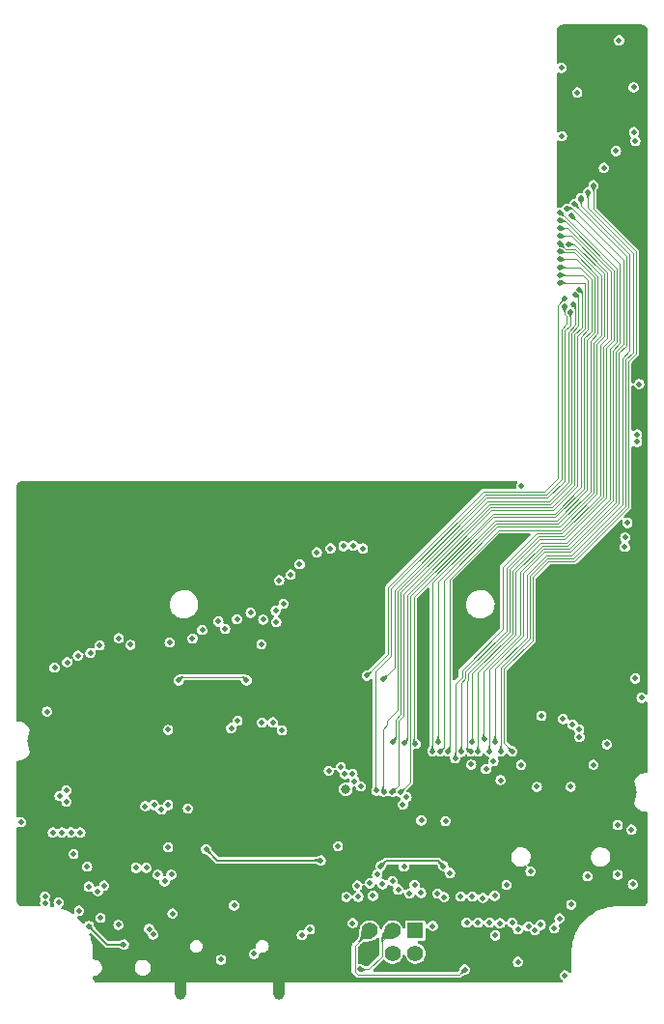
<source format=gbr>
%TF.GenerationSoftware,KiCad,Pcbnew,7.0.1*%
%TF.CreationDate,2024-09-27T15:08:14-07:00*%
%TF.ProjectId,agbc,61676263-2e6b-4696-9361-645f70636258,02*%
%TF.SameCoordinates,Original*%
%TF.FileFunction,Copper,L3,Inr*%
%TF.FilePolarity,Positive*%
%FSLAX46Y46*%
G04 Gerber Fmt 4.6, Leading zero omitted, Abs format (unit mm)*
G04 Created by KiCad (PCBNEW 7.0.1) date 2024-09-27 15:08:14*
%MOMM*%
%LPD*%
G01*
G04 APERTURE LIST*
%TA.AperFunction,ComponentPad*%
%ADD10O,1.050000X2.100000*%
%TD*%
%TA.AperFunction,ComponentPad*%
%ADD11O,1.000000X2.000000*%
%TD*%
%TA.AperFunction,ComponentPad*%
%ADD12C,3.500000*%
%TD*%
%TA.AperFunction,ComponentPad*%
%ADD13C,0.500000*%
%TD*%
%TA.AperFunction,ComponentPad*%
%ADD14C,0.600000*%
%TD*%
%TA.AperFunction,ComponentPad*%
%ADD15R,1.400000X1.400000*%
%TD*%
%TA.AperFunction,ComponentPad*%
%ADD16C,1.400000*%
%TD*%
%TA.AperFunction,ComponentPad*%
%ADD17O,1.400000X2.200000*%
%TD*%
%TA.AperFunction,ViaPad*%
%ADD18C,0.500000*%
%TD*%
%TA.AperFunction,ViaPad*%
%ADD19C,0.800000*%
%TD*%
%TA.AperFunction,Conductor*%
%ADD20C,0.125000*%
%TD*%
%TA.AperFunction,Conductor*%
%ADD21C,0.200000*%
%TD*%
%TA.AperFunction,Conductor*%
%ADD22C,0.150000*%
%TD*%
G04 APERTURE END LIST*
D10*
%TO.N,GNDPWR*%
%TO.C,J5*%
X122560000Y-128670000D03*
D11*
X122560000Y-132850000D03*
X131200000Y-132850000D03*
D10*
X131200000Y-128670000D03*
%TD*%
D12*
%TO.N,GNDPWR*%
%TO.C,REF\u002A\u002A*%
X160900000Y-115700000D03*
%TD*%
D13*
%TO.N,GNDPWR*%
%TO.C,U4*%
X111750000Y-122800000D03*
X111750000Y-123600000D03*
X112550000Y-122800000D03*
X112550000Y-123600000D03*
%TD*%
D12*
%TO.N,GNDPWR*%
%TO.C,REF\u002A\u002A*%
X110900000Y-111200000D03*
%TD*%
D14*
%TO.N,GNDPWR*%
%TO.C,U7*%
X116850000Y-117300000D03*
X116850000Y-118800000D03*
X117350000Y-118050000D03*
X117850000Y-117300000D03*
X117850000Y-118800000D03*
%TD*%
D15*
%TO.N,VDD5*%
%TO.C,J1*%
X143200000Y-127800000D03*
D16*
%TO.N,Net-(J1-SO)*%
X143200000Y-129800000D03*
%TO.N,Net-(J1-SI)*%
X141200000Y-127800000D03*
%TO.N,Net-(J1-SD)*%
X141200000Y-129800000D03*
%TO.N,Net-(J1-SC)*%
X139200000Y-127800000D03*
%TO.N,GNDPWR*%
X139200000Y-129800000D03*
D17*
X145700000Y-129400000D03*
X136700000Y-129400000D03*
%TD*%
D18*
%TO.N,VDD5*%
X110900000Y-108600000D03*
X112600000Y-115500000D03*
X112000000Y-116000000D03*
X162829500Y-79900000D03*
X153300000Y-122600000D03*
X112600000Y-116500000D03*
X158825000Y-113264500D03*
X157400000Y-54350000D03*
X144725000Y-127400000D03*
X156000000Y-52200000D03*
X119500000Y-116900000D03*
X162379500Y-57825000D03*
X156874414Y-125524414D03*
X150200000Y-128220498D03*
X152200000Y-130550000D03*
%TO.N,GNDPWR*%
X142300000Y-131075000D03*
X162150000Y-49800000D03*
D19*
X160900000Y-97500000D03*
D18*
X163100000Y-83250000D03*
D19*
X143900000Y-104600000D03*
D18*
X154500000Y-128250000D03*
X137750000Y-116250000D03*
X156850000Y-52450000D03*
X152850000Y-116950000D03*
D19*
X124500000Y-131350000D03*
X123250000Y-118900000D03*
D18*
X156050000Y-61050000D03*
X161675000Y-125300000D03*
X157050000Y-49800000D03*
X134600000Y-131450000D03*
D19*
X110450000Y-94500000D03*
D18*
X156800000Y-61050000D03*
X151350000Y-116000000D03*
X152475000Y-123575000D03*
X163000000Y-49800000D03*
X133800000Y-129200000D03*
X163100000Y-81400000D03*
X157050000Y-48950000D03*
D19*
X136200000Y-101000000D03*
D18*
X108600000Y-116950000D03*
X158650000Y-56950000D03*
X153850000Y-120850000D03*
X157450000Y-122000000D03*
X160600000Y-105300000D03*
X134900000Y-115650000D03*
D19*
X137350000Y-99850000D03*
D18*
X158600000Y-55100000D03*
X109400000Y-116950000D03*
D19*
X162050000Y-97500000D03*
D18*
X156200000Y-49800000D03*
X156800000Y-61800000D03*
X114050000Y-112450000D03*
D19*
X162100000Y-98650000D03*
D18*
X155300000Y-128250000D03*
X156950500Y-116450000D03*
X157450000Y-121232340D03*
X108600000Y-117600000D03*
X163000000Y-48950000D03*
X138450000Y-115850000D03*
D19*
X111600000Y-93350000D03*
D18*
X157000000Y-118200000D03*
X163250000Y-78650000D03*
X134550000Y-129200000D03*
D19*
X111650000Y-94500000D03*
D18*
X153850000Y-121600000D03*
X116396393Y-126679500D03*
X152850000Y-117700000D03*
X162000000Y-106800000D03*
X131764845Y-114236137D03*
X149350000Y-115900000D03*
X146800000Y-104700000D03*
D19*
X123300000Y-131350000D03*
X136200000Y-99850000D03*
D18*
X113300000Y-112450000D03*
X155300000Y-129100000D03*
X109400000Y-117600000D03*
X153650000Y-117700000D03*
X162825000Y-109150000D03*
X163150000Y-63600000D03*
X153650000Y-116950000D03*
X108600000Y-122700000D03*
D19*
X143900000Y-102100000D03*
D18*
X156050000Y-61800000D03*
D19*
X124200000Y-119850000D03*
X137400000Y-101000000D03*
X110450000Y-93350000D03*
D18*
X160500000Y-120800000D03*
X163100000Y-82300000D03*
X151950000Y-123025000D03*
X163150000Y-62150000D03*
X162000000Y-108350000D03*
X118700000Y-125450000D03*
X114150000Y-126850000D03*
X113300000Y-111650000D03*
X156200000Y-48950000D03*
X120400000Y-101600000D03*
X158600000Y-56000000D03*
X162150000Y-48950000D03*
X162000000Y-109150000D03*
X145100000Y-113100000D03*
X154500000Y-129100000D03*
X109200000Y-122700000D03*
D19*
X143900000Y-103350000D03*
X160900000Y-98650000D03*
D18*
X163150000Y-65150000D03*
X160900000Y-121300000D03*
X163150000Y-66650000D03*
X162825000Y-108350000D03*
X130800000Y-126100000D03*
%TO.N,VDD3*%
X118700000Y-122300000D03*
X142418447Y-116114242D03*
D19*
X137100000Y-115400000D03*
D18*
X119600000Y-122300000D03*
X156825000Y-115200000D03*
X160000000Y-111475000D03*
X127300000Y-125600000D03*
X153850000Y-115200000D03*
%TO.N,SW_VCC*%
X119850000Y-127650000D03*
X115350000Y-124350000D03*
X120200000Y-128150000D03*
X115900000Y-123850000D03*
X111900000Y-125350000D03*
X161600000Y-93350000D03*
X161075000Y-49775000D03*
%TO.N,/CRT_WR*%
X112650000Y-104288000D03*
%TO.N,/CRT_RD*%
X113600000Y-103700000D03*
X138200000Y-124850000D03*
%TO.N,/CRT_CS*%
X138095151Y-123854849D03*
X114704545Y-103472996D03*
%TO.N,/CRT_A0*%
X139200000Y-123650000D03*
X115500000Y-102800000D03*
%TO.N,/CRT_A1*%
X117176684Y-102173316D03*
X139474500Y-124750000D03*
%TO.N,/CRT_A2*%
X118200000Y-102750000D03*
X139851684Y-122898316D03*
%TO.N,/CRT_A3*%
X140313684Y-123750000D03*
X121650000Y-102550000D03*
%TO.N,/CRT_A4*%
X123650000Y-102200000D03*
X141200000Y-123450000D03*
%TO.N,/CRT_A5*%
X141700000Y-124200000D03*
X124500000Y-101450000D03*
%TO.N,/CRT_A6*%
X125910000Y-100700000D03*
X142200000Y-122200000D03*
%TO.N,/CRT_A7*%
X142674500Y-124550000D03*
X126500000Y-101350000D03*
%TO.N,/CRT_A8*%
X127550000Y-100500000D03*
X143136500Y-123800000D03*
%TO.N,/CRT_A9*%
X143700000Y-124500000D03*
X128750000Y-99950000D03*
%TO.N,/CRT_A10*%
X129850000Y-100550000D03*
X145150000Y-124550000D03*
%TO.N,/CRT_A11*%
X145720195Y-124861016D03*
X129700000Y-102700000D03*
%TO.N,/CRT_A12*%
X131000000Y-100750000D03*
X146243000Y-122750000D03*
%TO.N,/CRT_A13*%
X130950000Y-99750000D03*
X145850000Y-118200000D03*
%TO.N,/CRT_A14*%
X131650000Y-99150000D03*
X147178862Y-124821138D03*
%TO.N,/CRT_A15*%
X147700000Y-127100000D03*
X131250000Y-97100000D03*
%TO.N,/CRT_D0*%
X132250000Y-96600000D03*
X148200000Y-124800000D03*
%TO.N,/CRT_D1*%
X148700000Y-127100000D03*
X133050000Y-95700000D03*
%TO.N,/CRT_D2*%
X134550000Y-94650000D03*
X149124500Y-124945977D03*
%TO.N,/CRT_D3*%
X135750000Y-94300000D03*
X149700000Y-127100000D03*
%TO.N,/CRT_D4*%
X136900000Y-94100000D03*
X150162000Y-124750000D03*
%TO.N,/CRT_D5*%
X137750000Y-94050000D03*
X150624500Y-127150000D03*
%TO.N,/CRT_D6*%
X138600000Y-94300000D03*
X151200000Y-123800000D03*
%TO.N,/CRT_D7*%
X151700000Y-127100000D03*
X154259075Y-108986156D03*
%TO.N,RESET*%
X152200000Y-127700000D03*
X156150000Y-109250000D03*
%TO.N,/CRT_VIN*%
X153126992Y-127426992D03*
X157000000Y-109750000D03*
%TO.N,/CPU_WR*%
X137700000Y-127150000D03*
%TO.N,/MA2*%
X137850000Y-114708849D03*
X131500000Y-110250000D03*
%TO.N,/MA1*%
X130709705Y-109546196D03*
X137689477Y-114060523D03*
%TO.N,/MA0*%
X129730480Y-109569520D03*
X136653763Y-113496237D03*
%TO.N,/MD0*%
X127600000Y-109400000D03*
X137018956Y-114081044D03*
%TO.N,/MD1*%
X127050000Y-110050000D03*
X135607364Y-113792636D03*
%TO.N,CHG_LED*%
X161575000Y-94175000D03*
X114550000Y-123950000D03*
X162350000Y-53900000D03*
%TO.N,Net-(J2-PHI)*%
X137150000Y-124850000D03*
X111550000Y-104750000D03*
%TO.N,/SPS*%
X158825000Y-62475000D03*
X151700000Y-112100000D03*
%TO.N,/SPL*%
X150700000Y-112100000D03*
X158350000Y-63100000D03*
%TO.N,/LDR0*%
X157732486Y-63620500D03*
X150200000Y-111300000D03*
%TO.N,/LDR1*%
X149700000Y-112100000D03*
X157176374Y-64097443D03*
%TO.N,/LDR2*%
X156484501Y-64526010D03*
X149238000Y-111048606D03*
%TO.N,/LDR3*%
X156915968Y-65134032D03*
X148700000Y-112100000D03*
%TO.N,/LDR4*%
X148162000Y-111300000D03*
X155900000Y-64895964D03*
%TO.N,/LDR5*%
X155900000Y-65575467D03*
X148050498Y-112100500D03*
%TO.N,/LDG0*%
X147200000Y-112150000D03*
X155900000Y-66254970D03*
%TO.N,/LDG1*%
X155900000Y-66934473D03*
X146700000Y-112700000D03*
%TO.N,/LDG2*%
X146050000Y-112100000D03*
X156592921Y-67638000D03*
%TO.N,/LDG3*%
X145349502Y-112100500D03*
X155900000Y-67613976D03*
%TO.N,/LDG4*%
X155900000Y-68293479D03*
X145200000Y-111250000D03*
%TO.N,/LDG5*%
X144700000Y-112100000D03*
X155900000Y-68972982D03*
%TO.N,/LDB0*%
X143208000Y-111450000D03*
X155900000Y-69652485D03*
%TO.N,/LDB1*%
X155900000Y-70350000D03*
X141900000Y-115675000D03*
%TO.N,/LDB2*%
X155900000Y-71011491D03*
X142238000Y-111350000D03*
%TO.N,/LDB3*%
X157600000Y-71600000D03*
X141175127Y-115635287D03*
%TO.N,/LDB4*%
X157194259Y-72107176D03*
X141200000Y-111250000D03*
%TO.N,/LDB5*%
X157056200Y-72900000D03*
X140430177Y-115635287D03*
%TO.N,/PS*%
X156776200Y-73550000D03*
X140400000Y-105750000D03*
%TO.N,/LP*%
X156300000Y-73100000D03*
X139781142Y-115528412D03*
%TO.N,/DCK*%
X138950000Y-105450000D03*
X156300000Y-72400000D03*
%TO.N,/Screen controls/TOUCH*%
X159750000Y-60950000D03*
X160800000Y-59475000D03*
%TO.N,/SEL*%
X143725000Y-118150000D03*
X140150000Y-122150000D03*
X136400000Y-120400000D03*
X162475000Y-105700000D03*
X145650000Y-122150000D03*
X157570508Y-110176167D03*
X162652000Y-84974503D03*
X142105533Y-116744467D03*
%TO.N,/START*%
X124850000Y-120650000D03*
X134900000Y-121650000D03*
%TO.N,/B*%
X122428396Y-105867595D03*
X123250000Y-117100000D03*
X133950000Y-127700000D03*
X128390981Y-105881363D03*
X121500000Y-110200000D03*
%TO.N,/A*%
X133250000Y-128200000D03*
%TO.N,/LEFT*%
X150675000Y-114613908D03*
%TO.N,/UP*%
X150050000Y-112950000D03*
%TO.N,/DOWN*%
X162652000Y-84325000D03*
X149400000Y-113650000D03*
X163050000Y-107400000D03*
X152475500Y-113273316D03*
X157600000Y-110825000D03*
%TO.N,/RIGHT*%
X148100000Y-113250000D03*
%TO.N,/AGBC Audio/L_IN*%
X162275000Y-123750000D03*
X154190815Y-127295539D03*
%TO.N,/AGBC Audio/R_IN*%
X153691315Y-127748541D03*
X162150000Y-118950000D03*
%TO.N,/AGBC Audio/LSPK_N*%
X113700000Y-126050000D03*
X158297056Y-123036812D03*
%TO.N,VOLUME*%
X160950000Y-122900000D03*
%TO.N,SCK*%
X156300000Y-131725000D03*
%TO.N,R4*%
X138422842Y-115171040D03*
%TO.N,SIN*%
X155850000Y-126725000D03*
%TO.N,SOUT*%
X155380960Y-127575337D03*
%TO.N,Net-(F2-Pad2)*%
X129050000Y-129850000D03*
X126150000Y-130350000D03*
%TO.N,VCC*%
X121200000Y-123500000D03*
X111400000Y-119200000D03*
X120600000Y-122900000D03*
X156050000Y-58175000D03*
X121500000Y-120500000D03*
X113800000Y-119200000D03*
X152500000Y-88863000D03*
X121800000Y-122900000D03*
X113000000Y-119200000D03*
X112200000Y-119200000D03*
%TO.N,Net-(J1-SC)*%
X147538969Y-131214398D03*
%TO.N,Net-(J1-SI)*%
X138347133Y-131200500D03*
%TO.N,Net-(U4-BAT_1)*%
X120900000Y-117200000D03*
X121500000Y-116800000D03*
X110725000Y-125400000D03*
X120300000Y-116800000D03*
X110725000Y-124800000D03*
%TO.N,Net-(U4-IN)*%
X121900000Y-126300000D03*
X108600000Y-118300000D03*
X113200000Y-121079502D03*
%TO.N,Net-(U4-ILIM)*%
X114400000Y-122200000D03*
%TO.N,Net-(U5-IN)*%
X117637253Y-129015069D03*
X114550000Y-127400000D03*
%TO.N,Net-(U8-VO1)*%
X115571855Y-126674500D03*
X160950000Y-118550000D03*
%TO.N,Net-(U5-CLEAR)*%
X117152358Y-127308758D03*
%TO.N,Net-(Q2-D)*%
X162500000Y-58600000D03*
X161799500Y-92078601D03*
%TD*%
D20*
%TO.N,/SPS*%
X150975000Y-111375000D02*
X151700000Y-112100000D01*
X162553200Y-68293401D02*
X162553200Y-77231688D01*
X153500000Y-96822184D02*
X153500000Y-102336748D01*
X162553200Y-77231688D02*
X161905000Y-77879888D01*
X157155298Y-95440000D02*
X154882184Y-95440000D01*
X153500000Y-102336748D02*
X150975000Y-104861748D01*
X161905000Y-90690298D02*
X157155298Y-95440000D01*
X161905000Y-77879888D02*
X161905000Y-90690298D01*
X154882184Y-95440000D02*
X153500000Y-96822184D01*
X158825000Y-64565201D02*
X162553200Y-68293401D01*
X150975000Y-104861748D02*
X150975000Y-111375000D01*
X158825000Y-62475000D02*
X158825000Y-64565201D01*
%TO.N,/SPL*%
X153225000Y-102222840D02*
X153225000Y-96708276D01*
X150700000Y-104747840D02*
X153225000Y-102222840D01*
X162278200Y-68407309D02*
X158350000Y-64479109D01*
X154768276Y-95165000D02*
X157041390Y-95165000D01*
X153225000Y-96708276D02*
X154768276Y-95165000D01*
X158350000Y-64479109D02*
X158350000Y-63100000D01*
X162278200Y-77117780D02*
X162278200Y-68407309D01*
X150700000Y-112100000D02*
X150700000Y-104747840D01*
X161630000Y-90576390D02*
X161630000Y-77765980D01*
X157041390Y-95165000D02*
X161630000Y-90576390D01*
X161630000Y-77765980D02*
X162278200Y-77117780D01*
%TO.N,/LDR0*%
X161350000Y-77650000D02*
X161998200Y-77001800D01*
X154654368Y-94890000D02*
X156920410Y-94890000D01*
X152950000Y-96594368D02*
X154654368Y-94890000D01*
X152950000Y-102101860D02*
X152950000Y-96594368D01*
X157732486Y-64257575D02*
X157732486Y-63620500D01*
X156920410Y-94890000D02*
X161350000Y-90460410D01*
X161998200Y-77001800D02*
X161998200Y-68523289D01*
X150200000Y-104851860D02*
X152950000Y-102101860D01*
X161998200Y-68523289D02*
X157732486Y-64257575D01*
X150200000Y-111300000D02*
X150200000Y-104851860D01*
X161350000Y-90460410D02*
X161350000Y-77650000D01*
%TO.N,/LDR1*%
X161718200Y-68639269D02*
X157176374Y-64097443D01*
X156799430Y-94615000D02*
X161070000Y-90344430D01*
X161070000Y-77185963D02*
X161718200Y-76537763D01*
X152675000Y-101980880D02*
X152675000Y-96480460D01*
X149700000Y-112100000D02*
X149700000Y-104955880D01*
X152675000Y-96480460D02*
X154540460Y-94615000D01*
X154540460Y-94615000D02*
X156799430Y-94615000D01*
X161718200Y-76537763D02*
X161718200Y-68639269D01*
X161070000Y-90344430D02*
X161070000Y-77185963D01*
X149700000Y-104955880D02*
X152675000Y-101980880D01*
%TO.N,/LDR2*%
X152400000Y-101859900D02*
X152400000Y-96366552D01*
X156961313Y-64526010D02*
X156484501Y-64526010D01*
X149238000Y-111048606D02*
X149200000Y-111010606D01*
X160790000Y-77069983D02*
X161438200Y-76421783D01*
X152400000Y-96366552D02*
X154426552Y-94340000D01*
X160790000Y-90228450D02*
X160790000Y-77069983D01*
X161438200Y-69002897D02*
X156961313Y-64526010D01*
X149200000Y-105059900D02*
X152400000Y-101859900D01*
X154426552Y-94340000D02*
X156678450Y-94340000D01*
X149200000Y-111010606D02*
X149200000Y-105059900D01*
X161438200Y-76421783D02*
X161438200Y-69002897D01*
X156678450Y-94340000D02*
X160790000Y-90228450D01*
%TO.N,/LDR3*%
X152000000Y-96377644D02*
X152000000Y-101863920D01*
X156915968Y-65159488D02*
X161153200Y-69396720D01*
X161153200Y-76310803D02*
X160510000Y-76954003D01*
X156915968Y-65134032D02*
X156915968Y-65159488D01*
X152000000Y-101863920D02*
X148700000Y-105163920D01*
X161153200Y-69396720D02*
X161153200Y-76310803D01*
X160510000Y-76954003D02*
X160510000Y-90112470D01*
X156557470Y-94065000D02*
X154312644Y-94065000D01*
X160510000Y-90112470D02*
X156557470Y-94065000D01*
X148700000Y-105163920D02*
X148700000Y-112100000D01*
X154312644Y-94065000D02*
X152000000Y-96377644D01*
%TO.N,/LDR4*%
X160878200Y-76189823D02*
X160878200Y-69799836D01*
X148162000Y-111300000D02*
X148200000Y-111262000D01*
X151725000Y-96263736D02*
X154198736Y-93790000D01*
X160230000Y-76838023D02*
X160878200Y-76189823D01*
X151725000Y-101742940D02*
X151725000Y-96263736D01*
X156436490Y-93790000D02*
X160230000Y-89996490D01*
X154198736Y-93790000D02*
X156436490Y-93790000D01*
X160878200Y-69799836D02*
X155974328Y-64895964D01*
X160230000Y-89996490D02*
X160230000Y-76838023D01*
X148200000Y-111262000D02*
X148200000Y-105267940D01*
X155900000Y-64895964D02*
X156024828Y-64895964D01*
X148200000Y-105267940D02*
X151725000Y-101742940D01*
%TO.N,/LDR5*%
X151450000Y-101621960D02*
X151450000Y-96149828D01*
X156315510Y-93515000D02*
X159950000Y-89880510D01*
X160598200Y-76073843D02*
X160598200Y-69908744D01*
X160598200Y-69908744D02*
X156264923Y-65575467D01*
X159950000Y-89880510D02*
X159950000Y-76722043D01*
X156026215Y-65575467D02*
X155900000Y-65575467D01*
X148050498Y-112100500D02*
X147700000Y-111750002D01*
X147700000Y-111750002D02*
X147700000Y-105970783D01*
X147840000Y-105830783D02*
X147840000Y-105231960D01*
X154084828Y-93515000D02*
X156315510Y-93515000D01*
X147840000Y-105231960D02*
X151450000Y-101621960D01*
X151450000Y-96149828D02*
X154084828Y-93515000D01*
X159950000Y-76722043D02*
X160598200Y-76073843D01*
X147700000Y-105970783D02*
X147840000Y-105830783D01*
X156264923Y-65575467D02*
X155975715Y-65575467D01*
%TO.N,/LDG0*%
X151175000Y-101500980D02*
X151175000Y-96035920D01*
X159670000Y-89764530D02*
X159670000Y-76606063D01*
X151175000Y-96035920D02*
X153970920Y-93240000D01*
X156194530Y-93240000D02*
X159670000Y-89764530D01*
X160318200Y-70017652D02*
X156555518Y-66254970D01*
X159670000Y-76606063D02*
X160318200Y-75957863D01*
X147200000Y-112150000D02*
X147200000Y-106074803D01*
X160318200Y-75957863D02*
X160318200Y-70017652D01*
X156555518Y-66254970D02*
X155849500Y-66254970D01*
X153970920Y-93240000D02*
X156194530Y-93240000D01*
X147560000Y-105115980D02*
X151175000Y-101500980D01*
X147560000Y-105714803D02*
X147560000Y-105115980D01*
X147200000Y-106074803D02*
X147560000Y-105714803D01*
%TO.N,/LDG1*%
X150900000Y-95900000D02*
X153835000Y-92965000D01*
X146700000Y-112700000D02*
X146700000Y-106178823D01*
X146700000Y-106178823D02*
X147280000Y-105598823D01*
X160038200Y-70126560D02*
X156846113Y-66934473D01*
X159390000Y-76490083D02*
X160038200Y-75841883D01*
X156073550Y-92965000D02*
X159390000Y-89648550D01*
X150900000Y-101380000D02*
X150900000Y-95900000D01*
X153835000Y-92965000D02*
X156073550Y-92965000D01*
X147280000Y-105000000D02*
X150900000Y-101380000D01*
X147280000Y-105598823D02*
X147280000Y-105000000D01*
X159390000Y-89648550D02*
X159390000Y-76490083D01*
X160038200Y-75841883D02*
X160038200Y-70126560D01*
X156846113Y-66934473D02*
X155849500Y-66934473D01*
%TO.N,/LDG2*%
X150510000Y-92690000D02*
X155952570Y-92690000D01*
X146200000Y-97000000D02*
X150510000Y-92690000D01*
X159758200Y-70235468D02*
X157160732Y-67638000D01*
X159110000Y-76374103D02*
X159758200Y-75725903D01*
X157160732Y-67638000D02*
X156592921Y-67638000D01*
X146050000Y-112100000D02*
X146200000Y-111950000D01*
X159110000Y-89532570D02*
X159110000Y-76374103D01*
X155952570Y-92690000D02*
X159110000Y-89532570D01*
X146200000Y-111950000D02*
X146200000Y-97000000D01*
X159758200Y-75725903D02*
X159758200Y-70235468D01*
%TO.N,/LDG3*%
X150401092Y-92410000D02*
X155836590Y-92410000D01*
X145349502Y-112100500D02*
X145700000Y-111750002D01*
X159478200Y-75609923D02*
X159478200Y-70344376D01*
X145700000Y-97111092D02*
X150401092Y-92410000D01*
X155836590Y-92410000D02*
X158830000Y-89416590D01*
X145700000Y-111750002D02*
X145700000Y-97111092D01*
X157234324Y-68100500D02*
X156401347Y-68100500D01*
X159478200Y-70344376D02*
X157234324Y-68100500D01*
X158830000Y-89416590D02*
X158830000Y-76258123D01*
X158830000Y-76258123D02*
X159478200Y-75609923D01*
X156401347Y-68100500D02*
X155914823Y-67613976D01*
%TO.N,/LDG4*%
X145200000Y-97222184D02*
X150292184Y-92130000D01*
X158550000Y-76142143D02*
X159198200Y-75493943D01*
X157120416Y-68375500D02*
X156287438Y-68375500D01*
X156287438Y-68375500D02*
X156205417Y-68293479D01*
X155720610Y-92130000D02*
X158550000Y-89300610D01*
X156205417Y-68293479D02*
X155849500Y-68293479D01*
X150292184Y-92130000D02*
X155720610Y-92130000D01*
X159198200Y-70453284D02*
X157120416Y-68375500D01*
X159198200Y-75493943D02*
X159198200Y-70453284D01*
X145200000Y-111250000D02*
X145200000Y-97222184D01*
X158550000Y-89300610D02*
X158550000Y-76142143D01*
%TO.N,/LDG5*%
X150178276Y-91855000D02*
X155599630Y-91855000D01*
X157328990Y-68972982D02*
X155849500Y-68972982D01*
X158270000Y-89184630D02*
X158270000Y-76026163D01*
X158918200Y-70562192D02*
X157328990Y-68972982D01*
X155599630Y-91855000D02*
X158270000Y-89184630D01*
X144700000Y-97333276D02*
X150178276Y-91855000D01*
X158918200Y-75377963D02*
X158918200Y-70562192D01*
X144700000Y-112100000D02*
X144700000Y-97333276D01*
X158270000Y-76026163D02*
X158918200Y-75377963D01*
%TO.N,/LDB0*%
X157990000Y-89068650D02*
X157990000Y-75910183D01*
X143050000Y-111292000D02*
X143050000Y-98594368D01*
X157990000Y-75910183D02*
X158638200Y-75261983D01*
X158638200Y-75261983D02*
X158638200Y-70671100D01*
X143208000Y-111450000D02*
X143050000Y-111292000D01*
X158638200Y-70671100D02*
X157619585Y-69652485D01*
X150064368Y-91580000D02*
X155478650Y-91580000D01*
X157619585Y-69652485D02*
X155849500Y-69652485D01*
X143050000Y-98594368D02*
X150064368Y-91580000D01*
X155478650Y-91580000D02*
X157990000Y-89068650D01*
%TO.N,/LDB1*%
X158358200Y-75146003D02*
X158358200Y-70780008D01*
X157910180Y-70331988D02*
X156050000Y-70331988D01*
X157710000Y-88952670D02*
X157710000Y-75794203D01*
X158358200Y-70780008D02*
X157910180Y-70331988D01*
X142737500Y-98517960D02*
X150005460Y-91250000D01*
X141900000Y-115675000D02*
X142737500Y-114837500D01*
X156050000Y-70331988D02*
X155981988Y-70331988D01*
X142737500Y-114837500D02*
X142737500Y-98517960D01*
X155412670Y-91250000D02*
X157710000Y-88952670D01*
X156050000Y-70331988D02*
X155918012Y-70331988D01*
X157710000Y-75794203D02*
X158358200Y-75146003D01*
X150005460Y-91250000D02*
X155412670Y-91250000D01*
X155918012Y-70331988D02*
X155900000Y-70350000D01*
%TO.N,/LDB2*%
X142462500Y-111125500D02*
X142462500Y-98404052D01*
X158078200Y-75030023D02*
X158078200Y-71011491D01*
X142238000Y-111350000D02*
X142462500Y-111125500D01*
X155291690Y-90975000D02*
X157430000Y-88836690D01*
X142462500Y-98404052D02*
X149891551Y-90975000D01*
X158078200Y-71011491D02*
X155849500Y-71011491D01*
X157430000Y-75678223D02*
X158078200Y-75030023D01*
X157430000Y-88836690D02*
X157430000Y-75678223D01*
X149891551Y-90975000D02*
X155291690Y-90975000D01*
%TO.N,/LDB3*%
X141737500Y-115072914D02*
X141737500Y-109408426D01*
X142187500Y-108958426D02*
X142187500Y-98290144D01*
X157798200Y-74914043D02*
X157798200Y-71690994D01*
X157798200Y-71690994D02*
X157690994Y-71690994D01*
X157150000Y-75562243D02*
X157798200Y-74914043D01*
X141737500Y-109408426D02*
X142187500Y-108958426D01*
X155170710Y-90700000D02*
X157150000Y-88720710D01*
X157690994Y-71690994D02*
X157600000Y-71600000D01*
X149777643Y-90700000D02*
X155170710Y-90700000D01*
X141175127Y-115635287D02*
X141737500Y-115072914D01*
X157150000Y-88720710D02*
X157150000Y-75562243D01*
X142187500Y-98290144D02*
X149777643Y-90700000D01*
%TO.N,/LDB4*%
X157518700Y-72188288D02*
X157437588Y-72107176D01*
X141912500Y-98176236D02*
X149663735Y-90425000D01*
X156870000Y-75446263D02*
X157518700Y-74797563D01*
X141462500Y-110987500D02*
X141462500Y-109294518D01*
X141462500Y-109294518D02*
X141912500Y-108844518D01*
X141912500Y-108844518D02*
X141912500Y-98176236D01*
X157437588Y-72107176D02*
X157194259Y-72107176D01*
X157518700Y-74797563D02*
X157518700Y-72188288D01*
X156870000Y-88604730D02*
X156870000Y-75446263D01*
X155049730Y-90425000D02*
X156870000Y-88604730D01*
X149663735Y-90425000D02*
X155049730Y-90425000D01*
X141200000Y-111250000D02*
X141462500Y-110987500D01*
%TO.N,/LDB5*%
X140350000Y-110128823D02*
X140737500Y-109741323D01*
X157238200Y-73082000D02*
X157056200Y-72900000D01*
X149549827Y-90150000D02*
X154928750Y-90150000D01*
X140430177Y-115635287D02*
X140350000Y-115555110D01*
X156590000Y-75330283D02*
X157238200Y-74682083D01*
X154928750Y-90150000D02*
X156590000Y-88488750D01*
X140350000Y-115555110D02*
X140350000Y-110128823D01*
X157238200Y-74682083D02*
X157238200Y-73082000D01*
X140737500Y-109408426D02*
X141637500Y-108508426D01*
X156590000Y-88488750D02*
X156590000Y-75330283D01*
X140737500Y-109741323D02*
X140737500Y-109408426D01*
X141637500Y-98062328D02*
X149549827Y-90150000D01*
X141637500Y-108508426D02*
X141637500Y-98062328D01*
%TO.N,/PS*%
X156310000Y-88372770D02*
X156310000Y-75214303D01*
X154807770Y-89875000D02*
X156310000Y-88372770D01*
X141362500Y-104787500D02*
X141362500Y-97948420D01*
X141362500Y-97948420D02*
X149435919Y-89875000D01*
X140400000Y-105750000D02*
X141362500Y-104787500D01*
X156776200Y-74748103D02*
X156776200Y-73550000D01*
X156310000Y-75214303D02*
X156776200Y-74748103D01*
X149435919Y-89875000D02*
X154807770Y-89875000D01*
%TO.N,/LP*%
X141087500Y-103701408D02*
X141087500Y-97834512D01*
X154686790Y-89600000D02*
X156030000Y-88256790D01*
X156030000Y-75098323D02*
X156501200Y-74627123D01*
X139737500Y-105051408D02*
X141087500Y-103701408D01*
X156501200Y-73929074D02*
X156300000Y-73727874D01*
X141087500Y-97834512D02*
X149322011Y-89600000D01*
X149322011Y-89600000D02*
X154686790Y-89600000D01*
X156300000Y-73727874D02*
X156300000Y-73100000D01*
X139737500Y-115484770D02*
X139737500Y-105051408D01*
X156030000Y-88256790D02*
X156030000Y-75098323D01*
X156501200Y-74627123D02*
X156501200Y-73929074D01*
X139781142Y-115528412D02*
X139737500Y-115484770D01*
%TO.N,/DCK*%
X140812500Y-103587500D02*
X140812500Y-97720604D01*
X154495100Y-89325000D02*
X155700000Y-88120100D01*
X138950000Y-105450000D02*
X140812500Y-103587500D01*
X149208103Y-89325000D02*
X154495100Y-89325000D01*
X140812500Y-97720604D02*
X149208103Y-89325000D01*
X155700000Y-88120100D02*
X155700000Y-73000000D01*
X155700000Y-73000000D02*
X156300000Y-72400000D01*
D21*
%TO.N,/SEL*%
X140150000Y-122150000D02*
X140600000Y-121700000D01*
X145200000Y-121700000D02*
X145650000Y-122150000D01*
X140600000Y-121700000D02*
X145200000Y-121700000D01*
%TO.N,/START*%
X125850000Y-121650000D02*
X124850000Y-120650000D01*
X134900000Y-121650000D02*
X125850000Y-121650000D01*
D20*
%TO.N,/B*%
X128109618Y-105600000D02*
X128390981Y-105881363D01*
X122428396Y-105867595D02*
X122695991Y-105600000D01*
X122695991Y-105600000D02*
X128109618Y-105600000D01*
%TO.N,Net-(J1-SC)*%
X147538969Y-131214398D02*
X147090367Y-131663000D01*
X138138000Y-131663000D02*
X137884633Y-131409633D01*
X147090367Y-131663000D02*
X138138000Y-131663000D01*
X137884633Y-131409633D02*
X137884633Y-129115367D01*
X137884633Y-129115367D02*
X139200000Y-127800000D01*
%TO.N,Net-(J1-SI)*%
X140287500Y-128712500D02*
X141200000Y-127800000D01*
X140287500Y-130045397D02*
X140287500Y-128712500D01*
X138347133Y-131200500D02*
X139132397Y-131200500D01*
X139132397Y-131200500D02*
X140287500Y-130045397D01*
D22*
%TO.N,Net-(U5-IN)*%
X116165069Y-129015069D02*
X114550000Y-127400000D01*
X117637253Y-129015069D02*
X116165069Y-129015069D01*
%TD*%
%TA.AperFunction,Conductor*%
%TO.N,Net-(J1-SI)*%
G36*
X138454012Y-130975173D02*
G01*
X138540867Y-131018901D01*
X138542131Y-131019641D01*
X138609463Y-131065038D01*
X138668470Y-131102836D01*
X138740407Y-131128525D01*
X138836468Y-131137053D01*
X138844064Y-131140808D01*
X138847133Y-131148707D01*
X138847133Y-131252293D01*
X138844064Y-131260192D01*
X138836467Y-131263946D01*
X138817050Y-131265670D01*
X138740410Y-131272473D01*
X138668468Y-131298163D01*
X138609467Y-131335957D01*
X138542142Y-131381349D01*
X138540863Y-131382098D01*
X138454013Y-131425826D01*
X138447810Y-131427038D01*
X138441882Y-131424847D01*
X138437959Y-131419894D01*
X138348022Y-131205014D01*
X138347116Y-131200500D01*
X138348022Y-131195985D01*
X138437959Y-130981103D01*
X138441882Y-130976152D01*
X138447810Y-130973961D01*
X138454012Y-130975173D01*
G37*
%TD.AperFunction*%
%TD*%
%TA.AperFunction,Conductor*%
%TO.N,/LDB5*%
G36*
X140410116Y-115154031D02*
G01*
X140414078Y-115161081D01*
X140426145Y-115236365D01*
X140429888Y-115259718D01*
X140474609Y-115326203D01*
X140535234Y-115377058D01*
X140535751Y-115377518D01*
X140600224Y-115438443D01*
X140602234Y-115440949D01*
X140654231Y-115528033D01*
X140655879Y-115534413D01*
X140653818Y-115540671D01*
X140648702Y-115544824D01*
X140434694Y-115634396D01*
X140430177Y-115635303D01*
X140425660Y-115634396D01*
X140209997Y-115544132D01*
X140203689Y-115537778D01*
X140203720Y-115528825D01*
X140237653Y-115447691D01*
X140241185Y-115438443D01*
X140263208Y-115380777D01*
X140278369Y-115320987D01*
X140281274Y-115292766D01*
X140285633Y-115250441D01*
X140287284Y-115162715D01*
X140290787Y-115154584D01*
X140298982Y-115151235D01*
X140402526Y-115151235D01*
X140410116Y-115154031D01*
G37*
%TD.AperFunction*%
%TD*%
%TA.AperFunction,Conductor*%
%TO.N,/LDG0*%
G36*
X147259692Y-111653069D02*
G01*
X147263447Y-111660666D01*
X147271973Y-111756721D01*
X147297663Y-111828663D01*
X147335457Y-111887664D01*
X147380849Y-111954989D01*
X147381598Y-111956269D01*
X147425326Y-112043120D01*
X147426538Y-112049322D01*
X147424347Y-112055250D01*
X147419393Y-112059174D01*
X147204516Y-112149109D01*
X147199999Y-112150016D01*
X147195482Y-112149109D01*
X146980606Y-112059174D01*
X146975652Y-112055250D01*
X146973461Y-112049322D01*
X146974673Y-112043120D01*
X147018405Y-111956257D01*
X147019137Y-111955006D01*
X147064538Y-111887669D01*
X147102336Y-111828662D01*
X147128025Y-111756725D01*
X147136553Y-111660664D01*
X147140308Y-111653069D01*
X147148207Y-111650000D01*
X147251793Y-111650000D01*
X147259692Y-111653069D01*
G37*
%TD.AperFunction*%
%TD*%
%TA.AperFunction,Conductor*%
%TO.N,/LDB2*%
G36*
X156006879Y-70786164D02*
G01*
X156093734Y-70829892D01*
X156094998Y-70830632D01*
X156162330Y-70876029D01*
X156221337Y-70913827D01*
X156293274Y-70939516D01*
X156389335Y-70948044D01*
X156396931Y-70951799D01*
X156400000Y-70959698D01*
X156400000Y-71063284D01*
X156396931Y-71071183D01*
X156389334Y-71074937D01*
X156369917Y-71076661D01*
X156293277Y-71083464D01*
X156221335Y-71109154D01*
X156162334Y-71146948D01*
X156095009Y-71192340D01*
X156093730Y-71193089D01*
X156006880Y-71236817D01*
X156000677Y-71238029D01*
X155994749Y-71235838D01*
X155990826Y-71230885D01*
X155900889Y-71016005D01*
X155899983Y-71011491D01*
X155900889Y-71006976D01*
X155990826Y-70792094D01*
X155994749Y-70787143D01*
X156000677Y-70784952D01*
X156006879Y-70786164D01*
G37*
%TD.AperFunction*%
%TD*%
%TA.AperFunction,Conductor*%
%TO.N,/LDG3*%
G36*
X145755903Y-111747416D02*
G01*
X145760216Y-111752108D01*
X145761430Y-111758364D01*
X145755932Y-111823514D01*
X145754256Y-111828053D01*
X145754493Y-111828179D01*
X145754248Y-111828639D01*
X145753833Y-111829197D01*
X145753776Y-111829355D01*
X145753669Y-111829504D01*
X145753628Y-111829475D01*
X145752194Y-111831412D01*
X145721950Y-111861656D01*
X145664353Y-111974696D01*
X145650736Y-112060670D01*
X145648972Y-112065243D01*
X145635100Y-112086454D01*
X145585318Y-112186435D01*
X145578966Y-112192170D01*
X145570408Y-112192046D01*
X145354019Y-112103351D01*
X145350192Y-112100807D01*
X145347640Y-112096986D01*
X145343296Y-112086454D01*
X145259210Y-111882574D01*
X145258548Y-111875852D01*
X145261711Y-111869884D01*
X145267647Y-111866659D01*
X145279134Y-111864272D01*
X145363834Y-111846671D01*
X145366686Y-111846437D01*
X145469336Y-111850664D01*
X145556084Y-111854141D01*
X145615477Y-111828561D01*
X145635189Y-111754373D01*
X145639365Y-111748105D01*
X145646497Y-111745680D01*
X145749771Y-111745680D01*
X145755903Y-111747416D01*
G37*
%TD.AperFunction*%
%TD*%
%TA.AperFunction,Conductor*%
%TO.N,/LDR5*%
G36*
X156084971Y-65405747D02*
G01*
X156151541Y-65463079D01*
X156212515Y-65499313D01*
X156268413Y-65525933D01*
X156269339Y-65526426D01*
X156328986Y-65561873D01*
X156330644Y-65563066D01*
X156395079Y-65618560D01*
X156398581Y-65623840D01*
X156398817Y-65630172D01*
X156395717Y-65635698D01*
X156322974Y-65708442D01*
X156315896Y-65711808D01*
X156308281Y-65709950D01*
X156252431Y-65673291D01*
X156196834Y-65678023D01*
X156141091Y-65712819D01*
X156077451Y-65760667D01*
X156076122Y-65761531D01*
X156007133Y-65800038D01*
X156000814Y-65801506D01*
X155994684Y-65799380D01*
X155990629Y-65794317D01*
X155902312Y-65582019D01*
X155901644Y-65575229D01*
X155904874Y-65569223D01*
X156069099Y-65406306D01*
X156076926Y-65402920D01*
X156084971Y-65405747D01*
G37*
%TD.AperFunction*%
%TD*%
%TA.AperFunction,Conductor*%
%TO.N,/LDR0*%
G36*
X157737000Y-63621389D02*
G01*
X157951880Y-63711326D01*
X157956833Y-63715249D01*
X157959024Y-63721177D01*
X157957812Y-63727380D01*
X157914084Y-63814230D01*
X157913335Y-63815509D01*
X157867943Y-63882834D01*
X157830149Y-63941835D01*
X157804459Y-64013777D01*
X157795933Y-64109834D01*
X157792178Y-64117431D01*
X157784279Y-64120500D01*
X157680693Y-64120500D01*
X157672794Y-64117431D01*
X157669039Y-64109835D01*
X157660511Y-64013776D01*
X157660511Y-64013774D01*
X157634822Y-63941837D01*
X157597024Y-63882830D01*
X157551627Y-63815498D01*
X157550887Y-63814234D01*
X157513513Y-63740000D01*
X157507159Y-63727379D01*
X157505947Y-63721177D01*
X157508138Y-63715249D01*
X157513089Y-63711326D01*
X157727971Y-63621389D01*
X157732486Y-63620483D01*
X157737000Y-63621389D01*
G37*
%TD.AperFunction*%
%TD*%
%TA.AperFunction,Conductor*%
%TO.N,/LDB5*%
G36*
X157294047Y-72899951D02*
G01*
X157302290Y-72903394D01*
X157305700Y-72911651D01*
X157305700Y-72992117D01*
X157305628Y-73005251D01*
X157305626Y-73005400D01*
X157304264Y-73080030D01*
X157304262Y-73080112D01*
X157302637Y-73144534D01*
X157301272Y-73219286D01*
X157300763Y-73312978D01*
X157297314Y-73321210D01*
X157289063Y-73324614D01*
X157185255Y-73324614D01*
X157177854Y-73321976D01*
X157173791Y-73315251D01*
X157173328Y-73312978D01*
X157157997Y-73237785D01*
X157110741Y-73193272D01*
X157110739Y-73193271D01*
X157042767Y-73167411D01*
X157042717Y-73167368D01*
X157042709Y-73167389D01*
X156964062Y-73136987D01*
X156961465Y-73135583D01*
X156890597Y-73084786D01*
X156886512Y-73079527D01*
X156885959Y-73072890D01*
X156889115Y-73067029D01*
X157052753Y-72902465D01*
X157056574Y-72899907D01*
X157061089Y-72899019D01*
X157294047Y-72899951D01*
G37*
%TD.AperFunction*%
%TD*%
%TA.AperFunction,Conductor*%
%TO.N,Net-(J1-SC)*%
G36*
X147319608Y-131123485D02*
G01*
X147535145Y-131211833D01*
X147538980Y-131214386D01*
X147541533Y-131218222D01*
X147629880Y-131433756D01*
X147630608Y-131440033D01*
X147627966Y-131445774D01*
X147622723Y-131449303D01*
X147530392Y-131479795D01*
X147528958Y-131480170D01*
X147449243Y-131495682D01*
X147380808Y-131510674D01*
X147311772Y-131543378D01*
X147237820Y-131605272D01*
X147229793Y-131607989D01*
X147222038Y-131604573D01*
X147148792Y-131531327D01*
X147145376Y-131523572D01*
X147148091Y-131515548D01*
X147209988Y-131441590D01*
X147242690Y-131372558D01*
X147257687Y-131304106D01*
X147273196Y-131224396D01*
X147273565Y-131222985D01*
X147304064Y-131130641D01*
X147307592Y-131125400D01*
X147313333Y-131122758D01*
X147319608Y-131123485D01*
G37*
%TD.AperFunction*%
%TD*%
%TA.AperFunction,Conductor*%
%TO.N,/LDB2*%
G36*
X142521073Y-110946417D02*
G01*
X142524500Y-110954690D01*
X142524500Y-110955902D01*
X142524492Y-110956347D01*
X142521171Y-111043649D01*
X142521084Y-111044693D01*
X142512010Y-111115416D01*
X142511924Y-111115974D01*
X142501025Y-111177292D01*
X142491848Y-111248815D01*
X142488426Y-111338789D01*
X142484865Y-111346757D01*
X142476781Y-111350044D01*
X142242892Y-111350980D01*
X142238374Y-111350092D01*
X142234550Y-111347531D01*
X142071309Y-111183366D01*
X142068121Y-111177353D01*
X142068818Y-111170584D01*
X142073162Y-111165351D01*
X142150506Y-111114356D01*
X142153867Y-111112839D01*
X142242791Y-111088667D01*
X142243254Y-111088552D01*
X142322457Y-111070799D01*
X142378669Y-111031676D01*
X142397843Y-110951954D01*
X142401979Y-110945500D01*
X142409220Y-110942990D01*
X142512800Y-110942990D01*
X142521073Y-110946417D01*
G37*
%TD.AperFunction*%
%TD*%
%TA.AperFunction,Conductor*%
%TO.N,/LP*%
G36*
X156304516Y-73100890D02*
G01*
X156519392Y-73190825D01*
X156524346Y-73194749D01*
X156526537Y-73200677D01*
X156525325Y-73206880D01*
X156498181Y-73260791D01*
X156496004Y-73263802D01*
X156448150Y-73311656D01*
X156390553Y-73424696D01*
X156386015Y-73453352D01*
X156385478Y-73455456D01*
X156371973Y-73493275D01*
X156363447Y-73589334D01*
X156359692Y-73596931D01*
X156351793Y-73600000D01*
X156248207Y-73600000D01*
X156240308Y-73596931D01*
X156236553Y-73589335D01*
X156228025Y-73493276D01*
X156228025Y-73493275D01*
X156228025Y-73493274D01*
X156202336Y-73421337D01*
X156164538Y-73362330D01*
X156119141Y-73294998D01*
X156118401Y-73293734D01*
X156081027Y-73219500D01*
X156074673Y-73206879D01*
X156073461Y-73200677D01*
X156075652Y-73194749D01*
X156080603Y-73190826D01*
X156295486Y-73100889D01*
X156299999Y-73099983D01*
X156304516Y-73100890D01*
G37*
%TD.AperFunction*%
%TD*%
%TA.AperFunction,Conductor*%
%TO.N,/LDR3*%
G36*
X157147246Y-65045200D02*
G01*
X157150736Y-65050545D01*
X157179885Y-65144039D01*
X157180301Y-65145893D01*
X157191799Y-65227704D01*
X157201968Y-65298721D01*
X157230806Y-65369995D01*
X157255356Y-65400330D01*
X157285750Y-65437888D01*
X157291830Y-65445400D01*
X157294419Y-65453374D01*
X157291008Y-65461033D01*
X157217748Y-65534293D01*
X157209908Y-65537712D01*
X157201838Y-65534883D01*
X157130397Y-65473316D01*
X157093665Y-65453587D01*
X157064437Y-65437888D01*
X156999329Y-65419090D01*
X156922776Y-65400461D01*
X156921712Y-65400148D01*
X156831982Y-65369051D01*
X156826828Y-65365490D01*
X156824250Y-65359780D01*
X156824987Y-65353559D01*
X156847465Y-65298721D01*
X156913404Y-65137853D01*
X156915956Y-65134020D01*
X156919789Y-65131468D01*
X157135130Y-65043200D01*
X157141471Y-65042483D01*
X157147246Y-65045200D01*
G37*
%TD.AperFunction*%
%TD*%
%TA.AperFunction,Conductor*%
%TO.N,/LDB0*%
G36*
X156006879Y-69427158D02*
G01*
X156093734Y-69470886D01*
X156094998Y-69471626D01*
X156162330Y-69517023D01*
X156221337Y-69554821D01*
X156293274Y-69580510D01*
X156389335Y-69589038D01*
X156396931Y-69592793D01*
X156400000Y-69600692D01*
X156400000Y-69704278D01*
X156396931Y-69712177D01*
X156389334Y-69715931D01*
X156369917Y-69717655D01*
X156293277Y-69724458D01*
X156221335Y-69750148D01*
X156162334Y-69787942D01*
X156095009Y-69833334D01*
X156093730Y-69834083D01*
X156006880Y-69877811D01*
X156000677Y-69879023D01*
X155994749Y-69876832D01*
X155990826Y-69871879D01*
X155900889Y-69657000D01*
X155899983Y-69652484D01*
X155900889Y-69647971D01*
X155990826Y-69433088D01*
X155994749Y-69428137D01*
X156000677Y-69425946D01*
X156006879Y-69427158D01*
G37*
%TD.AperFunction*%
%TD*%
%TA.AperFunction,Conductor*%
%TO.N,/LDG1*%
G36*
X156006879Y-66709146D02*
G01*
X156093734Y-66752874D01*
X156094998Y-66753614D01*
X156162330Y-66799011D01*
X156221337Y-66836809D01*
X156293274Y-66862498D01*
X156389335Y-66871026D01*
X156396931Y-66874781D01*
X156400000Y-66882680D01*
X156400000Y-66986266D01*
X156396931Y-66994165D01*
X156389334Y-66997919D01*
X156369917Y-66999643D01*
X156293277Y-67006446D01*
X156221335Y-67032136D01*
X156162334Y-67069930D01*
X156095009Y-67115322D01*
X156093730Y-67116071D01*
X156006880Y-67159799D01*
X156000677Y-67161011D01*
X155994749Y-67158820D01*
X155990826Y-67153867D01*
X155900889Y-66938988D01*
X155899983Y-66934472D01*
X155900889Y-66929959D01*
X155990826Y-66715076D01*
X155994749Y-66710125D01*
X156000677Y-66707934D01*
X156006879Y-66709146D01*
G37*
%TD.AperFunction*%
%TD*%
%TA.AperFunction,Conductor*%
%TO.N,/LDG1*%
G36*
X146759692Y-112203069D02*
G01*
X146763447Y-112210666D01*
X146771973Y-112306721D01*
X146797663Y-112378663D01*
X146835457Y-112437664D01*
X146880849Y-112504989D01*
X146881598Y-112506269D01*
X146925326Y-112593120D01*
X146926538Y-112599322D01*
X146924347Y-112605250D01*
X146919393Y-112609174D01*
X146704517Y-112699109D01*
X146700000Y-112700016D01*
X146695483Y-112699109D01*
X146480606Y-112609174D01*
X146475652Y-112605250D01*
X146473461Y-112599322D01*
X146474673Y-112593120D01*
X146518405Y-112506257D01*
X146519137Y-112505006D01*
X146564538Y-112437669D01*
X146602336Y-112378662D01*
X146628025Y-112306725D01*
X146636553Y-112210664D01*
X146640308Y-112203069D01*
X146648207Y-112200000D01*
X146751793Y-112200000D01*
X146759692Y-112203069D01*
G37*
%TD.AperFunction*%
%TD*%
%TA.AperFunction,Conductor*%
%TO.N,/LDB4*%
G36*
X141518449Y-110860456D02*
G01*
X141522761Y-110865124D01*
X141523996Y-110871358D01*
X141517286Y-110955702D01*
X141516912Y-110957846D01*
X141498751Y-111024583D01*
X141498400Y-111025665D01*
X141476397Y-111083594D01*
X141457800Y-111151937D01*
X141450853Y-111239271D01*
X141447146Y-111246922D01*
X141439237Y-111250043D01*
X141207864Y-111250968D01*
X141201329Y-111249004D01*
X141197001Y-111243729D01*
X141109353Y-111031213D01*
X141108643Y-111024751D01*
X141111493Y-111018905D01*
X141117021Y-111015486D01*
X141193947Y-110994010D01*
X141195554Y-110993683D01*
X141251466Y-110986377D01*
X141275517Y-110983235D01*
X141275522Y-110983234D01*
X141340668Y-110969268D01*
X141384165Y-110933798D01*
X141398041Y-110868013D01*
X141402119Y-110861343D01*
X141409489Y-110858730D01*
X141512333Y-110858730D01*
X141518449Y-110860456D01*
G37*
%TD.AperFunction*%
%TD*%
%TA.AperFunction,Conductor*%
%TO.N,/DCK*%
G36*
X139266929Y-105059823D02*
G01*
X139340175Y-105133069D01*
X139343591Y-105140824D01*
X139340874Y-105148851D01*
X139278980Y-105222803D01*
X139246276Y-105291839D01*
X139231284Y-105360274D01*
X139215772Y-105439989D01*
X139215397Y-105441423D01*
X139184905Y-105533754D01*
X139181376Y-105538997D01*
X139175635Y-105541639D01*
X139169358Y-105540911D01*
X138953824Y-105452564D01*
X138949988Y-105450011D01*
X138947435Y-105446175D01*
X138945487Y-105441423D01*
X138859087Y-105230639D01*
X138858360Y-105224364D01*
X138861002Y-105218623D01*
X138866243Y-105215095D01*
X138958587Y-105184596D01*
X138959998Y-105184227D01*
X139039708Y-105168718D01*
X139108160Y-105153721D01*
X139177192Y-105121019D01*
X139251150Y-105059122D01*
X139259174Y-105056407D01*
X139266929Y-105059823D01*
G37*
%TD.AperFunction*%
%TD*%
%TA.AperFunction,Conductor*%
%TO.N,/SEL*%
G36*
X145375403Y-121733115D02*
G01*
X145438094Y-121789216D01*
X145445377Y-121795733D01*
X145466505Y-121808910D01*
X145508764Y-121835268D01*
X145570895Y-121859135D01*
X145570899Y-121859136D01*
X145570901Y-121859137D01*
X145645035Y-121882030D01*
X145645618Y-121882226D01*
X145734281Y-121914840D01*
X145739321Y-121918441D01*
X145741816Y-121924110D01*
X145741068Y-121930258D01*
X145652564Y-122146175D01*
X145650011Y-122150011D01*
X145646175Y-122152564D01*
X145430258Y-122241068D01*
X145424110Y-122241816D01*
X145418441Y-122239321D01*
X145414840Y-122234281D01*
X145384098Y-122150707D01*
X145382226Y-122145618D01*
X145382030Y-122145035D01*
X145359137Y-122070901D01*
X145359135Y-122070895D01*
X145335268Y-122008764D01*
X145295732Y-121945376D01*
X145233115Y-121875403D01*
X145230139Y-121867279D01*
X145233561Y-121859331D01*
X145359331Y-121733561D01*
X145367279Y-121730139D01*
X145375403Y-121733115D01*
G37*
%TD.AperFunction*%
%TD*%
%TA.AperFunction,Conductor*%
%TO.N,/LDR1*%
G36*
X157407750Y-64008445D02*
G01*
X157411279Y-64013688D01*
X157441771Y-64106018D01*
X157442146Y-64107452D01*
X157457658Y-64187166D01*
X157472650Y-64255601D01*
X157505354Y-64324637D01*
X157567248Y-64398591D01*
X157569965Y-64406618D01*
X157566549Y-64414373D01*
X157493304Y-64487618D01*
X157485549Y-64491034D01*
X157477522Y-64488317D01*
X157403568Y-64426423D01*
X157334532Y-64393719D01*
X157266097Y-64378727D01*
X157186383Y-64363215D01*
X157184949Y-64362840D01*
X157092619Y-64332348D01*
X157087376Y-64328819D01*
X157084734Y-64323078D01*
X157085461Y-64316803D01*
X157173810Y-64101264D01*
X157176362Y-64097431D01*
X157180195Y-64094879D01*
X157395734Y-64006530D01*
X157402009Y-64005803D01*
X157407750Y-64008445D01*
G37*
%TD.AperFunction*%
%TD*%
%TA.AperFunction,Conductor*%
%TO.N,/LDB4*%
G36*
X157430207Y-72020825D02*
G01*
X157467602Y-72090831D01*
X157509552Y-72143899D01*
X157545000Y-72188159D01*
X157546517Y-72190628D01*
X157570749Y-72243929D01*
X157571724Y-72247459D01*
X157579732Y-72318435D01*
X157578648Y-72324822D01*
X157574331Y-72329653D01*
X157568106Y-72331447D01*
X157464861Y-72331447D01*
X157457899Y-72329151D01*
X157453671Y-72323163D01*
X157441591Y-72283588D01*
X157401897Y-72283651D01*
X157343313Y-72310218D01*
X157343229Y-72310255D01*
X157273237Y-72341332D01*
X157270749Y-72342119D01*
X157208219Y-72354428D01*
X157201467Y-72353751D01*
X157196227Y-72349442D01*
X157194259Y-72342948D01*
X157194259Y-72114025D01*
X157196243Y-72107507D01*
X157201522Y-72103199D01*
X157231701Y-72090829D01*
X157415453Y-72015511D01*
X157423850Y-72015330D01*
X157430207Y-72020825D01*
G37*
%TD.AperFunction*%
%TD*%
%TA.AperFunction,Conductor*%
%TO.N,/LDB3*%
G36*
X157838480Y-71599953D02*
G01*
X157846674Y-71603349D01*
X157850130Y-71611520D01*
X157851112Y-71697918D01*
X157853763Y-71767318D01*
X157856931Y-71827310D01*
X157856938Y-71827480D01*
X157859580Y-71896638D01*
X157859588Y-71896952D01*
X157860565Y-71982882D01*
X157859043Y-71988788D01*
X157854754Y-71993125D01*
X157848866Y-71994715D01*
X157744959Y-71994715D01*
X157737698Y-71992190D01*
X157733572Y-71985703D01*
X157716132Y-71911834D01*
X157716131Y-71911832D01*
X157664499Y-71874501D01*
X157591640Y-71856875D01*
X157591183Y-71856755D01*
X157509196Y-71833378D01*
X157505918Y-71831863D01*
X157499338Y-71827480D01*
X157445243Y-71791445D01*
X157443456Y-71789981D01*
X157434976Y-71781501D01*
X157431549Y-71773244D01*
X157434951Y-71764982D01*
X157596553Y-71602465D01*
X157600374Y-71599907D01*
X157604889Y-71599019D01*
X157838480Y-71599953D01*
G37*
%TD.AperFunction*%
%TD*%
%TA.AperFunction,Conductor*%
%TO.N,/LDG4*%
G36*
X156085006Y-68124361D02*
G01*
X156137204Y-68172944D01*
X156183438Y-68209197D01*
X156183448Y-68209204D01*
X156224764Y-68238662D01*
X156225164Y-68238962D01*
X156270813Y-68274756D01*
X156271553Y-68275388D01*
X156322757Y-68323045D01*
X156326010Y-68328308D01*
X156326121Y-68334499D01*
X156323057Y-68339879D01*
X156249736Y-68413200D01*
X156242863Y-68416543D01*
X156235393Y-68414929D01*
X156192920Y-68389154D01*
X156150800Y-68400695D01*
X156109093Y-68437976D01*
X156060857Y-68483842D01*
X156058949Y-68485314D01*
X156007352Y-68517224D01*
X156000930Y-68518970D01*
X155994594Y-68516931D01*
X155990395Y-68511767D01*
X155959700Y-68437982D01*
X155902312Y-68300031D01*
X155901644Y-68293241D01*
X155904874Y-68287235D01*
X156068797Y-68124617D01*
X156076849Y-68121226D01*
X156085006Y-68124361D01*
G37*
%TD.AperFunction*%
%TD*%
%TA.AperFunction,Conductor*%
%TO.N,/PS*%
G36*
X156780714Y-73550889D02*
G01*
X156995594Y-73640826D01*
X157000547Y-73644749D01*
X157002738Y-73650677D01*
X157001526Y-73656880D01*
X156957798Y-73743730D01*
X156957049Y-73745009D01*
X156911657Y-73812334D01*
X156873863Y-73871335D01*
X156848173Y-73943277D01*
X156839647Y-74039334D01*
X156835892Y-74046931D01*
X156827993Y-74050000D01*
X156725900Y-74050000D01*
X156717627Y-74046573D01*
X156714200Y-74038300D01*
X156714200Y-73967254D01*
X156714857Y-73963390D01*
X156718305Y-73953536D01*
X156714274Y-73917762D01*
X156714200Y-73916452D01*
X156714200Y-73905075D01*
X156712742Y-73898687D01*
X156711664Y-73893966D01*
X156711448Y-73892690D01*
X156707418Y-73856915D01*
X156701865Y-73848078D01*
X156700364Y-73844456D01*
X156698042Y-73834280D01*
X156698041Y-73834279D01*
X156698041Y-73834278D01*
X156675600Y-73806139D01*
X156674841Y-73805069D01*
X156668785Y-73795432D01*
X156660740Y-73787387D01*
X156659875Y-73786420D01*
X156641684Y-73763609D01*
X156637418Y-73758259D01*
X156628010Y-73753729D01*
X156624814Y-73751461D01*
X156573132Y-73699779D01*
X156570955Y-73696767D01*
X156550873Y-73656879D01*
X156549661Y-73650677D01*
X156551852Y-73644749D01*
X156556803Y-73640826D01*
X156771685Y-73550889D01*
X156776200Y-73549983D01*
X156780714Y-73550889D01*
G37*
%TD.AperFunction*%
%TD*%
%TA.AperFunction,Conductor*%
%TO.N,/LDB3*%
G36*
X141492056Y-115245110D02*
G01*
X141565302Y-115318356D01*
X141568718Y-115326111D01*
X141566001Y-115334138D01*
X141504107Y-115408090D01*
X141471403Y-115477126D01*
X141456411Y-115545561D01*
X141440899Y-115625276D01*
X141440524Y-115626710D01*
X141410032Y-115719041D01*
X141406503Y-115724284D01*
X141400762Y-115726926D01*
X141394485Y-115726198D01*
X141178951Y-115637851D01*
X141175115Y-115635298D01*
X141172562Y-115631462D01*
X141170614Y-115626710D01*
X141084214Y-115415926D01*
X141083487Y-115409651D01*
X141086129Y-115403910D01*
X141091370Y-115400382D01*
X141183714Y-115369883D01*
X141185125Y-115369514D01*
X141264835Y-115354005D01*
X141333287Y-115339008D01*
X141402319Y-115306306D01*
X141476277Y-115244409D01*
X141484301Y-115241694D01*
X141492056Y-115245110D01*
G37*
%TD.AperFunction*%
%TD*%
%TA.AperFunction,Conductor*%
%TO.N,/SPS*%
G36*
X158829515Y-62475889D02*
G01*
X159044394Y-62565826D01*
X159049347Y-62569749D01*
X159051538Y-62575677D01*
X159050326Y-62581880D01*
X159006598Y-62668730D01*
X159005849Y-62670009D01*
X158960457Y-62737334D01*
X158922663Y-62796335D01*
X158896973Y-62868277D01*
X158888447Y-62964334D01*
X158884692Y-62971931D01*
X158876793Y-62975000D01*
X158773207Y-62975000D01*
X158765308Y-62971931D01*
X158761553Y-62964335D01*
X158753025Y-62868276D01*
X158753025Y-62868274D01*
X158727336Y-62796337D01*
X158689538Y-62737330D01*
X158644141Y-62669998D01*
X158643401Y-62668734D01*
X158606027Y-62594500D01*
X158599673Y-62581879D01*
X158598461Y-62575677D01*
X158600652Y-62569749D01*
X158605603Y-62565826D01*
X158820486Y-62475889D01*
X158824999Y-62474983D01*
X158829515Y-62475889D01*
G37*
%TD.AperFunction*%
%TD*%
%TA.AperFunction,Conductor*%
%TO.N,/LP*%
G36*
X139797436Y-115040008D02*
G01*
X139801312Y-115047301D01*
X139813812Y-115144522D01*
X139849922Y-115213601D01*
X139900246Y-115268429D01*
X139900440Y-115268646D01*
X139956253Y-115332578D01*
X139957670Y-115334598D01*
X140005774Y-115421316D01*
X140007226Y-115427620D01*
X140005105Y-115433733D01*
X140000060Y-115437784D01*
X139785659Y-115527521D01*
X139781142Y-115528428D01*
X139776625Y-115527521D01*
X139561331Y-115437411D01*
X139556461Y-115433602D01*
X139554212Y-115427844D01*
X139555211Y-115421746D01*
X139593534Y-115338136D01*
X139593748Y-115337697D01*
X139628404Y-115270423D01*
X139653922Y-115210779D01*
X139669638Y-115139497D01*
X139674419Y-115048179D01*
X139678049Y-115040306D01*
X139686103Y-115037093D01*
X139789708Y-115037093D01*
X139797436Y-115040008D01*
G37*
%TD.AperFunction*%
%TD*%
%TA.AperFunction,Conductor*%
%TO.N,/LDR2*%
G36*
X156695856Y-64335391D02*
G01*
X156768602Y-64353591D01*
X156782925Y-64357175D01*
X156783434Y-64357314D01*
X156855662Y-64378876D01*
X156857910Y-64379813D01*
X156910643Y-64408606D01*
X156930411Y-64419401D01*
X156932460Y-64420822D01*
X157012393Y-64489984D01*
X157015880Y-64495264D01*
X157016108Y-64501588D01*
X157013010Y-64507105D01*
X156939920Y-64580195D01*
X156933125Y-64583528D01*
X156925712Y-64582005D01*
X156860905Y-64543855D01*
X156801412Y-64565040D01*
X156801411Y-64565041D01*
X156742844Y-64624681D01*
X156674139Y-64696134D01*
X156672036Y-64697864D01*
X156591933Y-64749411D01*
X156585473Y-64751271D01*
X156579056Y-64749269D01*
X156574800Y-64744067D01*
X156485669Y-64529810D01*
X156484772Y-64525303D01*
X156485679Y-64520799D01*
X156493720Y-64501588D01*
X156575921Y-64305193D01*
X156581950Y-64299026D01*
X156590564Y-64298665D01*
X156695856Y-64335391D01*
G37*
%TD.AperFunction*%
%TD*%
%TA.AperFunction,Conductor*%
%TO.N,/B*%
G36*
X122811638Y-105539145D02*
G01*
X122815968Y-105543433D01*
X122817555Y-105549316D01*
X122817555Y-105653046D01*
X122814956Y-105660399D01*
X122808312Y-105664485D01*
X122742098Y-105678708D01*
X122707194Y-105723159D01*
X122694203Y-105789572D01*
X122684576Y-105870837D01*
X122684240Y-105872555D01*
X122662868Y-105950495D01*
X122659460Y-105956054D01*
X122653606Y-105958925D01*
X122647124Y-105958217D01*
X122431909Y-105869456D01*
X122428088Y-105866904D01*
X122425544Y-105863077D01*
X122395419Y-105789580D01*
X122337169Y-105647469D01*
X122336403Y-105641456D01*
X122338749Y-105635865D01*
X122343576Y-105632199D01*
X122446907Y-105590063D01*
X122447457Y-105589856D01*
X122530175Y-105561071D01*
X122531610Y-105560673D01*
X122605074Y-105545281D01*
X122606618Y-105545064D01*
X122693713Y-105538743D01*
X122694420Y-105538714D01*
X122743614Y-105538229D01*
X122805740Y-105537617D01*
X122811638Y-105539145D01*
G37*
%TD.AperFunction*%
%TD*%
%TA.AperFunction,Conductor*%
%TO.N,Net-(U5-IN)*%
G36*
X117542485Y-128790620D02*
G01*
X117546374Y-128795549D01*
X117636362Y-129010551D01*
X117637269Y-129015068D01*
X117636362Y-129019585D01*
X117546374Y-129234588D01*
X117542485Y-129239517D01*
X117536607Y-129241726D01*
X117530434Y-129240578D01*
X117444000Y-129198240D01*
X117442948Y-129197656D01*
X117375175Y-129155312D01*
X117315528Y-129121087D01*
X117243293Y-129098329D01*
X117217420Y-129096313D01*
X117148042Y-129090909D01*
X117140365Y-129087190D01*
X117137253Y-129079245D01*
X117137253Y-128950893D01*
X117140365Y-128942948D01*
X117148043Y-128939228D01*
X117243291Y-128931808D01*
X117315529Y-128909048D01*
X117375180Y-128874822D01*
X117442954Y-128832476D01*
X117443992Y-128831900D01*
X117530435Y-128789558D01*
X117536607Y-128788411D01*
X117542485Y-128790620D01*
G37*
%TD.AperFunction*%
%TD*%
%TA.AperFunction,Conductor*%
%TO.N,/START*%
G36*
X125081558Y-120560678D02*
G01*
X125085159Y-120565718D01*
X125117769Y-120654375D01*
X125117967Y-120654962D01*
X125140863Y-120729102D01*
X125164730Y-120791234D01*
X125204264Y-120854621D01*
X125266882Y-120924595D01*
X125269859Y-120932721D01*
X125266436Y-120940670D01*
X125140670Y-121066436D01*
X125132721Y-121069859D01*
X125124595Y-121066882D01*
X125054621Y-121004264D01*
X124991234Y-120964730D01*
X124929102Y-120940863D01*
X124854962Y-120917967D01*
X124854375Y-120917769D01*
X124765718Y-120885159D01*
X124760678Y-120881558D01*
X124758183Y-120875889D01*
X124758930Y-120869743D01*
X124847436Y-120653821D01*
X124849988Y-120649988D01*
X124853821Y-120647436D01*
X125069743Y-120558930D01*
X125075889Y-120558183D01*
X125081558Y-120560678D01*
G37*
%TD.AperFunction*%
%TD*%
%TA.AperFunction,Conductor*%
%TO.N,/LDR1*%
G36*
X149759692Y-111603069D02*
G01*
X149763447Y-111610666D01*
X149771973Y-111706721D01*
X149797663Y-111778663D01*
X149835457Y-111837664D01*
X149880849Y-111904989D01*
X149881598Y-111906269D01*
X149925326Y-111993120D01*
X149926538Y-111999322D01*
X149924347Y-112005250D01*
X149919393Y-112009174D01*
X149704517Y-112099109D01*
X149700000Y-112100016D01*
X149695483Y-112099109D01*
X149480606Y-112009174D01*
X149475652Y-112005250D01*
X149473461Y-111999322D01*
X149474673Y-111993120D01*
X149518405Y-111906257D01*
X149519137Y-111905006D01*
X149564538Y-111837669D01*
X149602336Y-111778662D01*
X149628025Y-111706725D01*
X149636553Y-111610664D01*
X149640308Y-111603069D01*
X149648207Y-111600000D01*
X149751793Y-111600000D01*
X149759692Y-111603069D01*
G37*
%TD.AperFunction*%
%TD*%
%TA.AperFunction,Conductor*%
%TO.N,/LDG5*%
G36*
X144759692Y-111603069D02*
G01*
X144763447Y-111610666D01*
X144771973Y-111706721D01*
X144797663Y-111778663D01*
X144835457Y-111837664D01*
X144880849Y-111904989D01*
X144881598Y-111906269D01*
X144925326Y-111993120D01*
X144926538Y-111999322D01*
X144924347Y-112005250D01*
X144919393Y-112009174D01*
X144704517Y-112099109D01*
X144700000Y-112100016D01*
X144695483Y-112099109D01*
X144480606Y-112009174D01*
X144475652Y-112005250D01*
X144473461Y-111999322D01*
X144474673Y-111993120D01*
X144518405Y-111906257D01*
X144519137Y-111905006D01*
X144564538Y-111837669D01*
X144602336Y-111778662D01*
X144628025Y-111706725D01*
X144636553Y-111610664D01*
X144640308Y-111603069D01*
X144648207Y-111600000D01*
X144751793Y-111600000D01*
X144759692Y-111603069D01*
G37*
%TD.AperFunction*%
%TD*%
%TA.AperFunction,Conductor*%
%TO.N,/LDB0*%
G36*
X143110212Y-111013409D02*
G01*
X143114214Y-111020326D01*
X143127978Y-111097765D01*
X143169825Y-111146277D01*
X143169827Y-111146278D01*
X143231165Y-111177502D01*
X143304025Y-111212206D01*
X143306060Y-111213444D01*
X143371905Y-111263448D01*
X143374128Y-111265136D01*
X143378029Y-111270405D01*
X143378484Y-111276946D01*
X143375348Y-111282704D01*
X143211450Y-111447530D01*
X143207625Y-111450092D01*
X143203107Y-111450980D01*
X142969984Y-111450047D01*
X142964059Y-111448408D01*
X142959783Y-111443992D01*
X142958336Y-111438021D01*
X142961057Y-111341272D01*
X142961101Y-111340552D01*
X142968364Y-111263858D01*
X142968411Y-111263448D01*
X142977116Y-111197021D01*
X142984432Y-111119771D01*
X142987180Y-111022047D01*
X142990719Y-111013988D01*
X142998875Y-111010677D01*
X143102697Y-111010677D01*
X143110212Y-111013409D01*
G37*
%TD.AperFunction*%
%TD*%
%TA.AperFunction,Conductor*%
%TO.N,/SPL*%
G36*
X150759692Y-111603069D02*
G01*
X150763447Y-111610666D01*
X150771973Y-111706721D01*
X150797663Y-111778663D01*
X150835457Y-111837664D01*
X150880849Y-111904989D01*
X150881598Y-111906269D01*
X150925326Y-111993120D01*
X150926538Y-111999322D01*
X150924347Y-112005250D01*
X150919393Y-112009174D01*
X150704517Y-112099109D01*
X150700000Y-112100016D01*
X150695483Y-112099109D01*
X150480606Y-112009174D01*
X150475652Y-112005250D01*
X150473461Y-111999322D01*
X150474673Y-111993120D01*
X150518405Y-111906257D01*
X150519137Y-111905006D01*
X150564538Y-111837669D01*
X150602336Y-111778662D01*
X150628025Y-111706725D01*
X150636553Y-111610664D01*
X150640308Y-111603069D01*
X150648207Y-111600000D01*
X150751793Y-111600000D01*
X150759692Y-111603069D01*
G37*
%TD.AperFunction*%
%TD*%
%TA.AperFunction,Conductor*%
%TO.N,/LDG0*%
G36*
X156006879Y-66029643D02*
G01*
X156093734Y-66073371D01*
X156094998Y-66074111D01*
X156162330Y-66119508D01*
X156221337Y-66157306D01*
X156293274Y-66182995D01*
X156389335Y-66191523D01*
X156396931Y-66195278D01*
X156400000Y-66203177D01*
X156400000Y-66306763D01*
X156396931Y-66314662D01*
X156389334Y-66318416D01*
X156369917Y-66320140D01*
X156293277Y-66326943D01*
X156221335Y-66352633D01*
X156162334Y-66390427D01*
X156095009Y-66435819D01*
X156093730Y-66436568D01*
X156006880Y-66480296D01*
X156000677Y-66481508D01*
X155994749Y-66479317D01*
X155990826Y-66474364D01*
X155900889Y-66259485D01*
X155899983Y-66254969D01*
X155900889Y-66250456D01*
X155990826Y-66035573D01*
X155994749Y-66030622D01*
X156000677Y-66028431D01*
X156006879Y-66029643D01*
G37*
%TD.AperFunction*%
%TD*%
%TA.AperFunction,Conductor*%
%TO.N,Net-(U5-IN)*%
G36*
X114781438Y-127310895D02*
G01*
X114784991Y-127316072D01*
X114816170Y-127407125D01*
X114816501Y-127408283D01*
X114834479Y-127486141D01*
X114852458Y-127552522D01*
X114852459Y-127552524D01*
X114887335Y-127619485D01*
X114887447Y-127619699D01*
X114949549Y-127692296D01*
X114952349Y-127700356D01*
X114948931Y-127708174D01*
X114858174Y-127798931D01*
X114850356Y-127802349D01*
X114842296Y-127799549D01*
X114769699Y-127737447D01*
X114769698Y-127737446D01*
X114702524Y-127702459D01*
X114702523Y-127702458D01*
X114702522Y-127702458D01*
X114636141Y-127684479D01*
X114558283Y-127666501D01*
X114557125Y-127666170D01*
X114466072Y-127634991D01*
X114460895Y-127631438D01*
X114458301Y-127625720D01*
X114459035Y-127619487D01*
X114547436Y-127403821D01*
X114549988Y-127399988D01*
X114553821Y-127397436D01*
X114769487Y-127309035D01*
X114775720Y-127308301D01*
X114781438Y-127310895D01*
G37*
%TD.AperFunction*%
%TD*%
%TA.AperFunction,Conductor*%
%TO.N,/LDR2*%
G36*
X149259905Y-110559099D02*
G01*
X149263768Y-110566431D01*
X149275756Y-110663472D01*
X149310528Y-110732933D01*
X149359240Y-110788331D01*
X149359386Y-110788500D01*
X149413870Y-110852898D01*
X149415198Y-110854831D01*
X149462722Y-110941536D01*
X149464143Y-110947829D01*
X149462013Y-110953918D01*
X149456979Y-110957953D01*
X149242517Y-111047715D01*
X149238000Y-111048622D01*
X149233483Y-111047715D01*
X149018245Y-110957629D01*
X149013364Y-110953805D01*
X149011122Y-110948023D01*
X149012149Y-110941910D01*
X149051150Y-110857924D01*
X149051443Y-110857338D01*
X149052786Y-110854831D01*
X149087479Y-110790066D01*
X149114590Y-110730478D01*
X149131603Y-110659099D01*
X149136868Y-110567195D01*
X149140516Y-110559359D01*
X149148549Y-110556165D01*
X149252156Y-110556165D01*
X149259905Y-110559099D01*
G37*
%TD.AperFunction*%
%TD*%
%TA.AperFunction,Conductor*%
%TO.N,Net-(J1-SC)*%
G36*
X138565310Y-127537085D02*
G01*
X138893745Y-127672619D01*
X139196210Y-127797437D01*
X139200020Y-127799979D01*
X139202562Y-127803789D01*
X139462914Y-128434689D01*
X139463635Y-128441103D01*
X139460845Y-128446923D01*
X139455393Y-128450379D01*
X139160028Y-128537046D01*
X139157757Y-128537474D01*
X138916262Y-128558666D01*
X138916058Y-128558682D01*
X138706536Y-128573390D01*
X138496926Y-128644291D01*
X138262402Y-128827760D01*
X138254482Y-128830223D01*
X138246920Y-128826818D01*
X138173181Y-128753079D01*
X138169776Y-128745517D01*
X138172239Y-128737597D01*
X138312204Y-128558682D01*
X138355708Y-128503072D01*
X138426607Y-128293463D01*
X138441323Y-128083831D01*
X138462524Y-127842238D01*
X138462952Y-127839970D01*
X138473569Y-127803789D01*
X138549621Y-127544603D01*
X138553076Y-127539154D01*
X138558896Y-127536364D01*
X138565310Y-127537085D01*
G37*
%TD.AperFunction*%
%TD*%
%TA.AperFunction,Conductor*%
%TO.N,/SPL*%
G36*
X158354514Y-63100889D02*
G01*
X158569394Y-63190826D01*
X158574347Y-63194749D01*
X158576538Y-63200677D01*
X158575326Y-63206880D01*
X158531598Y-63293730D01*
X158530849Y-63295009D01*
X158485457Y-63362334D01*
X158447663Y-63421335D01*
X158421973Y-63493277D01*
X158413447Y-63589334D01*
X158409692Y-63596931D01*
X158401793Y-63600000D01*
X158298207Y-63600000D01*
X158290308Y-63596931D01*
X158286553Y-63589335D01*
X158278025Y-63493276D01*
X158278025Y-63493274D01*
X158252336Y-63421337D01*
X158214538Y-63362330D01*
X158169141Y-63294998D01*
X158168401Y-63293734D01*
X158131027Y-63219500D01*
X158124673Y-63206879D01*
X158123461Y-63200677D01*
X158125652Y-63194749D01*
X158130603Y-63190826D01*
X158345485Y-63100889D01*
X158350000Y-63099983D01*
X158354514Y-63100889D01*
G37*
%TD.AperFunction*%
%TD*%
%TA.AperFunction,Conductor*%
%TO.N,GNDPWR*%
G36*
X139975876Y-128449396D02*
G01*
X140014536Y-128495102D01*
X140027278Y-128553593D01*
X140023491Y-128682821D01*
X140021162Y-128703377D01*
X140019347Y-128712501D01*
X140019460Y-128713069D01*
X140021789Y-128740885D01*
X140019941Y-128803967D01*
X140023830Y-128841221D01*
X140024500Y-128854095D01*
X140024500Y-129885096D01*
X140015061Y-129932549D01*
X139988181Y-129972777D01*
X139059778Y-130901181D01*
X139019550Y-130928061D01*
X138972097Y-130937500D01*
X138890029Y-130937500D01*
X138856498Y-130932880D01*
X138854640Y-130932358D01*
X138802143Y-130927697D01*
X138746227Y-130908598D01*
X138723561Y-130894080D01*
X138721169Y-130892507D01*
X138656993Y-130849238D01*
X138645979Y-130842310D01*
X138645363Y-130841950D01*
X138644692Y-130841557D01*
X138633277Y-130835351D01*
X138633275Y-130835350D01*
X138633264Y-130835344D01*
X138541874Y-130789333D01*
X138537647Y-130786920D01*
X138505271Y-130777414D01*
X138500066Y-130775760D01*
X138496444Y-130774521D01*
X138492891Y-130773305D01*
X138483361Y-130770979D01*
X138411906Y-130750000D01*
X138411905Y-130750000D01*
X138282361Y-130750000D01*
X138271633Y-130750000D01*
X138209633Y-130733387D01*
X138164246Y-130688000D01*
X138147633Y-130626000D01*
X138147633Y-129275667D01*
X138157072Y-129228215D01*
X138183949Y-129187988D01*
X138361573Y-129010363D01*
X138380222Y-128996651D01*
X138380149Y-128996558D01*
X138401014Y-128980235D01*
X138579313Y-128840750D01*
X138615970Y-128820960D01*
X138732202Y-128781645D01*
X138763240Y-128775414D01*
X138930654Y-128763661D01*
X138934226Y-128763379D01*
X139175721Y-128742187D01*
X139195816Y-128739419D01*
X139198087Y-128738991D01*
X139217887Y-128734233D01*
X139428772Y-128672353D01*
X139437854Y-128670060D01*
X139479803Y-128661144D01*
X139497027Y-128653474D01*
X139512548Y-128647772D01*
X139513252Y-128647566D01*
X139565416Y-128623945D01*
X139565415Y-128623945D01*
X139568720Y-128622449D01*
X139578578Y-128617165D01*
X139652730Y-128584151D01*
X139805871Y-128472888D01*
X139811178Y-128466993D01*
X139860784Y-128433489D01*
X139920308Y-128427129D01*
X139975876Y-128449396D01*
G37*
%TD.AperFunction*%
%TA.AperFunction,Conductor*%
G36*
X163106532Y-48401280D02*
G01*
X163196903Y-48411467D01*
X163223973Y-48417647D01*
X163303196Y-48445378D01*
X163328210Y-48457428D01*
X163399272Y-48502095D01*
X163420981Y-48519414D01*
X163480314Y-48578770D01*
X163497626Y-48600488D01*
X163542260Y-48671562D01*
X163554303Y-48696587D01*
X163582001Y-48775817D01*
X163588173Y-48802899D01*
X163598346Y-48893480D01*
X163599121Y-48907366D01*
X163577320Y-106988216D01*
X163562972Y-107046069D01*
X163523288Y-107090543D01*
X163467437Y-107111363D01*
X163408324Y-107103717D01*
X163359608Y-107069372D01*
X163348050Y-107056034D01*
X163348049Y-107056033D01*
X163325338Y-107041437D01*
X163239068Y-106985994D01*
X163114773Y-106949500D01*
X163114772Y-106949500D01*
X162985228Y-106949500D01*
X162985227Y-106949500D01*
X162860931Y-106985994D01*
X162751950Y-107056033D01*
X162667118Y-107153935D01*
X162613302Y-107271773D01*
X162594867Y-107400000D01*
X162613302Y-107528226D01*
X162667118Y-107646064D01*
X162740704Y-107730987D01*
X162751951Y-107743967D01*
X162768112Y-107754353D01*
X162860931Y-107814005D01*
X162985227Y-107850500D01*
X162985228Y-107850500D01*
X163114772Y-107850500D01*
X163114773Y-107850500D01*
X163239068Y-107814005D01*
X163278011Y-107788977D01*
X163348049Y-107743967D01*
X163359297Y-107730985D01*
X163408028Y-107696633D01*
X163467161Y-107688997D01*
X163523023Y-107709843D01*
X163562697Y-107754353D01*
X163577010Y-107812234D01*
X163574735Y-113875545D01*
X163558107Y-113937525D01*
X163512722Y-113982893D01*
X163450735Y-113999498D01*
X163355403Y-113999498D01*
X163355375Y-113999500D01*
X163312467Y-113999500D01*
X163140065Y-114029898D01*
X162975553Y-114089776D01*
X162823945Y-114177306D01*
X162689838Y-114289836D01*
X162577308Y-114423942D01*
X162489777Y-114575551D01*
X162429899Y-114740060D01*
X162399500Y-114912463D01*
X162399500Y-116441411D01*
X162399501Y-116441433D01*
X162399501Y-116487529D01*
X162429901Y-116659934D01*
X162489775Y-116824441D01*
X162577307Y-116976052D01*
X162689836Y-117110160D01*
X162823944Y-117222690D01*
X162975554Y-117310223D01*
X163010627Y-117322988D01*
X163140062Y-117370098D01*
X163282066Y-117395137D01*
X163312467Y-117400498D01*
X163312468Y-117400498D01*
X163364201Y-117400498D01*
X163400000Y-117400498D01*
X163449748Y-117400498D01*
X163511791Y-117417136D01*
X163557185Y-117462584D01*
X163573747Y-117524645D01*
X163570232Y-120446252D01*
X163564628Y-125102392D01*
X163564568Y-125102844D01*
X163564533Y-125177676D01*
X163563747Y-125191554D01*
X163553531Y-125281870D01*
X163547344Y-125308930D01*
X163519607Y-125388106D01*
X163507553Y-125413113D01*
X163462900Y-125484129D01*
X163445590Y-125505825D01*
X163386260Y-125565130D01*
X163364554Y-125582433D01*
X163293515Y-125627056D01*
X163268502Y-125639098D01*
X163189316Y-125666798D01*
X163162257Y-125672973D01*
X163093990Y-125680665D01*
X163072024Y-125683140D01*
X163058144Y-125683920D01*
X160855556Y-125683920D01*
X160855460Y-125683926D01*
X160714075Y-125683926D01*
X160345748Y-125718053D01*
X160099928Y-125764004D01*
X159982134Y-125786023D01*
X159927378Y-125801602D01*
X159626342Y-125887251D01*
X159281408Y-126020877D01*
X158950286Y-126185756D01*
X158635778Y-126380490D01*
X158340588Y-126603406D01*
X158067219Y-126852613D01*
X157818015Y-127125976D01*
X157595091Y-127421176D01*
X157400363Y-127735675D01*
X157235480Y-128066803D01*
X157101854Y-128411735D01*
X157000623Y-128767529D01*
X156932654Y-129131139D01*
X156898526Y-129499467D01*
X156898527Y-129648621D01*
X156898527Y-131395348D01*
X156884197Y-131453215D01*
X156844518Y-131497707D01*
X156788661Y-131518540D01*
X156729538Y-131510899D01*
X156680814Y-131476550D01*
X156598049Y-131381033D01*
X156489068Y-131310994D01*
X156364773Y-131274500D01*
X156364772Y-131274500D01*
X156235228Y-131274500D01*
X156235227Y-131274500D01*
X156110931Y-131310994D01*
X156001950Y-131381033D01*
X155917118Y-131478935D01*
X155863302Y-131596773D01*
X155844867Y-131724999D01*
X155863302Y-131853226D01*
X155917118Y-131971064D01*
X156001949Y-132068966D01*
X156104842Y-132135091D01*
X156147472Y-132181539D01*
X156161751Y-132242947D01*
X156143989Y-132303439D01*
X156098777Y-132347379D01*
X156037802Y-132363406D01*
X115465892Y-132363364D01*
X115406960Y-132363364D01*
X115393077Y-132362584D01*
X115302725Y-132352404D01*
X115275655Y-132346226D01*
X115196439Y-132318508D01*
X115171423Y-132306461D01*
X115100367Y-132261816D01*
X115078658Y-132244505D01*
X115077100Y-132242947D01*
X115019312Y-132185162D01*
X115002006Y-132163463D01*
X114957347Y-132092396D01*
X114945304Y-132067389D01*
X114917581Y-131988175D01*
X114911402Y-131961110D01*
X114903205Y-131888389D01*
X114914703Y-131820702D01*
X114960451Y-131769507D01*
X115026425Y-131750500D01*
X115067371Y-131750500D01*
X115067372Y-131750500D01*
X115193872Y-131735140D01*
X115352930Y-131674818D01*
X115492929Y-131578183D01*
X115605734Y-131450852D01*
X115684790Y-131300225D01*
X115725500Y-131135056D01*
X118574500Y-131135056D01*
X118583357Y-131170992D01*
X118615209Y-131300224D01*
X118672632Y-131409632D01*
X118694266Y-131450852D01*
X118789514Y-131558365D01*
X118807072Y-131578184D01*
X118858839Y-131613916D01*
X118947070Y-131674818D01*
X119106128Y-131735140D01*
X119232628Y-131750500D01*
X119317371Y-131750500D01*
X119317372Y-131750500D01*
X119443872Y-131735140D01*
X119602930Y-131674818D01*
X119742929Y-131578183D01*
X119855734Y-131450852D01*
X119877368Y-131409632D01*
X137616480Y-131409632D01*
X137621632Y-131435533D01*
X137621633Y-131435534D01*
X137629163Y-131473388D01*
X137630267Y-131478937D01*
X137636893Y-131512250D01*
X137666524Y-131556597D01*
X137666530Y-131556608D01*
X137695019Y-131599244D01*
X137706825Y-131607132D01*
X137725616Y-131622554D01*
X137925078Y-131822016D01*
X137940500Y-131840807D01*
X137948388Y-131852613D01*
X137965276Y-131863896D01*
X137970345Y-131867283D01*
X137970346Y-131867284D01*
X138035383Y-131910740D01*
X138138000Y-131931152D01*
X138151920Y-131928383D01*
X138176112Y-131926000D01*
X147052255Y-131926000D01*
X147076446Y-131928383D01*
X147090367Y-131931152D01*
X147192984Y-131910740D01*
X147258021Y-131867284D01*
X147271811Y-131858070D01*
X147271812Y-131858068D01*
X147279979Y-131852612D01*
X147287863Y-131840811D01*
X147303283Y-131822020D01*
X147341058Y-131784245D01*
X147368031Y-131763805D01*
X147369714Y-131762861D01*
X147410122Y-131729040D01*
X147463165Y-131703005D01*
X147489579Y-131697218D01*
X147492271Y-131696662D01*
X147568211Y-131681886D01*
X147580949Y-131678984D01*
X147582383Y-131678609D01*
X147591002Y-131676061D01*
X147594842Y-131674927D01*
X147687159Y-131644439D01*
X147687159Y-131644438D01*
X147687165Y-131644437D01*
X147698201Y-131639027D01*
X147717841Y-131631395D01*
X147728038Y-131628402D01*
X147837018Y-131558365D01*
X147921851Y-131460461D01*
X147975666Y-131342624D01*
X147994102Y-131214398D01*
X147976199Y-131089879D01*
X147975666Y-131086171D01*
X147921850Y-130968333D01*
X147837018Y-130870431D01*
X147728037Y-130800392D01*
X147603742Y-130763898D01*
X147603741Y-130763898D01*
X147474197Y-130763898D01*
X147474196Y-130763898D01*
X147349900Y-130800392D01*
X147240919Y-130870431D01*
X147156088Y-130968333D01*
X147140251Y-131003010D01*
X147137309Y-131008264D01*
X147137323Y-131008271D01*
X147108928Y-131066196D01*
X147104608Y-131079278D01*
X147100454Y-131089879D01*
X147098823Y-131096792D01*
X147078435Y-131158526D01*
X147074744Y-131171015D01*
X147074382Y-131172398D01*
X147071478Y-131185150D01*
X147056719Y-131261005D01*
X147056129Y-131263860D01*
X147050359Y-131290196D01*
X147024325Y-131343240D01*
X147019602Y-131348885D01*
X147013996Y-131355583D01*
X146971380Y-131388348D01*
X146918903Y-131400000D01*
X139604196Y-131400000D01*
X139547901Y-131386485D01*
X139503878Y-131348885D01*
X139481723Y-131295398D01*
X139486265Y-131237682D01*
X139516515Y-131188319D01*
X139869490Y-130835344D01*
X140330133Y-130374701D01*
X140387814Y-130342067D01*
X140454066Y-130343802D01*
X140509962Y-130379412D01*
X140594129Y-130472889D01*
X140747269Y-130584151D01*
X140920197Y-130661144D01*
X141105352Y-130700500D01*
X141105354Y-130700500D01*
X141294646Y-130700500D01*
X141294648Y-130700500D01*
X141418084Y-130674262D01*
X141479803Y-130661144D01*
X141652730Y-130584151D01*
X141699735Y-130550000D01*
X141805870Y-130472889D01*
X141907992Y-130359472D01*
X141932533Y-130332216D01*
X142027179Y-130168284D01*
X142082069Y-129999348D01*
X142115116Y-129947276D01*
X142169162Y-129917564D01*
X142230838Y-129917564D01*
X142284884Y-129947276D01*
X142317931Y-129999350D01*
X142372820Y-130168284D01*
X142467466Y-130332216D01*
X142594129Y-130472889D01*
X142747269Y-130584151D01*
X142920197Y-130661144D01*
X143105352Y-130700500D01*
X143105354Y-130700500D01*
X143294646Y-130700500D01*
X143294648Y-130700500D01*
X143418084Y-130674262D01*
X143479803Y-130661144D01*
X143652730Y-130584151D01*
X143699735Y-130550000D01*
X143699736Y-130549999D01*
X151744867Y-130549999D01*
X151763302Y-130678226D01*
X151817118Y-130796064D01*
X151881557Y-130870431D01*
X151901951Y-130893967D01*
X151924717Y-130908598D01*
X152010931Y-130964005D01*
X152135227Y-131000500D01*
X152135228Y-131000500D01*
X152264772Y-131000500D01*
X152264773Y-131000500D01*
X152389068Y-130964005D01*
X152438311Y-130932358D01*
X152498049Y-130893967D01*
X152582882Y-130796063D01*
X152636697Y-130678226D01*
X152655133Y-130550000D01*
X152636697Y-130421774D01*
X152582882Y-130303937D01*
X152582881Y-130303936D01*
X152582881Y-130303935D01*
X152498049Y-130206033D01*
X152389068Y-130135994D01*
X152264773Y-130099500D01*
X152264772Y-130099500D01*
X152135228Y-130099500D01*
X152135227Y-130099500D01*
X152010931Y-130135994D01*
X151901950Y-130206033D01*
X151817118Y-130303935D01*
X151763302Y-130421773D01*
X151744867Y-130549999D01*
X143699736Y-130549999D01*
X143805870Y-130472889D01*
X143907992Y-130359472D01*
X143932533Y-130332216D01*
X144027179Y-130168284D01*
X144085674Y-129988256D01*
X144105460Y-129800000D01*
X144085674Y-129611744D01*
X144030957Y-129443344D01*
X144027179Y-129431715D01*
X143932533Y-129267783D01*
X143805870Y-129127110D01*
X143652734Y-129015850D01*
X143534026Y-128962998D01*
X143479803Y-128938856D01*
X143479800Y-128938855D01*
X143477385Y-128937780D01*
X143425998Y-128895268D01*
X143404066Y-128832286D01*
X143417932Y-128767051D01*
X143463586Y-128718435D01*
X143527821Y-128700500D01*
X143919749Y-128700500D01*
X143948989Y-128694683D01*
X143978231Y-128688867D01*
X144044552Y-128644552D01*
X144088867Y-128578231D01*
X144100500Y-128519748D01*
X144100500Y-128220497D01*
X149744867Y-128220497D01*
X149763302Y-128348724D01*
X149817118Y-128466562D01*
X149901552Y-128564005D01*
X149901951Y-128564465D01*
X149930640Y-128582902D01*
X150010931Y-128634503D01*
X150135227Y-128670998D01*
X150135228Y-128670998D01*
X150264772Y-128670998D01*
X150264773Y-128670998D01*
X150389068Y-128634503D01*
X150428264Y-128609313D01*
X150498049Y-128564465D01*
X150582882Y-128466561D01*
X150636697Y-128348724D01*
X150655133Y-128220498D01*
X150636697Y-128092272D01*
X150636177Y-128091134D01*
X150582881Y-127974433D01*
X150498049Y-127876531D01*
X150380852Y-127801212D01*
X150373370Y-127792577D01*
X150341673Y-127792577D01*
X150264773Y-127769998D01*
X150264772Y-127769998D01*
X150135228Y-127769998D01*
X150135227Y-127769998D01*
X150010931Y-127806492D01*
X149901950Y-127876531D01*
X149817118Y-127974433D01*
X149763302Y-128092271D01*
X149744867Y-128220497D01*
X144100500Y-128220497D01*
X144100500Y-127687012D01*
X144118313Y-127622979D01*
X144166633Y-127577342D01*
X144231579Y-127563214D01*
X144294491Y-127584654D01*
X144337294Y-127635501D01*
X144342117Y-127646063D01*
X144406306Y-127720141D01*
X144426951Y-127743967D01*
X144455640Y-127762404D01*
X144535931Y-127814005D01*
X144660227Y-127850500D01*
X144660228Y-127850500D01*
X144789772Y-127850500D01*
X144789773Y-127850500D01*
X144914068Y-127814005D01*
X144957650Y-127785996D01*
X145023049Y-127743967D01*
X145107882Y-127646063D01*
X145161697Y-127528226D01*
X145180133Y-127400000D01*
X145161924Y-127273354D01*
X145161697Y-127271773D01*
X145107881Y-127153935D01*
X145061146Y-127100000D01*
X147244867Y-127100000D01*
X147263302Y-127228226D01*
X147317118Y-127346064D01*
X147401950Y-127443966D01*
X147401951Y-127443967D01*
X147411821Y-127450310D01*
X147510931Y-127514005D01*
X147635227Y-127550500D01*
X147635228Y-127550500D01*
X147764772Y-127550500D01*
X147764773Y-127550500D01*
X147889068Y-127514005D01*
X147924259Y-127491389D01*
X147998049Y-127443967D01*
X148082882Y-127346063D01*
X148087205Y-127336595D01*
X148132961Y-127283792D01*
X148200000Y-127264107D01*
X148267039Y-127283792D01*
X148312794Y-127336595D01*
X148317118Y-127346064D01*
X148401950Y-127443966D01*
X148401951Y-127443967D01*
X148411821Y-127450310D01*
X148510931Y-127514005D01*
X148635227Y-127550500D01*
X148635228Y-127550500D01*
X148764772Y-127550500D01*
X148764773Y-127550500D01*
X148889068Y-127514005D01*
X148924259Y-127491389D01*
X148998049Y-127443967D01*
X149082882Y-127346063D01*
X149087205Y-127336595D01*
X149132961Y-127283792D01*
X149200000Y-127264107D01*
X149267039Y-127283792D01*
X149312794Y-127336595D01*
X149317118Y-127346064D01*
X149401950Y-127443966D01*
X149401951Y-127443967D01*
X149411821Y-127450310D01*
X149510931Y-127514005D01*
X149635227Y-127550500D01*
X149635228Y-127550500D01*
X149764772Y-127550500D01*
X149764773Y-127550500D01*
X149889068Y-127514005D01*
X149924259Y-127491389D01*
X149998049Y-127443967D01*
X150046876Y-127387616D01*
X150089074Y-127356026D01*
X150140586Y-127344820D01*
X150192098Y-127356026D01*
X150234300Y-127387618D01*
X150312029Y-127477323D01*
X150326451Y-127493967D01*
X150359443Y-127515169D01*
X150443647Y-127569285D01*
X150451129Y-127577920D01*
X150482826Y-127577920D01*
X150559728Y-127600500D01*
X150689272Y-127600500D01*
X150689273Y-127600500D01*
X150813568Y-127564005D01*
X150848427Y-127541602D01*
X150922549Y-127493967D01*
X151007382Y-127396063D01*
X151060873Y-127278934D01*
X151106628Y-127226132D01*
X151173667Y-127206447D01*
X151240706Y-127226131D01*
X151286461Y-127278935D01*
X151317118Y-127346064D01*
X151401950Y-127443966D01*
X151401951Y-127443967D01*
X151411821Y-127450310D01*
X151510931Y-127514005D01*
X151652334Y-127555523D01*
X151651384Y-127558758D01*
X151690297Y-127570184D01*
X151736052Y-127622988D01*
X151745996Y-127692145D01*
X151744866Y-127699998D01*
X151763302Y-127828226D01*
X151817118Y-127946064D01*
X151900445Y-128042229D01*
X151901951Y-128043967D01*
X151930640Y-128062404D01*
X152010931Y-128114005D01*
X152135227Y-128150500D01*
X152135228Y-128150500D01*
X152264772Y-128150500D01*
X152264773Y-128150500D01*
X152389068Y-128114005D01*
X152417758Y-128095566D01*
X152498049Y-128043967D01*
X152582882Y-127946063D01*
X152636697Y-127828226D01*
X152636697Y-127828224D01*
X152641089Y-127818608D01*
X152672680Y-127776407D01*
X152718948Y-127751143D01*
X152771530Y-127747382D01*
X152820923Y-127765805D01*
X152937923Y-127840997D01*
X153062219Y-127877492D01*
X153175260Y-127877492D01*
X153221346Y-127886374D01*
X153260830Y-127911749D01*
X153288054Y-127949981D01*
X153308432Y-127994604D01*
X153393265Y-128092507D01*
X153393266Y-128092508D01*
X153417764Y-128108252D01*
X153502246Y-128162546D01*
X153626542Y-128199041D01*
X153626543Y-128199041D01*
X153756087Y-128199041D01*
X153756088Y-128199041D01*
X153880383Y-128162546D01*
X153918076Y-128138322D01*
X153989364Y-128092508D01*
X154074197Y-127994604D01*
X154128012Y-127876767D01*
X154131517Y-127852392D01*
X154153248Y-127798112D01*
X154197435Y-127759823D01*
X154254255Y-127746039D01*
X154255588Y-127746039D01*
X154379883Y-127709544D01*
X154414943Y-127687012D01*
X154488864Y-127639506D01*
X154544466Y-127575337D01*
X154925827Y-127575337D01*
X154944262Y-127703563D01*
X154998078Y-127821401D01*
X155082910Y-127919303D01*
X155082911Y-127919304D01*
X155110350Y-127936938D01*
X155191891Y-127989342D01*
X155316187Y-128025837D01*
X155316188Y-128025837D01*
X155445732Y-128025837D01*
X155445733Y-128025837D01*
X155570028Y-127989342D01*
X155622363Y-127955708D01*
X155679009Y-127919304D01*
X155763842Y-127821400D01*
X155817657Y-127703563D01*
X155836093Y-127575337D01*
X155818842Y-127455354D01*
X155817657Y-127447110D01*
X155773770Y-127351012D01*
X155762880Y-127290654D01*
X155782248Y-127232461D01*
X155827137Y-127190668D01*
X155886564Y-127175500D01*
X155914773Y-127175500D01*
X156039068Y-127139005D01*
X156087538Y-127107855D01*
X156148049Y-127068967D01*
X156232882Y-126971063D01*
X156286697Y-126853226D01*
X156305133Y-126725000D01*
X156286697Y-126596774D01*
X156232882Y-126478937D01*
X156232881Y-126478936D01*
X156232881Y-126478935D01*
X156148049Y-126381033D01*
X156039068Y-126310994D01*
X155914773Y-126274500D01*
X155914772Y-126274500D01*
X155785228Y-126274500D01*
X155785227Y-126274500D01*
X155660931Y-126310994D01*
X155551950Y-126381033D01*
X155467118Y-126478935D01*
X155413302Y-126596773D01*
X155394867Y-126724999D01*
X155413302Y-126853226D01*
X155457190Y-126949325D01*
X155468080Y-127009683D01*
X155448712Y-127067876D01*
X155403823Y-127109669D01*
X155344396Y-127124837D01*
X155316187Y-127124837D01*
X155191891Y-127161331D01*
X155082910Y-127231370D01*
X154998078Y-127329272D01*
X154944262Y-127447110D01*
X154925827Y-127575337D01*
X154544466Y-127575337D01*
X154573697Y-127541602D01*
X154627512Y-127423765D01*
X154645948Y-127295539D01*
X154628908Y-127177021D01*
X154627512Y-127167312D01*
X154579733Y-127062693D01*
X154573697Y-127049476D01*
X154573696Y-127049475D01*
X154573696Y-127049474D01*
X154488864Y-126951572D01*
X154379883Y-126881533D01*
X154255588Y-126845039D01*
X154255587Y-126845039D01*
X154126043Y-126845039D01*
X154126042Y-126845039D01*
X154001746Y-126881533D01*
X153892765Y-126951572D01*
X153807933Y-127049474D01*
X153750786Y-127174606D01*
X153729704Y-127224494D01*
X153679777Y-127262992D01*
X153617373Y-127271965D01*
X153558623Y-127249091D01*
X153518714Y-127200285D01*
X153509873Y-127180927D01*
X153425041Y-127083025D01*
X153316060Y-127012986D01*
X153191765Y-126976492D01*
X153191764Y-126976492D01*
X153062220Y-126976492D01*
X153062219Y-126976492D01*
X152937923Y-127012986D01*
X152828942Y-127083025D01*
X152744111Y-127180926D01*
X152685902Y-127308384D01*
X152640147Y-127361187D01*
X152573108Y-127380871D01*
X152506069Y-127361186D01*
X152389070Y-127285995D01*
X152247666Y-127244477D01*
X152248615Y-127241241D01*
X152209703Y-127229816D01*
X152163948Y-127177012D01*
X152154004Y-127107855D01*
X152155133Y-127100000D01*
X152136697Y-126971773D01*
X152082881Y-126853935D01*
X151998049Y-126756033D01*
X151889068Y-126685994D01*
X151764773Y-126649500D01*
X151764772Y-126649500D01*
X151635228Y-126649500D01*
X151635227Y-126649500D01*
X151510931Y-126685994D01*
X151401950Y-126756033D01*
X151317119Y-126853934D01*
X151263626Y-126971065D01*
X151217871Y-127023868D01*
X151150831Y-127043552D01*
X151083792Y-127023867D01*
X151038038Y-126971064D01*
X151030906Y-126955448D01*
X151007382Y-126903937D01*
X151007381Y-126903936D01*
X151007381Y-126903935D01*
X150922549Y-126806033D01*
X150813568Y-126735994D01*
X150689273Y-126699500D01*
X150689272Y-126699500D01*
X150559728Y-126699500D01*
X150559727Y-126699500D01*
X150435431Y-126735994D01*
X150326451Y-126806032D01*
X150277625Y-126862382D01*
X150235423Y-126893973D01*
X150183912Y-126905179D01*
X150132400Y-126893973D01*
X150090199Y-126862381D01*
X149998049Y-126756033D01*
X149889068Y-126685994D01*
X149764773Y-126649500D01*
X149764772Y-126649500D01*
X149635228Y-126649500D01*
X149635227Y-126649500D01*
X149510931Y-126685994D01*
X149401950Y-126756033D01*
X149317118Y-126853935D01*
X149312794Y-126863405D01*
X149267039Y-126916208D01*
X149200000Y-126935892D01*
X149132961Y-126916208D01*
X149087206Y-126863405D01*
X149082881Y-126853935D01*
X148998049Y-126756033D01*
X148889068Y-126685994D01*
X148764773Y-126649500D01*
X148764772Y-126649500D01*
X148635228Y-126649500D01*
X148635227Y-126649500D01*
X148510931Y-126685994D01*
X148401950Y-126756033D01*
X148317118Y-126853935D01*
X148312794Y-126863405D01*
X148267039Y-126916208D01*
X148200000Y-126935892D01*
X148132961Y-126916208D01*
X148087206Y-126863405D01*
X148082881Y-126853935D01*
X147998049Y-126756033D01*
X147889068Y-126685994D01*
X147764773Y-126649500D01*
X147764772Y-126649500D01*
X147635228Y-126649500D01*
X147635227Y-126649500D01*
X147510931Y-126685994D01*
X147401950Y-126756033D01*
X147317118Y-126853935D01*
X147263302Y-126971773D01*
X147244867Y-127100000D01*
X145061146Y-127100000D01*
X145023049Y-127056033D01*
X144914068Y-126985994D01*
X144789773Y-126949500D01*
X144789772Y-126949500D01*
X144660228Y-126949500D01*
X144660227Y-126949500D01*
X144535931Y-126985994D01*
X144426950Y-127056033D01*
X144342117Y-127153936D01*
X144337294Y-127164499D01*
X144294491Y-127215346D01*
X144231579Y-127236786D01*
X144166633Y-127222658D01*
X144118313Y-127177021D01*
X144100500Y-127112988D01*
X144100500Y-127080251D01*
X144088867Y-127021769D01*
X144044552Y-126955447D01*
X143978230Y-126911132D01*
X143919749Y-126899500D01*
X143919748Y-126899500D01*
X142480252Y-126899500D01*
X142480251Y-126899500D01*
X142421769Y-126911132D01*
X142355447Y-126955447D01*
X142311132Y-127021769D01*
X142299500Y-127080251D01*
X142299500Y-127486928D01*
X142280197Y-127553371D01*
X142228297Y-127599127D01*
X142159959Y-127609950D01*
X142096459Y-127582472D01*
X142057569Y-127525246D01*
X142027179Y-127431715D01*
X141932533Y-127267783D01*
X141805870Y-127127110D01*
X141652730Y-127015848D01*
X141479802Y-126938855D01*
X141294648Y-126899500D01*
X141294646Y-126899500D01*
X141105354Y-126899500D01*
X141105352Y-126899500D01*
X140920197Y-126938855D01*
X140747269Y-127015848D01*
X140594129Y-127127110D01*
X140467466Y-127267783D01*
X140372821Y-127431715D01*
X140371572Y-127435560D01*
X140364388Y-127450145D01*
X140364770Y-127450310D01*
X140305939Y-127586916D01*
X140270020Y-127634289D01*
X140216179Y-127659499D01*
X140156791Y-127656750D01*
X140105509Y-127626675D01*
X140074121Y-127576189D01*
X140036567Y-127460608D01*
X140027179Y-127431715D01*
X139932533Y-127267783D01*
X139805870Y-127127110D01*
X139652730Y-127015848D01*
X139479802Y-126938855D01*
X139294648Y-126899500D01*
X139294646Y-126899500D01*
X139105354Y-126899500D01*
X139105352Y-126899500D01*
X138920197Y-126938855D01*
X138747269Y-127015848D01*
X138594129Y-127127110D01*
X138467466Y-127267783D01*
X138372819Y-127431717D01*
X138363431Y-127460608D01*
X138358462Y-127473432D01*
X138352435Y-127486740D01*
X138329581Y-127564626D01*
X138328530Y-127568027D01*
X138313482Y-127614341D01*
X138310367Y-127630106D01*
X138265767Y-127782106D01*
X138265766Y-127782110D01*
X138264182Y-127788693D01*
X138261014Y-127801870D01*
X138260585Y-127804142D01*
X138257811Y-127824269D01*
X138242349Y-128000467D01*
X138236610Y-128065866D01*
X138236504Y-128067195D01*
X138236319Y-128069529D01*
X138224579Y-128236756D01*
X138218347Y-128267802D01*
X138179036Y-128384023D01*
X138159239Y-128420695D01*
X138003445Y-128619846D01*
X138003351Y-128619772D01*
X137989631Y-128638429D01*
X137725612Y-128902448D01*
X137706824Y-128917868D01*
X137695019Y-128925755D01*
X137670134Y-128962998D01*
X137670130Y-128963006D01*
X137636893Y-129012749D01*
X137616481Y-129115367D01*
X137619250Y-129129288D01*
X137621633Y-129153479D01*
X137621633Y-131371521D01*
X137619250Y-131395712D01*
X137616480Y-131409632D01*
X119877368Y-131409632D01*
X119934790Y-131300225D01*
X119975500Y-131135056D01*
X119975500Y-130964944D01*
X119934790Y-130799775D01*
X119855734Y-130649148D01*
X119742929Y-130521817D01*
X119742928Y-130521816D01*
X119742927Y-130521815D01*
X119602930Y-130425182D01*
X119443872Y-130364860D01*
X119399498Y-130359472D01*
X119321490Y-130350000D01*
X125694867Y-130350000D01*
X125713302Y-130478226D01*
X125767118Y-130596064D01*
X125851950Y-130693966D01*
X125851951Y-130693967D01*
X125862117Y-130700500D01*
X125960931Y-130764005D01*
X126085227Y-130800500D01*
X126085228Y-130800500D01*
X126214772Y-130800500D01*
X126214773Y-130800500D01*
X126339068Y-130764005D01*
X126386710Y-130733387D01*
X126448049Y-130693967D01*
X126532882Y-130596063D01*
X126586697Y-130478226D01*
X126605133Y-130350000D01*
X126586697Y-130221774D01*
X126579508Y-130206033D01*
X126532881Y-130103935D01*
X126448049Y-130006033D01*
X126339068Y-129935994D01*
X126214773Y-129899500D01*
X126214772Y-129899500D01*
X126085228Y-129899500D01*
X126085227Y-129899500D01*
X125960931Y-129935994D01*
X125851950Y-130006033D01*
X125767118Y-130103935D01*
X125713302Y-130221773D01*
X125694867Y-130350000D01*
X119321490Y-130350000D01*
X119317372Y-130349500D01*
X119232628Y-130349500D01*
X119169378Y-130357179D01*
X119106127Y-130364860D01*
X118947069Y-130425182D01*
X118807072Y-130521815D01*
X118694265Y-130649149D01*
X118615209Y-130799775D01*
X118590216Y-130901181D01*
X118574500Y-130964944D01*
X118574500Y-131135056D01*
X115725500Y-131135056D01*
X115725500Y-130964944D01*
X115684790Y-130799775D01*
X115605734Y-130649148D01*
X115492929Y-130521817D01*
X115492928Y-130521816D01*
X115492927Y-130521815D01*
X115352930Y-130425182D01*
X115193872Y-130364860D01*
X115149498Y-130359472D01*
X115067372Y-130349500D01*
X115024500Y-130349500D01*
X114962500Y-130332887D01*
X114917113Y-130287500D01*
X114900500Y-130225500D01*
X114900500Y-129849999D01*
X128594867Y-129849999D01*
X128613302Y-129978226D01*
X128667118Y-130096064D01*
X128729697Y-130168284D01*
X128751951Y-130193967D01*
X128770726Y-130206033D01*
X128860931Y-130264005D01*
X128985227Y-130300500D01*
X128985228Y-130300500D01*
X129114772Y-130300500D01*
X129114773Y-130300500D01*
X129239068Y-130264005D01*
X129267758Y-130245566D01*
X129348049Y-130193967D01*
X129432882Y-130096063D01*
X129486697Y-129978226D01*
X129505133Y-129850000D01*
X129505132Y-129849996D01*
X129506659Y-129839379D01*
X129531623Y-129780761D01*
X129582399Y-129742277D01*
X129645582Y-129734086D01*
X129732279Y-129745500D01*
X129732280Y-129745500D01*
X129807720Y-129745500D01*
X129807721Y-129745500D01*
X129863977Y-129738093D01*
X129920236Y-129730687D01*
X130060233Y-129672698D01*
X130180451Y-129580451D01*
X130272698Y-129460233D01*
X130330687Y-129320236D01*
X130350466Y-129170000D01*
X130347400Y-129146715D01*
X130330687Y-129019764D01*
X130307177Y-128963006D01*
X130272698Y-128879767D01*
X130180451Y-128759549D01*
X130060233Y-128667302D01*
X130060231Y-128667301D01*
X129920235Y-128609312D01*
X129807721Y-128594500D01*
X129807720Y-128594500D01*
X129732280Y-128594500D01*
X129732279Y-128594500D01*
X129619764Y-128609312D01*
X129479768Y-128667301D01*
X129359549Y-128759549D01*
X129267301Y-128879768D01*
X129209312Y-129019764D01*
X129189533Y-129169999D01*
X129195286Y-129213692D01*
X129201292Y-129259315D01*
X129190736Y-129327904D01*
X129144979Y-129380080D01*
X129078354Y-129399500D01*
X128985227Y-129399500D01*
X128860931Y-129435994D01*
X128751950Y-129506033D01*
X128667118Y-129603935D01*
X128613302Y-129721773D01*
X128594867Y-129849999D01*
X114900500Y-129849999D01*
X114900500Y-129515045D01*
X114888585Y-129386467D01*
X114866369Y-129146715D01*
X114798398Y-128783105D01*
X114743626Y-128590601D01*
X114697171Y-128427326D01*
X114685060Y-128396063D01*
X114599304Y-128174703D01*
X114592838Y-128108252D01*
X114621767Y-128048079D01*
X114677705Y-128011630D01*
X114744436Y-128009471D01*
X114802613Y-128042229D01*
X115942439Y-129182055D01*
X115957860Y-129200845D01*
X115966445Y-129213693D01*
X115989445Y-129229061D01*
X115989447Y-129229063D01*
X116037442Y-129261132D01*
X116037443Y-129261132D01*
X116037444Y-129261134D01*
X116045473Y-129266498D01*
X116057574Y-129274584D01*
X116137936Y-129290569D01*
X116149905Y-129292950D01*
X116149915Y-129292951D01*
X116165069Y-129295965D01*
X116180223Y-129292951D01*
X116204412Y-129290569D01*
X117096317Y-129290569D01*
X117128723Y-129294878D01*
X117132082Y-129295788D01*
X117189809Y-129300284D01*
X117217427Y-129305637D01*
X117219751Y-129306369D01*
X117244193Y-129317081D01*
X117267572Y-129330496D01*
X117271500Y-129332849D01*
X117334059Y-129371936D01*
X117343206Y-129377328D01*
X117343909Y-129377718D01*
X117344254Y-129377910D01*
X117353598Y-129382787D01*
X117442032Y-129426105D01*
X117446331Y-129428528D01*
X117448181Y-129429071D01*
X117448184Y-129429073D01*
X117479542Y-129438279D01*
X117483533Y-129439525D01*
X117492861Y-129442614D01*
X117494184Y-129443052D01*
X117502845Y-129445122D01*
X117572481Y-129465569D01*
X117702025Y-129465569D01*
X117702026Y-129465569D01*
X117826321Y-129429074D01*
X117855011Y-129410635D01*
X117935302Y-129359036D01*
X118020135Y-129261132D01*
X118061754Y-129170000D01*
X123409533Y-129170000D01*
X123429312Y-129320235D01*
X123478728Y-129439534D01*
X123487302Y-129460233D01*
X123579549Y-129580451D01*
X123699767Y-129672698D01*
X123818244Y-129721773D01*
X123839764Y-129730687D01*
X123952279Y-129745500D01*
X123952280Y-129745500D01*
X124027720Y-129745500D01*
X124027721Y-129745500D01*
X124083977Y-129738093D01*
X124140236Y-129730687D01*
X124280233Y-129672698D01*
X124400451Y-129580451D01*
X124492698Y-129460233D01*
X124550687Y-129320236D01*
X124570466Y-129170000D01*
X124567400Y-129146715D01*
X124550687Y-129019764D01*
X124527177Y-128963006D01*
X124492698Y-128879767D01*
X124400451Y-128759549D01*
X124280233Y-128667302D01*
X124280231Y-128667301D01*
X124140235Y-128609312D01*
X124027721Y-128594500D01*
X124027720Y-128594500D01*
X123952280Y-128594500D01*
X123952279Y-128594500D01*
X123839764Y-128609312D01*
X123699768Y-128667301D01*
X123579549Y-128759549D01*
X123487301Y-128879768D01*
X123429312Y-129019764D01*
X123409533Y-129170000D01*
X118061754Y-129170000D01*
X118073950Y-129143295D01*
X118092386Y-129015069D01*
X118073950Y-128886843D01*
X118070718Y-128879767D01*
X118023061Y-128775414D01*
X118020135Y-128769006D01*
X118020134Y-128769005D01*
X118020134Y-128769004D01*
X117935302Y-128671102D01*
X117826321Y-128601063D01*
X117702026Y-128564569D01*
X117702025Y-128564569D01*
X117572481Y-128564569D01*
X117572480Y-128564569D01*
X117502854Y-128585011D01*
X117494213Y-128587077D01*
X117483567Y-128590601D01*
X117479547Y-128591856D01*
X117446328Y-128601609D01*
X117442049Y-128604022D01*
X117353600Y-128647346D01*
X117344268Y-128652218D01*
X117343246Y-128652786D01*
X117334081Y-128658187D01*
X117334069Y-128658193D01*
X117334063Y-128658198D01*
X117278045Y-128693198D01*
X117271550Y-128697256D01*
X117267567Y-128699641D01*
X117253537Y-128707692D01*
X117244199Y-128713050D01*
X117219782Y-128723755D01*
X117217464Y-128724486D01*
X117189801Y-128729852D01*
X117132083Y-128734348D01*
X117128728Y-128735257D01*
X117096314Y-128739569D01*
X116330547Y-128739569D01*
X116283094Y-128730130D01*
X116242866Y-128703250D01*
X115127307Y-127587691D01*
X115107439Y-127561729D01*
X115105708Y-127558712D01*
X115068067Y-127514710D01*
X115052320Y-127491389D01*
X115051196Y-127489231D01*
X115041485Y-127464367D01*
X115038660Y-127453937D01*
X115034444Y-127438370D01*
X115033315Y-127433868D01*
X115032818Y-127431717D01*
X115016732Y-127362048D01*
X115016510Y-127361187D01*
X115014094Y-127351827D01*
X115013861Y-127351012D01*
X115013757Y-127350647D01*
X115010588Y-127340551D01*
X114999701Y-127308758D01*
X116697225Y-127308758D01*
X116715660Y-127436984D01*
X116769476Y-127554822D01*
X116842854Y-127639505D01*
X116854309Y-127652725D01*
X116860317Y-127656586D01*
X116963289Y-127722763D01*
X117087585Y-127759258D01*
X117087586Y-127759258D01*
X117217130Y-127759258D01*
X117217131Y-127759258D01*
X117341426Y-127722763D01*
X117376847Y-127699999D01*
X117450407Y-127652725D01*
X117452768Y-127650000D01*
X119394867Y-127650000D01*
X119413302Y-127778226D01*
X119467118Y-127896064D01*
X119547943Y-127989342D01*
X119551951Y-127993967D01*
X119562697Y-128000873D01*
X119663967Y-128065956D01*
X119700908Y-128084997D01*
X119731646Y-128120469D01*
X119746998Y-128164824D01*
X119763302Y-128278226D01*
X119817118Y-128396064D01*
X119895007Y-128485953D01*
X119901951Y-128493967D01*
X119930640Y-128512404D01*
X120010931Y-128564005D01*
X120135227Y-128600500D01*
X120135228Y-128600500D01*
X120264772Y-128600500D01*
X120264773Y-128600500D01*
X120389068Y-128564005D01*
X120457931Y-128519749D01*
X120498049Y-128493967D01*
X120582882Y-128396063D01*
X120636697Y-128278226D01*
X120647944Y-128200000D01*
X132794867Y-128200000D01*
X132813302Y-128328226D01*
X132867118Y-128446064D01*
X132930965Y-128519748D01*
X132951951Y-128543967D01*
X132980640Y-128562404D01*
X133060931Y-128614005D01*
X133185227Y-128650500D01*
X133185228Y-128650500D01*
X133314772Y-128650500D01*
X133314773Y-128650500D01*
X133439068Y-128614005D01*
X133473532Y-128591856D01*
X133548049Y-128543967D01*
X133632882Y-128446063D01*
X133686697Y-128328226D01*
X133698891Y-128243413D01*
X133717313Y-128194021D01*
X133754590Y-128156744D01*
X133803983Y-128138322D01*
X133856560Y-128142082D01*
X133885228Y-128150500D01*
X134014772Y-128150500D01*
X134014773Y-128150500D01*
X134139068Y-128114005D01*
X134167758Y-128095566D01*
X134248049Y-128043967D01*
X134332882Y-127946063D01*
X134386697Y-127828226D01*
X134405133Y-127700000D01*
X134387498Y-127577342D01*
X134386697Y-127571773D01*
X134332881Y-127453935D01*
X134248049Y-127356033D01*
X134139068Y-127285994D01*
X134014773Y-127249500D01*
X134014772Y-127249500D01*
X133885228Y-127249500D01*
X133885227Y-127249500D01*
X133760931Y-127285994D01*
X133651950Y-127356033D01*
X133567118Y-127453935D01*
X133513302Y-127571773D01*
X133501109Y-127656586D01*
X133472084Y-127720141D01*
X133413307Y-127757916D01*
X133343438Y-127757917D01*
X133314772Y-127749500D01*
X133185228Y-127749500D01*
X133185227Y-127749500D01*
X133060931Y-127785994D01*
X132951950Y-127856033D01*
X132867118Y-127953935D01*
X132813302Y-128071773D01*
X132794867Y-128200000D01*
X120647944Y-128200000D01*
X120655133Y-128150000D01*
X120636697Y-128021774D01*
X120632064Y-128011630D01*
X120589900Y-127919304D01*
X120582882Y-127903937D01*
X120582881Y-127903936D01*
X120582881Y-127903935D01*
X120498048Y-127806032D01*
X120374071Y-127726357D01*
X120374345Y-127725929D01*
X120332024Y-127698729D01*
X120303001Y-127635174D01*
X120302272Y-127630106D01*
X120286697Y-127521774D01*
X120283472Y-127514713D01*
X120232881Y-127403935D01*
X120148049Y-127306033D01*
X120039068Y-127235994D01*
X119914773Y-127199500D01*
X119914772Y-127199500D01*
X119785228Y-127199500D01*
X119785227Y-127199500D01*
X119660931Y-127235994D01*
X119551950Y-127306033D01*
X119467118Y-127403935D01*
X119413302Y-127521773D01*
X119394867Y-127650000D01*
X117452768Y-127650000D01*
X117535240Y-127554821D01*
X117589055Y-127436984D01*
X117607491Y-127308758D01*
X117589055Y-127180532D01*
X117588623Y-127179587D01*
X117575111Y-127149999D01*
X137244867Y-127149999D01*
X137263302Y-127278226D01*
X137317118Y-127396064D01*
X137387529Y-127477323D01*
X137401951Y-127493967D01*
X137417488Y-127503952D01*
X137510931Y-127564005D01*
X137635227Y-127600500D01*
X137635228Y-127600500D01*
X137764772Y-127600500D01*
X137764773Y-127600500D01*
X137889068Y-127564005D01*
X137923927Y-127541602D01*
X137998049Y-127493967D01*
X138082882Y-127396063D01*
X138136697Y-127278226D01*
X138155133Y-127150000D01*
X138136697Y-127021774D01*
X138135186Y-127018466D01*
X138082881Y-126903935D01*
X137998049Y-126806033D01*
X137889068Y-126735994D01*
X137764773Y-126699500D01*
X137764772Y-126699500D01*
X137635228Y-126699500D01*
X137635227Y-126699500D01*
X137510931Y-126735994D01*
X137401950Y-126806033D01*
X137317118Y-126903935D01*
X137263302Y-127021773D01*
X137244867Y-127149999D01*
X117575111Y-127149999D01*
X117535239Y-127062693D01*
X117450407Y-126964791D01*
X117341426Y-126894752D01*
X117217131Y-126858258D01*
X117217130Y-126858258D01*
X117087586Y-126858258D01*
X117087585Y-126858258D01*
X116963289Y-126894752D01*
X116854308Y-126964791D01*
X116769476Y-127062693D01*
X116715660Y-127180531D01*
X116697225Y-127308758D01*
X114999701Y-127308758D01*
X114979409Y-127249498D01*
X114954426Y-127199788D01*
X114954425Y-127199787D01*
X114950635Y-127192245D01*
X114950848Y-127192137D01*
X114948145Y-127187359D01*
X114932881Y-127153935D01*
X114848049Y-127056033D01*
X114739068Y-126985994D01*
X114614773Y-126949500D01*
X114614772Y-126949500D01*
X114485228Y-126949500D01*
X114485227Y-126949500D01*
X114360931Y-126985994D01*
X114251951Y-127056032D01*
X114173001Y-127147147D01*
X114128900Y-127179587D01*
X114075128Y-127189874D01*
X114022166Y-127176004D01*
X113985607Y-127145127D01*
X113984870Y-127145800D01*
X113731802Y-126868197D01*
X113564999Y-126716137D01*
X113537039Y-126674500D01*
X115116722Y-126674500D01*
X115135157Y-126802726D01*
X115188973Y-126920564D01*
X115273805Y-127018466D01*
X115273806Y-127018467D01*
X115302495Y-127036904D01*
X115382786Y-127088505D01*
X115507082Y-127125000D01*
X115507083Y-127125000D01*
X115636627Y-127125000D01*
X115636628Y-127125000D01*
X115760923Y-127088505D01*
X115793022Y-127067876D01*
X115869904Y-127018467D01*
X115954737Y-126920563D01*
X116008552Y-126802726D01*
X116026988Y-126674500D01*
X116008552Y-126546274D01*
X116008456Y-126546064D01*
X115954736Y-126428435D01*
X115869904Y-126330533D01*
X115822395Y-126300000D01*
X121444867Y-126300000D01*
X121463302Y-126428226D01*
X121517118Y-126546064D01*
X121580310Y-126618992D01*
X121601951Y-126643967D01*
X121610561Y-126649500D01*
X121710931Y-126714005D01*
X121835227Y-126750500D01*
X121835228Y-126750500D01*
X121964772Y-126750500D01*
X121964773Y-126750500D01*
X122089068Y-126714005D01*
X122132650Y-126685996D01*
X122198049Y-126643967D01*
X122282882Y-126546063D01*
X122336697Y-126428226D01*
X122355133Y-126300000D01*
X122336697Y-126171774D01*
X122282882Y-126053937D01*
X122282881Y-126053936D01*
X122282881Y-126053935D01*
X122198049Y-125956033D01*
X122089068Y-125885994D01*
X121964773Y-125849500D01*
X121964772Y-125849500D01*
X121835228Y-125849500D01*
X121835227Y-125849500D01*
X121710931Y-125885994D01*
X121601950Y-125956033D01*
X121517118Y-126053935D01*
X121463302Y-126171773D01*
X121444867Y-126300000D01*
X115822395Y-126300000D01*
X115760923Y-126260494D01*
X115636628Y-126224000D01*
X115636627Y-126224000D01*
X115507083Y-126224000D01*
X115507082Y-126224000D01*
X115382786Y-126260494D01*
X115273805Y-126330533D01*
X115188973Y-126428435D01*
X115135157Y-126546273D01*
X115116722Y-126674500D01*
X113537039Y-126674500D01*
X113532103Y-126667150D01*
X113525573Y-126608504D01*
X113546889Y-126553481D01*
X113591224Y-126514540D01*
X113648537Y-126500500D01*
X113764773Y-126500500D01*
X113889068Y-126464005D01*
X113944412Y-126428437D01*
X113998049Y-126393967D01*
X114082882Y-126296063D01*
X114136697Y-126178226D01*
X114155133Y-126050000D01*
X114136697Y-125921774D01*
X114136410Y-125921146D01*
X114082881Y-125803935D01*
X113998049Y-125706033D01*
X113889068Y-125635994D01*
X113766473Y-125599999D01*
X126844867Y-125599999D01*
X126863302Y-125728226D01*
X126917118Y-125846064D01*
X126982720Y-125921773D01*
X127001951Y-125943967D01*
X127020726Y-125956033D01*
X127110931Y-126014005D01*
X127235227Y-126050500D01*
X127235228Y-126050500D01*
X127364772Y-126050500D01*
X127364773Y-126050500D01*
X127489068Y-126014005D01*
X127549894Y-125974914D01*
X127598049Y-125943967D01*
X127682882Y-125846063D01*
X127736697Y-125728226D01*
X127755133Y-125600000D01*
X127744265Y-125524414D01*
X156419281Y-125524414D01*
X156437716Y-125652640D01*
X156491532Y-125770478D01*
X156576364Y-125868380D01*
X156576365Y-125868381D01*
X156591365Y-125878021D01*
X156685345Y-125938419D01*
X156809641Y-125974914D01*
X156809642Y-125974914D01*
X156939186Y-125974914D01*
X156939187Y-125974914D01*
X157063482Y-125938419D01*
X157094467Y-125918506D01*
X157172463Y-125868381D01*
X157257296Y-125770477D01*
X157311111Y-125652640D01*
X157329547Y-125524414D01*
X157311111Y-125396188D01*
X157291815Y-125353937D01*
X157257295Y-125278349D01*
X157172463Y-125180447D01*
X157063482Y-125110408D01*
X156939187Y-125073914D01*
X156939186Y-125073914D01*
X156809642Y-125073914D01*
X156809641Y-125073914D01*
X156685345Y-125110408D01*
X156576364Y-125180447D01*
X156491532Y-125278349D01*
X156437716Y-125396187D01*
X156419281Y-125524414D01*
X127744265Y-125524414D01*
X127736697Y-125471774D01*
X127682882Y-125353937D01*
X127682881Y-125353936D01*
X127682881Y-125353935D01*
X127598049Y-125256033D01*
X127489068Y-125185994D01*
X127364773Y-125149500D01*
X127364772Y-125149500D01*
X127235228Y-125149500D01*
X127235227Y-125149500D01*
X127110931Y-125185994D01*
X127001950Y-125256033D01*
X126917118Y-125353935D01*
X126863302Y-125471773D01*
X126844867Y-125599999D01*
X113766473Y-125599999D01*
X113764773Y-125599500D01*
X113764772Y-125599500D01*
X113635228Y-125599500D01*
X113635227Y-125599500D01*
X113510931Y-125635994D01*
X113401950Y-125706033D01*
X113317118Y-125803935D01*
X113263302Y-125921773D01*
X113244867Y-126049999D01*
X113263302Y-126178226D01*
X113271328Y-126195799D01*
X113282114Y-126257507D01*
X113261361Y-126316612D01*
X113214365Y-126358031D01*
X113153120Y-126371193D01*
X113093257Y-126352738D01*
X112848741Y-126201341D01*
X112517616Y-126036459D01*
X112221577Y-125921774D01*
X112213140Y-125918505D01*
X112159296Y-125878021D01*
X112134564Y-125815357D01*
X112146247Y-125749010D01*
X112190894Y-125698565D01*
X112198049Y-125693967D01*
X112282882Y-125596063D01*
X112336697Y-125478226D01*
X112355133Y-125350000D01*
X112336697Y-125221774D01*
X112330102Y-125207334D01*
X112284317Y-125107079D01*
X112282882Y-125103937D01*
X112282881Y-125103936D01*
X112282881Y-125103935D01*
X112198049Y-125006033D01*
X112089068Y-124935994D01*
X111964773Y-124899500D01*
X111964772Y-124899500D01*
X111835228Y-124899500D01*
X111835227Y-124899500D01*
X111710931Y-124935994D01*
X111601950Y-125006033D01*
X111517118Y-125103935D01*
X111463302Y-125221773D01*
X111444867Y-125349999D01*
X111463302Y-125478226D01*
X111496606Y-125551150D01*
X111507259Y-125614362D01*
X111484920Y-125674448D01*
X111435560Y-125715348D01*
X111372370Y-125726133D01*
X111257443Y-125715483D01*
X111202064Y-125696467D01*
X111161584Y-125654160D01*
X111145029Y-125597996D01*
X111156091Y-125540500D01*
X111161697Y-125528226D01*
X111180133Y-125400000D01*
X111161697Y-125271774D01*
X111107882Y-125153937D01*
X111107879Y-125153934D01*
X111106774Y-125151513D01*
X111095568Y-125100000D01*
X111106774Y-125048487D01*
X111107881Y-125046064D01*
X111107882Y-125046063D01*
X111161697Y-124928226D01*
X111172944Y-124850000D01*
X136694867Y-124850000D01*
X136713302Y-124978226D01*
X136767118Y-125096064D01*
X136815163Y-125151511D01*
X136851951Y-125193967D01*
X136872751Y-125207334D01*
X136960931Y-125264005D01*
X137085227Y-125300500D01*
X137085228Y-125300500D01*
X137214772Y-125300500D01*
X137214773Y-125300500D01*
X137339068Y-125264005D01*
X137367758Y-125245566D01*
X137448049Y-125193967D01*
X137532882Y-125096063D01*
X137562206Y-125031852D01*
X137607961Y-124979049D01*
X137675000Y-124959365D01*
X137742039Y-124979049D01*
X137787794Y-125031853D01*
X137817118Y-125096064D01*
X137865163Y-125151511D01*
X137901951Y-125193967D01*
X137922751Y-125207334D01*
X138010931Y-125264005D01*
X138135227Y-125300500D01*
X138135228Y-125300500D01*
X138264772Y-125300500D01*
X138264773Y-125300500D01*
X138389068Y-125264005D01*
X138417758Y-125245566D01*
X138498049Y-125193967D01*
X138582882Y-125096063D01*
X138636697Y-124978226D01*
X138655133Y-124850000D01*
X138640755Y-124750000D01*
X139019367Y-124750000D01*
X139037802Y-124878226D01*
X139091618Y-124996064D01*
X139165012Y-125080766D01*
X139176451Y-125093967D01*
X139179714Y-125096064D01*
X139285431Y-125164005D01*
X139409727Y-125200500D01*
X139409728Y-125200500D01*
X139539272Y-125200500D01*
X139539273Y-125200500D01*
X139663568Y-125164005D01*
X139694749Y-125143966D01*
X139772549Y-125093967D01*
X139857382Y-124996063D01*
X139911197Y-124878226D01*
X139929633Y-124750000D01*
X139912125Y-124628226D01*
X139911197Y-124621773D01*
X139857381Y-124503935D01*
X139772549Y-124406033D01*
X139663568Y-124335994D01*
X139539273Y-124299500D01*
X139539272Y-124299500D01*
X139444936Y-124299500D01*
X139383961Y-124283473D01*
X139347268Y-124247812D01*
X139339234Y-124282366D01*
X139296604Y-124328815D01*
X139176450Y-124406033D01*
X139091618Y-124503935D01*
X139037802Y-124621773D01*
X139019367Y-124750000D01*
X138640755Y-124750000D01*
X138636697Y-124721774D01*
X138626430Y-124699293D01*
X138582881Y-124603935D01*
X138498049Y-124506033D01*
X138374070Y-124426356D01*
X138374802Y-124425216D01*
X138350198Y-124411322D01*
X138318492Y-124364954D01*
X138310498Y-124309355D01*
X138327856Y-124255932D01*
X138367001Y-124215652D01*
X138393200Y-124198816D01*
X138478033Y-124100912D01*
X138531848Y-123983075D01*
X138549569Y-123859818D01*
X138574109Y-123801749D01*
X138624035Y-123763249D01*
X138686440Y-123754276D01*
X138745190Y-123777149D01*
X138785100Y-123825955D01*
X138817119Y-123896065D01*
X138892513Y-123983075D01*
X138901951Y-123993967D01*
X138905214Y-123996064D01*
X139010931Y-124064005D01*
X139135227Y-124100500D01*
X139229564Y-124100500D01*
X139290539Y-124116527D01*
X139327231Y-124152187D01*
X139335266Y-124117634D01*
X139377896Y-124071185D01*
X139443880Y-124028779D01*
X139498049Y-123993967D01*
X139582882Y-123896063D01*
X139633083Y-123786138D01*
X139672991Y-123737332D01*
X139731742Y-123714458D01*
X139794146Y-123723430D01*
X139844072Y-123761929D01*
X139868615Y-123820002D01*
X139876986Y-123878226D01*
X139930802Y-123996064D01*
X140007703Y-124084813D01*
X140015635Y-124093967D01*
X140044324Y-124112404D01*
X140124615Y-124164005D01*
X140248911Y-124200500D01*
X140248912Y-124200500D01*
X140378456Y-124200500D01*
X140378457Y-124200500D01*
X140502752Y-124164005D01*
X140546334Y-124135996D01*
X140611733Y-124093967D01*
X140696566Y-123996063D01*
X140750381Y-123878226D01*
X140750380Y-123878226D01*
X140755074Y-123867950D01*
X140786666Y-123825749D01*
X140832934Y-123800485D01*
X140885516Y-123796724D01*
X140934908Y-123815147D01*
X141010931Y-123864005D01*
X141135227Y-123900500D01*
X141148573Y-123900500D01*
X141208000Y-123915668D01*
X141252888Y-123957460D01*
X141272257Y-124015653D01*
X141265329Y-124054053D01*
X141265840Y-124054127D01*
X141244867Y-124200000D01*
X141263302Y-124328226D01*
X141317118Y-124446064D01*
X141401950Y-124543966D01*
X141401951Y-124543967D01*
X141411337Y-124549999D01*
X141510931Y-124614005D01*
X141635227Y-124650500D01*
X141635228Y-124650500D01*
X141764772Y-124650500D01*
X141764773Y-124650500D01*
X141889068Y-124614005D01*
X141982538Y-124553935D01*
X141998049Y-124543967D01*
X142009317Y-124530962D01*
X142054757Y-124497947D01*
X142110106Y-124488367D01*
X142164002Y-124504192D01*
X142205387Y-124542173D01*
X142225767Y-124594518D01*
X142237802Y-124678226D01*
X142291618Y-124796064D01*
X142376450Y-124893966D01*
X142376451Y-124893967D01*
X142385061Y-124899500D01*
X142485431Y-124964005D01*
X142609727Y-125000500D01*
X142609728Y-125000500D01*
X142739272Y-125000500D01*
X142739273Y-125000500D01*
X142863568Y-124964005D01*
X142907150Y-124935996D01*
X142972549Y-124893967D01*
X143057382Y-124796063D01*
X143085873Y-124733676D01*
X143131627Y-124680874D01*
X143198666Y-124661189D01*
X143265706Y-124680873D01*
X143311461Y-124733676D01*
X143317119Y-124746065D01*
X143360443Y-124796064D01*
X143401951Y-124843967D01*
X143411339Y-124850000D01*
X143510931Y-124914005D01*
X143635227Y-124950500D01*
X143635228Y-124950500D01*
X143764772Y-124950500D01*
X143764773Y-124950500D01*
X143889068Y-124914005D01*
X143920249Y-124893966D01*
X143998049Y-124843967D01*
X144082882Y-124746063D01*
X144136697Y-124628226D01*
X144147944Y-124549999D01*
X144694867Y-124549999D01*
X144713302Y-124678226D01*
X144767118Y-124796064D01*
X144851950Y-124893966D01*
X144851951Y-124893967D01*
X144860561Y-124899500D01*
X144960931Y-124964005D01*
X145085227Y-125000500D01*
X145208950Y-125000500D01*
X145275989Y-125020185D01*
X145321744Y-125072988D01*
X145337313Y-125107080D01*
X145422145Y-125204982D01*
X145422146Y-125204983D01*
X145436183Y-125214004D01*
X145531126Y-125275021D01*
X145655422Y-125311516D01*
X145655423Y-125311516D01*
X145784967Y-125311516D01*
X145784968Y-125311516D01*
X145909263Y-125275021D01*
X145947418Y-125250500D01*
X146018244Y-125204983D01*
X146103077Y-125107079D01*
X146156892Y-124989242D01*
X146175328Y-124861016D01*
X146169595Y-124821138D01*
X146723729Y-124821138D01*
X146742164Y-124949364D01*
X146795980Y-125067202D01*
X146869450Y-125151991D01*
X146880813Y-125165105D01*
X146900374Y-125177676D01*
X146989793Y-125235143D01*
X147114089Y-125271638D01*
X147114090Y-125271638D01*
X147243634Y-125271638D01*
X147243635Y-125271638D01*
X147367930Y-125235143D01*
X147421835Y-125200500D01*
X147476911Y-125165105D01*
X147561744Y-125067201D01*
X147581464Y-125024020D01*
X147627216Y-124971218D01*
X147694255Y-124951533D01*
X147761295Y-124971217D01*
X147807051Y-125024020D01*
X147817118Y-125046064D01*
X147880095Y-125118744D01*
X147901951Y-125143967D01*
X147910561Y-125149500D01*
X148010931Y-125214005D01*
X148135227Y-125250500D01*
X148135228Y-125250500D01*
X148264772Y-125250500D01*
X148264773Y-125250500D01*
X148389068Y-125214005D01*
X148420247Y-125193967D01*
X148498049Y-125143967D01*
X148516821Y-125122301D01*
X148567199Y-125087323D01*
X148628179Y-125080766D01*
X148684843Y-125104236D01*
X148723328Y-125151991D01*
X148741619Y-125192042D01*
X148813519Y-125275020D01*
X148826451Y-125289944D01*
X148835487Y-125295751D01*
X148935431Y-125359982D01*
X149059727Y-125396477D01*
X149059728Y-125396477D01*
X149189272Y-125396477D01*
X149189273Y-125396477D01*
X149313568Y-125359982D01*
X149342258Y-125341543D01*
X149422549Y-125289944D01*
X149507382Y-125192040D01*
X149561197Y-125074203D01*
X149563204Y-125060242D01*
X149583582Y-125007897D01*
X149624965Y-124969915D01*
X149678862Y-124954088D01*
X149734211Y-124963666D01*
X149779655Y-124996684D01*
X149863949Y-125093966D01*
X149972931Y-125164005D01*
X150097227Y-125200500D01*
X150097228Y-125200500D01*
X150226772Y-125200500D01*
X150226773Y-125200500D01*
X150351068Y-125164005D01*
X150382249Y-125143966D01*
X150460049Y-125093967D01*
X150544882Y-124996063D01*
X150598697Y-124878226D01*
X150617133Y-124750000D01*
X150599625Y-124628226D01*
X150598697Y-124621773D01*
X150544881Y-124503935D01*
X150460049Y-124406033D01*
X150351068Y-124335994D01*
X150226773Y-124299500D01*
X150226772Y-124299500D01*
X150097228Y-124299500D01*
X150097227Y-124299500D01*
X149972931Y-124335994D01*
X149863950Y-124406033D01*
X149779118Y-124503935D01*
X149725302Y-124621773D01*
X149723295Y-124635738D01*
X149694270Y-124699293D01*
X149635491Y-124737067D01*
X149565622Y-124737067D01*
X149506844Y-124699292D01*
X149422550Y-124602010D01*
X149313568Y-124531971D01*
X149189273Y-124495477D01*
X149189272Y-124495477D01*
X149059728Y-124495477D01*
X149059727Y-124495477D01*
X148935431Y-124531971D01*
X148826450Y-124602010D01*
X148807677Y-124623676D01*
X148757298Y-124658654D01*
X148696317Y-124665210D01*
X148639654Y-124641739D01*
X148601171Y-124593984D01*
X148582882Y-124553937D01*
X148582881Y-124553936D01*
X148582881Y-124553935D01*
X148498049Y-124456033D01*
X148389068Y-124385994D01*
X148264773Y-124349500D01*
X148264772Y-124349500D01*
X148135228Y-124349500D01*
X148135227Y-124349500D01*
X148010931Y-124385994D01*
X147901950Y-124456033D01*
X147817119Y-124553934D01*
X147797398Y-124597117D01*
X147751643Y-124649920D01*
X147684604Y-124669604D01*
X147617565Y-124649919D01*
X147571810Y-124597116D01*
X147561743Y-124575073D01*
X147476911Y-124477171D01*
X147367930Y-124407132D01*
X147243635Y-124370638D01*
X147243634Y-124370638D01*
X147114090Y-124370638D01*
X147114089Y-124370638D01*
X146989793Y-124407132D01*
X146880812Y-124477171D01*
X146795980Y-124575073D01*
X146742164Y-124692911D01*
X146723729Y-124821138D01*
X146169595Y-124821138D01*
X146157020Y-124733677D01*
X146156892Y-124732789D01*
X146103076Y-124614951D01*
X146018244Y-124517049D01*
X145909263Y-124447010D01*
X145784968Y-124410516D01*
X145784967Y-124410516D01*
X145661245Y-124410516D01*
X145594206Y-124390831D01*
X145548451Y-124338028D01*
X145547522Y-124335994D01*
X145532882Y-124303937D01*
X145532881Y-124303936D01*
X145532881Y-124303935D01*
X145448049Y-124206033D01*
X145339068Y-124135994D01*
X145214773Y-124099500D01*
X145214772Y-124099500D01*
X145085228Y-124099500D01*
X145085227Y-124099500D01*
X144960931Y-124135994D01*
X144851950Y-124206033D01*
X144767118Y-124303935D01*
X144713302Y-124421773D01*
X144694867Y-124549999D01*
X144147944Y-124549999D01*
X144155133Y-124500000D01*
X144136697Y-124371774D01*
X144136178Y-124370638D01*
X144087479Y-124264004D01*
X144082882Y-124253937D01*
X144082881Y-124253936D01*
X144082881Y-124253935D01*
X143998049Y-124156033D01*
X143889068Y-124085994D01*
X143764773Y-124049500D01*
X143764772Y-124049500D01*
X143698864Y-124049500D01*
X143631825Y-124029815D01*
X143586070Y-123977012D01*
X143576126Y-123907853D01*
X143591633Y-123800000D01*
X150744867Y-123800000D01*
X150747045Y-123815147D01*
X150763302Y-123928226D01*
X150817118Y-124046064D01*
X150884116Y-124123384D01*
X150901951Y-124143967D01*
X150914742Y-124152187D01*
X151010931Y-124214005D01*
X151135227Y-124250500D01*
X151135228Y-124250500D01*
X151264772Y-124250500D01*
X151264773Y-124250500D01*
X151389068Y-124214005D01*
X151420249Y-124193966D01*
X151498049Y-124143967D01*
X151582882Y-124046063D01*
X151636697Y-123928226D01*
X151655133Y-123800000D01*
X151647944Y-123750000D01*
X161819867Y-123750000D01*
X161838302Y-123878226D01*
X161892118Y-123996064D01*
X161969019Y-124084813D01*
X161976951Y-124093967D01*
X162005640Y-124112404D01*
X162085931Y-124164005D01*
X162210227Y-124200500D01*
X162210228Y-124200500D01*
X162339772Y-124200500D01*
X162339773Y-124200500D01*
X162464068Y-124164005D01*
X162507650Y-124135996D01*
X162573049Y-124093967D01*
X162657882Y-123996063D01*
X162711697Y-123878226D01*
X162730133Y-123750000D01*
X162711697Y-123621774D01*
X162704508Y-123606033D01*
X162657881Y-123503935D01*
X162573049Y-123406033D01*
X162464068Y-123335994D01*
X162339773Y-123299500D01*
X162339772Y-123299500D01*
X162210228Y-123299500D01*
X162210227Y-123299500D01*
X162085931Y-123335994D01*
X161976950Y-123406033D01*
X161892118Y-123503935D01*
X161838302Y-123621773D01*
X161819867Y-123750000D01*
X151647944Y-123750000D01*
X151636697Y-123671774D01*
X151619604Y-123634347D01*
X151582881Y-123553935D01*
X151498049Y-123456033D01*
X151389068Y-123385994D01*
X151264773Y-123349500D01*
X151264772Y-123349500D01*
X151135228Y-123349500D01*
X151135227Y-123349500D01*
X151010931Y-123385994D01*
X150901950Y-123456033D01*
X150817118Y-123553935D01*
X150763302Y-123671773D01*
X150746880Y-123785996D01*
X150744867Y-123800000D01*
X143591633Y-123800000D01*
X143573197Y-123671774D01*
X143556104Y-123634347D01*
X143519381Y-123553935D01*
X143434549Y-123456033D01*
X143325568Y-123385994D01*
X143201273Y-123349500D01*
X143201272Y-123349500D01*
X143071728Y-123349500D01*
X143071727Y-123349500D01*
X142947431Y-123385994D01*
X142838450Y-123456033D01*
X142753618Y-123553935D01*
X142699802Y-123671773D01*
X142683380Y-123785996D01*
X142681367Y-123800000D01*
X142683545Y-123815147D01*
X142700953Y-123936232D01*
X142709880Y-123977267D01*
X142698674Y-124028779D01*
X142667082Y-124070980D01*
X142620814Y-124096244D01*
X142485431Y-124135994D01*
X142376450Y-124206033D01*
X142365182Y-124219038D01*
X142306404Y-124256811D01*
X142236534Y-124256811D01*
X142177757Y-124219036D01*
X142148732Y-124155480D01*
X142136697Y-124071773D01*
X142082881Y-123953935D01*
X141998049Y-123856033D01*
X141889068Y-123785994D01*
X141764773Y-123749500D01*
X141764772Y-123749500D01*
X141751427Y-123749500D01*
X141692000Y-123734332D01*
X141647112Y-123692540D01*
X141627743Y-123634347D01*
X141634670Y-123595946D01*
X141634160Y-123595873D01*
X141640189Y-123553935D01*
X141655133Y-123450000D01*
X141638742Y-123335994D01*
X141636697Y-123321773D01*
X141582881Y-123203935D01*
X141498049Y-123106033D01*
X141389068Y-123035994D01*
X141264773Y-122999500D01*
X141264772Y-122999500D01*
X141135228Y-122999500D01*
X141135227Y-122999500D01*
X141010931Y-123035994D01*
X140901950Y-123106033D01*
X140817119Y-123203934D01*
X140758609Y-123332050D01*
X140712854Y-123384853D01*
X140645814Y-123404537D01*
X140578775Y-123384852D01*
X140502752Y-123335994D01*
X140378457Y-123299500D01*
X140378456Y-123299500D01*
X140356673Y-123299500D01*
X140297246Y-123284332D01*
X140252357Y-123242539D01*
X140232989Y-123184346D01*
X140243879Y-123123988D01*
X140288381Y-123026542D01*
X140288381Y-123026541D01*
X140306817Y-122898316D01*
X140288381Y-122770090D01*
X140279434Y-122750500D01*
X140270834Y-122731667D01*
X140259628Y-122680152D01*
X140270836Y-122628637D01*
X140302433Y-122586435D01*
X140324535Y-122574368D01*
X140324070Y-122573644D01*
X140377389Y-122539376D01*
X140448049Y-122493967D01*
X140532882Y-122396063D01*
X140549708Y-122359219D01*
X140552885Y-122352765D01*
X140562897Y-122333831D01*
X140578026Y-122305220D01*
X140610636Y-122216561D01*
X140612490Y-122211303D01*
X140612688Y-122210716D01*
X140612754Y-122210512D01*
X140614302Y-122205721D01*
X140616069Y-122200000D01*
X140633954Y-122142083D01*
X140636660Y-122134265D01*
X140645255Y-122111890D01*
X140655786Y-122090751D01*
X140663573Y-122078266D01*
X140676376Y-122061210D01*
X140676379Y-122061207D01*
X140693738Y-122041808D01*
X140735532Y-122011297D01*
X140786140Y-122000500D01*
X141630447Y-122000500D01*
X141697486Y-122020184D01*
X141743241Y-122072988D01*
X141753184Y-122142146D01*
X141750513Y-122160731D01*
X141744867Y-122200000D01*
X141763302Y-122328226D01*
X141817118Y-122446064D01*
X141867265Y-122503937D01*
X141901951Y-122543967D01*
X141905214Y-122546064D01*
X142010931Y-122614005D01*
X142135227Y-122650500D01*
X142135228Y-122650500D01*
X142264772Y-122650500D01*
X142264773Y-122650500D01*
X142389068Y-122614005D01*
X142431967Y-122586435D01*
X142498049Y-122543967D01*
X142582882Y-122446063D01*
X142636697Y-122328226D01*
X142655133Y-122200000D01*
X142646815Y-122142146D01*
X142656759Y-122072988D01*
X142702514Y-122020184D01*
X142769553Y-122000500D01*
X145013857Y-122000500D01*
X145064466Y-122011298D01*
X145106260Y-122041810D01*
X145123618Y-122061207D01*
X145136431Y-122078280D01*
X145144209Y-122090752D01*
X145154747Y-122111904D01*
X145163327Y-122134240D01*
X145166052Y-122142115D01*
X145172297Y-122162336D01*
X145185679Y-122205670D01*
X145186978Y-122209699D01*
X145187240Y-122210512D01*
X145187450Y-122211136D01*
X145189363Y-122216572D01*
X145220052Y-122300000D01*
X145221974Y-122305225D01*
X145238090Y-122335701D01*
X145247118Y-122352773D01*
X145250293Y-122359225D01*
X145267117Y-122396063D01*
X145335232Y-122474672D01*
X145351951Y-122493967D01*
X145367462Y-122503935D01*
X145460931Y-122564005D01*
X145585227Y-122600500D01*
X145666258Y-122600500D01*
X145733297Y-122620184D01*
X145779052Y-122672988D01*
X145788996Y-122742145D01*
X145787866Y-122749998D01*
X145806302Y-122878226D01*
X145860118Y-122996064D01*
X145907287Y-123050500D01*
X145944951Y-123093967D01*
X145963726Y-123106033D01*
X146053931Y-123164005D01*
X146178227Y-123200500D01*
X146178228Y-123200500D01*
X146307772Y-123200500D01*
X146307773Y-123200500D01*
X146432068Y-123164005D01*
X146494335Y-123123988D01*
X146541049Y-123093967D01*
X146625882Y-122996063D01*
X146679697Y-122878226D01*
X146698133Y-122750000D01*
X146679846Y-122622808D01*
X146679697Y-122621773D01*
X146625881Y-122503935D01*
X146541049Y-122406033D01*
X146432068Y-122335994D01*
X146307773Y-122299500D01*
X146307772Y-122299500D01*
X146226742Y-122299500D01*
X146159703Y-122279816D01*
X146113948Y-122227012D01*
X146104004Y-122157855D01*
X146105133Y-122150000D01*
X146086697Y-122021773D01*
X146036754Y-121912415D01*
X146032882Y-121903937D01*
X146032881Y-121903936D01*
X146032881Y-121903935D01*
X145948048Y-121806032D01*
X145839068Y-121735995D01*
X145834579Y-121734677D01*
X145811553Y-121725320D01*
X145805223Y-121721972D01*
X145716572Y-121689363D01*
X145711100Y-121687437D01*
X145710577Y-121687261D01*
X145705636Y-121685668D01*
X145642116Y-121666053D01*
X145634247Y-121663330D01*
X145611906Y-121654748D01*
X145590752Y-121644209D01*
X145578275Y-121636427D01*
X145561207Y-121623617D01*
X145512441Y-121579977D01*
X145506779Y-121576579D01*
X145482912Y-121557941D01*
X145461450Y-121536479D01*
X145451497Y-121522645D01*
X145409681Y-121484524D01*
X145405540Y-121480569D01*
X145392110Y-121467139D01*
X145380678Y-121458083D01*
X145360934Y-121440084D01*
X145354468Y-121437579D01*
X145329192Y-121424256D01*
X145323481Y-121420344D01*
X145323480Y-121420343D01*
X145323478Y-121420342D01*
X145297484Y-121414228D01*
X145281087Y-121409151D01*
X145256173Y-121399500D01*
X145249249Y-121399500D01*
X145220859Y-121396206D01*
X145214119Y-121394621D01*
X145214118Y-121394621D01*
X145202757Y-121396206D01*
X145187666Y-121398311D01*
X145170535Y-121399500D01*
X140669243Y-121399500D01*
X140652422Y-121396756D01*
X140609308Y-121398749D01*
X140595919Y-121399368D01*
X140590195Y-121399500D01*
X140571183Y-121399500D01*
X140556695Y-121401181D01*
X140530007Y-121402415D01*
X140523666Y-121405215D01*
X140496378Y-121413665D01*
X140489568Y-121414938D01*
X140466859Y-121428998D01*
X140451677Y-121437000D01*
X140427233Y-121447794D01*
X140422333Y-121452694D01*
X140399943Y-121470429D01*
X140394048Y-121474079D01*
X140377950Y-121495396D01*
X140366679Y-121508348D01*
X140317086Y-121557941D01*
X140293221Y-121576578D01*
X140287560Y-121579975D01*
X140238788Y-121623619D01*
X140221723Y-121636426D01*
X140209251Y-121644205D01*
X140188095Y-121654746D01*
X140165742Y-121663333D01*
X140157863Y-121666059D01*
X140094301Y-121685687D01*
X140089469Y-121687245D01*
X140088838Y-121687457D01*
X140083447Y-121689355D01*
X139994766Y-121721976D01*
X139988448Y-121725318D01*
X139965425Y-121734675D01*
X139960933Y-121735994D01*
X139851949Y-121806033D01*
X139767118Y-121903935D01*
X139713302Y-122021773D01*
X139694867Y-122150000D01*
X139713302Y-122278225D01*
X139730850Y-122316649D01*
X139740793Y-122385805D01*
X139711770Y-122449360D01*
X139676085Y-122472294D01*
X139677614Y-122474672D01*
X139553634Y-122554349D01*
X139468802Y-122652251D01*
X139414986Y-122770089D01*
X139399439Y-122878226D01*
X139396551Y-122898316D01*
X139398028Y-122908586D01*
X139414987Y-123026545D01*
X139416674Y-123030239D01*
X139426617Y-123099397D01*
X139397591Y-123162952D01*
X139338814Y-123200725D01*
X139268945Y-123200725D01*
X139264773Y-123199500D01*
X139264772Y-123199500D01*
X139135228Y-123199500D01*
X139135227Y-123199500D01*
X139010931Y-123235994D01*
X138901950Y-123306033D01*
X138817118Y-123403935D01*
X138763302Y-123521773D01*
X138745582Y-123645027D01*
X138721040Y-123703100D01*
X138671114Y-123741599D01*
X138608710Y-123750572D01*
X138549959Y-123727698D01*
X138510050Y-123678892D01*
X138478032Y-123608784D01*
X138393200Y-123510882D01*
X138284219Y-123440843D01*
X138159924Y-123404349D01*
X138159923Y-123404349D01*
X138030379Y-123404349D01*
X138030378Y-123404349D01*
X137906082Y-123440843D01*
X137797101Y-123510882D01*
X137712269Y-123608784D01*
X137658453Y-123726622D01*
X137640018Y-123854849D01*
X137658453Y-123983075D01*
X137712269Y-124100913D01*
X137794717Y-124196064D01*
X137797102Y-124198816D01*
X137836943Y-124224420D01*
X137921081Y-124278493D01*
X137920349Y-124279631D01*
X137944945Y-124293519D01*
X137976655Y-124339886D01*
X137984653Y-124395487D01*
X137967297Y-124448911D01*
X137928149Y-124489196D01*
X137901950Y-124506033D01*
X137817118Y-124603935D01*
X137787794Y-124668146D01*
X137742039Y-124720950D01*
X137675000Y-124740634D01*
X137607961Y-124720950D01*
X137562206Y-124668146D01*
X137532881Y-124603935D01*
X137448049Y-124506033D01*
X137339068Y-124435994D01*
X137214773Y-124399500D01*
X137214772Y-124399500D01*
X137085228Y-124399500D01*
X137085227Y-124399500D01*
X136960931Y-124435994D01*
X136851950Y-124506033D01*
X136767118Y-124603935D01*
X136713302Y-124721773D01*
X136694867Y-124850000D01*
X111172944Y-124850000D01*
X111180133Y-124800000D01*
X111161697Y-124671774D01*
X111160040Y-124668146D01*
X111107881Y-124553935D01*
X111023049Y-124456033D01*
X110914068Y-124385994D01*
X110789773Y-124349500D01*
X110789772Y-124349500D01*
X110660228Y-124349500D01*
X110660227Y-124349500D01*
X110535931Y-124385994D01*
X110426950Y-124456033D01*
X110342118Y-124553935D01*
X110288302Y-124671773D01*
X110269867Y-124799999D01*
X110288302Y-124928226D01*
X110343225Y-125048487D01*
X110354431Y-125099999D01*
X110343225Y-125151511D01*
X110288302Y-125271773D01*
X110269867Y-125400000D01*
X110290840Y-125545873D01*
X110290329Y-125545946D01*
X110297257Y-125584347D01*
X110277888Y-125642540D01*
X110233000Y-125684332D01*
X110173573Y-125699500D01*
X108818428Y-125699500D01*
X108818397Y-125699496D01*
X108742880Y-125699499D01*
X108728998Y-125698720D01*
X108638659Y-125688546D01*
X108611591Y-125682369D01*
X108567080Y-125666798D01*
X108532399Y-125654665D01*
X108507384Y-125642621D01*
X108436336Y-125597988D01*
X108414629Y-125580681D01*
X108355293Y-125521358D01*
X108337982Y-125499657D01*
X108328222Y-125484129D01*
X108293331Y-125428619D01*
X108281283Y-125403610D01*
X108280469Y-125401286D01*
X108253558Y-125324420D01*
X108247376Y-125297355D01*
X108246816Y-125292394D01*
X108237214Y-125207323D01*
X108236433Y-125193461D01*
X108236422Y-125134208D01*
X108236421Y-125134207D01*
X108236419Y-125118168D01*
X108236364Y-125117752D01*
X108236355Y-125107079D01*
X108235367Y-123950000D01*
X114094867Y-123950000D01*
X114113302Y-124078226D01*
X114167118Y-124196064D01*
X114225988Y-124264004D01*
X114251951Y-124293967D01*
X114260561Y-124299500D01*
X114360931Y-124364005D01*
X114485227Y-124400500D01*
X114485228Y-124400500D01*
X114614772Y-124400500D01*
X114614773Y-124400500D01*
X114753181Y-124359861D01*
X114823050Y-124359861D01*
X114881827Y-124397635D01*
X114910853Y-124461189D01*
X114913302Y-124478226D01*
X114967118Y-124596064D01*
X115040605Y-124680873D01*
X115051951Y-124693967D01*
X115061205Y-124699914D01*
X115160931Y-124764005D01*
X115285227Y-124800500D01*
X115285228Y-124800500D01*
X115414772Y-124800500D01*
X115414773Y-124800500D01*
X115539068Y-124764005D01*
X115567758Y-124745566D01*
X115648049Y-124693967D01*
X115732882Y-124596063D01*
X115786697Y-124478226D01*
X115796432Y-124410516D01*
X115796959Y-124406853D01*
X115818690Y-124352573D01*
X115862877Y-124314284D01*
X115919697Y-124300500D01*
X115964773Y-124300500D01*
X116089068Y-124264005D01*
X116117758Y-124245566D01*
X116198049Y-124193967D01*
X116282882Y-124096063D01*
X116336697Y-123978226D01*
X116355133Y-123850000D01*
X116336697Y-123721774D01*
X116313862Y-123671774D01*
X116282881Y-123603935D01*
X116198049Y-123506033D01*
X116089068Y-123435994D01*
X115964773Y-123399500D01*
X115964772Y-123399500D01*
X115835228Y-123399500D01*
X115835227Y-123399500D01*
X115710931Y-123435994D01*
X115601950Y-123506033D01*
X115517118Y-123603935D01*
X115463302Y-123721773D01*
X115453041Y-123793147D01*
X115431310Y-123847427D01*
X115387123Y-123885716D01*
X115330303Y-123899500D01*
X115285228Y-123899500D01*
X115256940Y-123907805D01*
X115146817Y-123940139D01*
X115076948Y-123940138D01*
X115018170Y-123902363D01*
X114989146Y-123838807D01*
X114986697Y-123821773D01*
X114932881Y-123703935D01*
X114848049Y-123606033D01*
X114739068Y-123535994D01*
X114614773Y-123499500D01*
X114614772Y-123499500D01*
X114485228Y-123499500D01*
X114485227Y-123499500D01*
X114360931Y-123535994D01*
X114251950Y-123606033D01*
X114167118Y-123703935D01*
X114113302Y-123821773D01*
X114094867Y-123950000D01*
X108235367Y-123950000D01*
X108234470Y-122900000D01*
X120144867Y-122900000D01*
X120147184Y-122916117D01*
X120163302Y-123028226D01*
X120217118Y-123146064D01*
X120267265Y-123203937D01*
X120301951Y-123243967D01*
X120330640Y-123262404D01*
X120410931Y-123314005D01*
X120535227Y-123350500D01*
X120623258Y-123350500D01*
X120690297Y-123370184D01*
X120736052Y-123422988D01*
X120745996Y-123492145D01*
X120744866Y-123499998D01*
X120763302Y-123628226D01*
X120817118Y-123746064D01*
X120897480Y-123838807D01*
X120901951Y-123843967D01*
X120907335Y-123847427D01*
X121010931Y-123914005D01*
X121135227Y-123950500D01*
X121135228Y-123950500D01*
X121264772Y-123950500D01*
X121264773Y-123950500D01*
X121389068Y-123914005D01*
X121433086Y-123885716D01*
X121498049Y-123843967D01*
X121582882Y-123746063D01*
X121636697Y-123628226D01*
X121655133Y-123500000D01*
X121654004Y-123492145D01*
X121663948Y-123422988D01*
X121709703Y-123370184D01*
X121776742Y-123350500D01*
X121864773Y-123350500D01*
X121989068Y-123314005D01*
X122017758Y-123295566D01*
X122098049Y-123243967D01*
X122182882Y-123146063D01*
X122236697Y-123028226D01*
X122255133Y-122900000D01*
X122236697Y-122771774D01*
X122235927Y-122770089D01*
X122182881Y-122653935D01*
X122098049Y-122556033D01*
X121989068Y-122485994D01*
X121864773Y-122449500D01*
X121864772Y-122449500D01*
X121735228Y-122449500D01*
X121735227Y-122449500D01*
X121610931Y-122485994D01*
X121501950Y-122556033D01*
X121417118Y-122653935D01*
X121363302Y-122771773D01*
X121344867Y-122900000D01*
X121345996Y-122907855D01*
X121336052Y-122977012D01*
X121290297Y-123029816D01*
X121223258Y-123049500D01*
X121176742Y-123049500D01*
X121109703Y-123029816D01*
X121063948Y-122977012D01*
X121054004Y-122907855D01*
X121055133Y-122900000D01*
X121036697Y-122771773D01*
X120982881Y-122653935D01*
X120898049Y-122556033D01*
X120789068Y-122485994D01*
X120664773Y-122449500D01*
X120664772Y-122449500D01*
X120535228Y-122449500D01*
X120535227Y-122449500D01*
X120410931Y-122485994D01*
X120301950Y-122556033D01*
X120217118Y-122653935D01*
X120163302Y-122771773D01*
X120145109Y-122898315D01*
X120144867Y-122900000D01*
X108234470Y-122900000D01*
X108233872Y-122200000D01*
X113944867Y-122200000D01*
X113963302Y-122328226D01*
X114017118Y-122446064D01*
X114067265Y-122503937D01*
X114101951Y-122543967D01*
X114105214Y-122546064D01*
X114210931Y-122614005D01*
X114335227Y-122650500D01*
X114335228Y-122650500D01*
X114464772Y-122650500D01*
X114464773Y-122650500D01*
X114589068Y-122614005D01*
X114631967Y-122586435D01*
X114698049Y-122543967D01*
X114782882Y-122446063D01*
X114836697Y-122328226D01*
X114840755Y-122300000D01*
X118244867Y-122300000D01*
X118263302Y-122428226D01*
X118317118Y-122546064D01*
X118401950Y-122643966D01*
X118401951Y-122643967D01*
X118417462Y-122653935D01*
X118510931Y-122714005D01*
X118635227Y-122750500D01*
X118635228Y-122750500D01*
X118764772Y-122750500D01*
X118764773Y-122750500D01*
X118889068Y-122714005D01*
X118921993Y-122692845D01*
X118998049Y-122643967D01*
X119056286Y-122576756D01*
X119098488Y-122545164D01*
X119150000Y-122533958D01*
X119201512Y-122545164D01*
X119243713Y-122576756D01*
X119301951Y-122643967D01*
X119317462Y-122653935D01*
X119410931Y-122714005D01*
X119535227Y-122750500D01*
X119535228Y-122750500D01*
X119664772Y-122750500D01*
X119664773Y-122750500D01*
X119789068Y-122714005D01*
X119821993Y-122692845D01*
X119898049Y-122643967D01*
X119982882Y-122546063D01*
X120036697Y-122428226D01*
X120055133Y-122300000D01*
X120038673Y-122185514D01*
X120036697Y-122171773D01*
X119986756Y-122062420D01*
X119982882Y-122053937D01*
X119982881Y-122053936D01*
X119982881Y-122053935D01*
X119898049Y-121956033D01*
X119789068Y-121885994D01*
X119664773Y-121849500D01*
X119664772Y-121849500D01*
X119535228Y-121849500D01*
X119535227Y-121849500D01*
X119410931Y-121885994D01*
X119301949Y-121956034D01*
X119243711Y-122023244D01*
X119201510Y-122054836D01*
X119149998Y-122066041D01*
X119098487Y-122054835D01*
X119056287Y-122023244D01*
X118998049Y-121956033D01*
X118966519Y-121935770D01*
X118889068Y-121885994D01*
X118764773Y-121849500D01*
X118764772Y-121849500D01*
X118635228Y-121849500D01*
X118635227Y-121849500D01*
X118510931Y-121885994D01*
X118401950Y-121956033D01*
X118317118Y-122053935D01*
X118263302Y-122171773D01*
X118244867Y-122300000D01*
X114840755Y-122300000D01*
X114855133Y-122200000D01*
X114837677Y-122078588D01*
X114836697Y-122071773D01*
X114783732Y-121955798D01*
X114782882Y-121953937D01*
X114782881Y-121953936D01*
X114782881Y-121953935D01*
X114698049Y-121856033D01*
X114589068Y-121785994D01*
X114464773Y-121749500D01*
X114464772Y-121749500D01*
X114335228Y-121749500D01*
X114335227Y-121749500D01*
X114210931Y-121785994D01*
X114101950Y-121856033D01*
X114017118Y-121953935D01*
X113963302Y-122071773D01*
X113944867Y-122200000D01*
X108233872Y-122200000D01*
X108232915Y-121079502D01*
X112744867Y-121079502D01*
X112763302Y-121207728D01*
X112817118Y-121325566D01*
X112893456Y-121413665D01*
X112901951Y-121423469D01*
X112915823Y-121432384D01*
X113010931Y-121493507D01*
X113135227Y-121530002D01*
X113135228Y-121530002D01*
X113264772Y-121530002D01*
X113264773Y-121530002D01*
X113389068Y-121493507D01*
X113419298Y-121474079D01*
X113498049Y-121423469D01*
X113582882Y-121325565D01*
X113636697Y-121207728D01*
X113655133Y-121079502D01*
X113636697Y-120951276D01*
X113619675Y-120914004D01*
X113582881Y-120833437D01*
X113498049Y-120735535D01*
X113389068Y-120665496D01*
X113264773Y-120629002D01*
X113264772Y-120629002D01*
X113135228Y-120629002D01*
X113135227Y-120629002D01*
X113010931Y-120665496D01*
X112901950Y-120735535D01*
X112817118Y-120833437D01*
X112763302Y-120951275D01*
X112744867Y-121079502D01*
X108232915Y-121079502D01*
X108232420Y-120500000D01*
X121044867Y-120500000D01*
X121063302Y-120628226D01*
X121117118Y-120746064D01*
X121201950Y-120843966D01*
X121201951Y-120843967D01*
X121212117Y-120850500D01*
X121310931Y-120914005D01*
X121435227Y-120950500D01*
X121435228Y-120950500D01*
X121564772Y-120950500D01*
X121564773Y-120950500D01*
X121689068Y-120914005D01*
X121717758Y-120895566D01*
X121798049Y-120843967D01*
X121882882Y-120746063D01*
X121926753Y-120649999D01*
X124394867Y-120649999D01*
X124413302Y-120778226D01*
X124467118Y-120896064D01*
X124551950Y-120993966D01*
X124551951Y-120993967D01*
X124660931Y-121064004D01*
X124665416Y-121065321D01*
X124688446Y-121074678D01*
X124694777Y-121078026D01*
X124783434Y-121110636D01*
X124788694Y-121112490D01*
X124789281Y-121112688D01*
X124789302Y-121112695D01*
X124794280Y-121114303D01*
X124794317Y-121114314D01*
X124794325Y-121114317D01*
X124857905Y-121133951D01*
X124865752Y-121136667D01*
X124872491Y-121139256D01*
X124888097Y-121145252D01*
X124909244Y-121155787D01*
X124921719Y-121163567D01*
X124938789Y-121176378D01*
X124987555Y-121220018D01*
X124993213Y-121223414D01*
X125017083Y-121242054D01*
X125588551Y-121813523D01*
X125598507Y-121827360D01*
X125640305Y-121865465D01*
X125644446Y-121869419D01*
X125657885Y-121882858D01*
X125669333Y-121891926D01*
X125689067Y-121909916D01*
X125695520Y-121912415D01*
X125720807Y-121925744D01*
X125724620Y-121928355D01*
X125726520Y-121929657D01*
X125751698Y-121935578D01*
X125752513Y-121935770D01*
X125768919Y-121940850D01*
X125793827Y-121950500D01*
X125800753Y-121950500D01*
X125829143Y-121953794D01*
X125835882Y-121955379D01*
X125859958Y-121952020D01*
X125862336Y-121951689D01*
X125879466Y-121950500D01*
X134363212Y-121950500D01*
X134393266Y-121954197D01*
X134399673Y-121955798D01*
X134465007Y-121959420D01*
X134486136Y-121962432D01*
X134489889Y-121963302D01*
X134500460Y-121965753D01*
X134522861Y-121973256D01*
X134544724Y-121982983D01*
X134552206Y-121986617D01*
X134595077Y-122009258D01*
X134611073Y-122017706D01*
X134615730Y-122020088D01*
X134615781Y-122020114D01*
X134616332Y-122020387D01*
X134621353Y-122022790D01*
X134688743Y-122053935D01*
X134704142Y-122061052D01*
X134707890Y-122063110D01*
X134710927Y-122064002D01*
X134710931Y-122064004D01*
X134737396Y-122071774D01*
X134737839Y-122071904D01*
X134739430Y-122072383D01*
X134741393Y-122072988D01*
X134759562Y-122078588D01*
X134759564Y-122078588D01*
X134763525Y-122079809D01*
X134769154Y-122081099D01*
X134835228Y-122100500D01*
X134964772Y-122100500D01*
X134964773Y-122100500D01*
X135089068Y-122064005D01*
X135140315Y-122031070D01*
X135198049Y-121993967D01*
X135282882Y-121896063D01*
X135336697Y-121778226D01*
X135355133Y-121650000D01*
X135336697Y-121521774D01*
X135330565Y-121508348D01*
X135290374Y-121420342D01*
X135282882Y-121403937D01*
X135282881Y-121403936D01*
X135282881Y-121403935D01*
X135198049Y-121306033D01*
X135194396Y-121303685D01*
X151595740Y-121303685D01*
X151605754Y-121488407D01*
X151655245Y-121666658D01*
X151741899Y-121830103D01*
X151861663Y-121971100D01*
X152008936Y-122083055D01*
X152176830Y-122160731D01*
X152176831Y-122160731D01*
X152176833Y-122160732D01*
X152357503Y-122200500D01*
X152496113Y-122200500D01*
X152496115Y-122200500D01*
X152542045Y-122195504D01*
X152633910Y-122185514D01*
X152808560Y-122126666D01*
X152872413Y-122122573D01*
X152929811Y-122150863D01*
X152965461Y-122204002D01*
X152969870Y-122267840D01*
X152941864Y-122325376D01*
X152917118Y-122353935D01*
X152863302Y-122471773D01*
X152844867Y-122600000D01*
X152863302Y-122728226D01*
X152917118Y-122846064D01*
X153001950Y-122943966D01*
X153001951Y-122943967D01*
X153030640Y-122962404D01*
X153110931Y-123014005D01*
X153235227Y-123050500D01*
X153235228Y-123050500D01*
X153364772Y-123050500D01*
X153364773Y-123050500D01*
X153411395Y-123036811D01*
X157841923Y-123036811D01*
X157860358Y-123165038D01*
X157914174Y-123282876D01*
X157991204Y-123371774D01*
X157999007Y-123380779D01*
X158007122Y-123385994D01*
X158107987Y-123450817D01*
X158232283Y-123487312D01*
X158232284Y-123487312D01*
X158361828Y-123487312D01*
X158361829Y-123487312D01*
X158486124Y-123450817D01*
X158529426Y-123422988D01*
X158595105Y-123380779D01*
X158679938Y-123282875D01*
X158733753Y-123165038D01*
X158752189Y-123036812D01*
X158733753Y-122908586D01*
X158733419Y-122907855D01*
X158729832Y-122900000D01*
X160494867Y-122900000D01*
X160497184Y-122916117D01*
X160513302Y-123028226D01*
X160567118Y-123146064D01*
X160617265Y-123203937D01*
X160651951Y-123243967D01*
X160680640Y-123262404D01*
X160760931Y-123314005D01*
X160885227Y-123350500D01*
X160885228Y-123350500D01*
X161014772Y-123350500D01*
X161014773Y-123350500D01*
X161139068Y-123314005D01*
X161167758Y-123295566D01*
X161248049Y-123243967D01*
X161332882Y-123146063D01*
X161386697Y-123028226D01*
X161405133Y-122900000D01*
X161386697Y-122771774D01*
X161385927Y-122770089D01*
X161332881Y-122653935D01*
X161248049Y-122556033D01*
X161139068Y-122485994D01*
X161014773Y-122449500D01*
X161014772Y-122449500D01*
X160885228Y-122449500D01*
X160885227Y-122449500D01*
X160760931Y-122485994D01*
X160651950Y-122556033D01*
X160567118Y-122653935D01*
X160513302Y-122771773D01*
X160495109Y-122898315D01*
X160494867Y-122900000D01*
X158729832Y-122900000D01*
X158679937Y-122790747D01*
X158595105Y-122692845D01*
X158486124Y-122622806D01*
X158361829Y-122586312D01*
X158361828Y-122586312D01*
X158232284Y-122586312D01*
X158232283Y-122586312D01*
X158107987Y-122622806D01*
X157999006Y-122692845D01*
X157914174Y-122790747D01*
X157860358Y-122908585D01*
X157841923Y-123036811D01*
X153411395Y-123036811D01*
X153489068Y-123014005D01*
X153517758Y-122995566D01*
X153598049Y-122943967D01*
X153682882Y-122846063D01*
X153736697Y-122728226D01*
X153755133Y-122600000D01*
X153736697Y-122471774D01*
X153724955Y-122446064D01*
X153682881Y-122353935D01*
X153598049Y-122256033D01*
X153489068Y-122185994D01*
X153364773Y-122149500D01*
X153364772Y-122149500D01*
X153235228Y-122149500D01*
X153191942Y-122162209D01*
X153160348Y-122171486D01*
X153094955Y-122172709D01*
X153038036Y-122140490D01*
X153005427Y-122083794D01*
X153006200Y-122018394D01*
X153040138Y-121962486D01*
X153102041Y-121903849D01*
X153205858Y-121750730D01*
X153245797Y-121650491D01*
X153274330Y-121578878D01*
X153274330Y-121578877D01*
X153274331Y-121578875D01*
X153304260Y-121396317D01*
X153299238Y-121303685D01*
X158595740Y-121303685D01*
X158605754Y-121488407D01*
X158655245Y-121666658D01*
X158741899Y-121830103D01*
X158861663Y-121971100D01*
X159008936Y-122083055D01*
X159176830Y-122160731D01*
X159176831Y-122160731D01*
X159176833Y-122160732D01*
X159357503Y-122200500D01*
X159496113Y-122200500D01*
X159496115Y-122200500D01*
X159565011Y-122193006D01*
X159633910Y-122185514D01*
X159809221Y-122126444D01*
X159967736Y-122031070D01*
X160102041Y-121903849D01*
X160205858Y-121750730D01*
X160245797Y-121650491D01*
X160274330Y-121578878D01*
X160274330Y-121578877D01*
X160274331Y-121578875D01*
X160304260Y-121396317D01*
X160294245Y-121211593D01*
X160290887Y-121199500D01*
X160244754Y-121033341D01*
X160158100Y-120869896D01*
X160038336Y-120728899D01*
X159891063Y-120616944D01*
X159723169Y-120539268D01*
X159542497Y-120499500D01*
X159403887Y-120499500D01*
X159403885Y-120499500D01*
X159266091Y-120514485D01*
X159090779Y-120573556D01*
X158932262Y-120668931D01*
X158797960Y-120796149D01*
X158694140Y-120949272D01*
X158625669Y-121121121D01*
X158606837Y-121235994D01*
X158599247Y-121282295D01*
X158595740Y-121303685D01*
X153299238Y-121303685D01*
X153294245Y-121211593D01*
X153290887Y-121199500D01*
X153244754Y-121033341D01*
X153158100Y-120869896D01*
X153038336Y-120728899D01*
X152891063Y-120616944D01*
X152723169Y-120539268D01*
X152542497Y-120499500D01*
X152403887Y-120499500D01*
X152403885Y-120499500D01*
X152266091Y-120514485D01*
X152090779Y-120573556D01*
X151932262Y-120668931D01*
X151797960Y-120796149D01*
X151694140Y-120949272D01*
X151625669Y-121121121D01*
X151606837Y-121235994D01*
X151599247Y-121282295D01*
X151595740Y-121303685D01*
X135194396Y-121303685D01*
X135089068Y-121235994D01*
X134964773Y-121199500D01*
X134964772Y-121199500D01*
X134835228Y-121199500D01*
X134835227Y-121199500D01*
X134769147Y-121218901D01*
X134763552Y-121220184D01*
X134739397Y-121227626D01*
X134737826Y-121228098D01*
X134707927Y-121236877D01*
X134704234Y-121238903D01*
X134621353Y-121277207D01*
X134616631Y-121279462D01*
X134616145Y-121279702D01*
X134611058Y-121282299D01*
X134552215Y-121313374D01*
X134544720Y-121317015D01*
X134522866Y-121326739D01*
X134500455Y-121334246D01*
X134486135Y-121337565D01*
X134465007Y-121340577D01*
X134399667Y-121344202D01*
X134395291Y-121345295D01*
X134393264Y-121345802D01*
X134363209Y-121349500D01*
X126025833Y-121349500D01*
X125978380Y-121340061D01*
X125938152Y-121313181D01*
X125442053Y-120817082D01*
X125423415Y-120793215D01*
X125420019Y-120787557D01*
X125376378Y-120738789D01*
X125363567Y-120721719D01*
X125355788Y-120709246D01*
X125345252Y-120688097D01*
X125336670Y-120665759D01*
X125333951Y-120657905D01*
X125314317Y-120594325D01*
X125314314Y-120594317D01*
X125314303Y-120594280D01*
X125312695Y-120589302D01*
X125312494Y-120588707D01*
X125312490Y-120588694D01*
X125310636Y-120583434D01*
X125290329Y-120528226D01*
X125278027Y-120494779D01*
X125278026Y-120494777D01*
X125252873Y-120447211D01*
X125249703Y-120440770D01*
X125232881Y-120403935D01*
X125229470Y-120399999D01*
X135944867Y-120399999D01*
X135963302Y-120528226D01*
X136017118Y-120646064D01*
X136090549Y-120730808D01*
X136101951Y-120743967D01*
X136105214Y-120746064D01*
X136210931Y-120814005D01*
X136335227Y-120850500D01*
X136335228Y-120850500D01*
X136464772Y-120850500D01*
X136464773Y-120850500D01*
X136589068Y-120814005D01*
X136630221Y-120787557D01*
X136698049Y-120743967D01*
X136782882Y-120646063D01*
X136836697Y-120528226D01*
X136855133Y-120400000D01*
X136836697Y-120271774D01*
X136782882Y-120153937D01*
X136782881Y-120153936D01*
X136782881Y-120153935D01*
X136698049Y-120056033D01*
X136589068Y-119985994D01*
X136464773Y-119949500D01*
X136464772Y-119949500D01*
X136335228Y-119949500D01*
X136335227Y-119949500D01*
X136210931Y-119985994D01*
X136101950Y-120056033D01*
X136017118Y-120153935D01*
X135963302Y-120271773D01*
X135944867Y-120399999D01*
X125229470Y-120399999D01*
X125148049Y-120306033D01*
X125039068Y-120235994D01*
X124914773Y-120199500D01*
X124914772Y-120199500D01*
X124785228Y-120199500D01*
X124785227Y-120199500D01*
X124660931Y-120235994D01*
X124551950Y-120306033D01*
X124467118Y-120403935D01*
X124413302Y-120521773D01*
X124394867Y-120649999D01*
X121926753Y-120649999D01*
X121936697Y-120628226D01*
X121955133Y-120500000D01*
X121936697Y-120371774D01*
X121882882Y-120253937D01*
X121882881Y-120253936D01*
X121882881Y-120253935D01*
X121798049Y-120156033D01*
X121689068Y-120085994D01*
X121564773Y-120049500D01*
X121564772Y-120049500D01*
X121435228Y-120049500D01*
X121435227Y-120049500D01*
X121310931Y-120085994D01*
X121201950Y-120156033D01*
X121117118Y-120253935D01*
X121063302Y-120371773D01*
X121044867Y-120500000D01*
X108232420Y-120500000D01*
X108231309Y-119200000D01*
X110944867Y-119200000D01*
X110963302Y-119328226D01*
X111017118Y-119446064D01*
X111093716Y-119534463D01*
X111101951Y-119543967D01*
X111101953Y-119543968D01*
X111210931Y-119614005D01*
X111335227Y-119650500D01*
X111335228Y-119650500D01*
X111464772Y-119650500D01*
X111464773Y-119650500D01*
X111589068Y-119614005D01*
X111619365Y-119594533D01*
X111698049Y-119543967D01*
X111706288Y-119534458D01*
X111748483Y-119502869D01*
X111799996Y-119491661D01*
X111851509Y-119502866D01*
X111893712Y-119534458D01*
X111901951Y-119543967D01*
X112010931Y-119614005D01*
X112135227Y-119650500D01*
X112135228Y-119650500D01*
X112264772Y-119650500D01*
X112264773Y-119650500D01*
X112389068Y-119614005D01*
X112419365Y-119594533D01*
X112498049Y-119543967D01*
X112506288Y-119534458D01*
X112548483Y-119502869D01*
X112599996Y-119491661D01*
X112651509Y-119502866D01*
X112693712Y-119534458D01*
X112701951Y-119543967D01*
X112810931Y-119614005D01*
X112935227Y-119650500D01*
X112935228Y-119650500D01*
X113064772Y-119650500D01*
X113064773Y-119650500D01*
X113189068Y-119614005D01*
X113219365Y-119594533D01*
X113298049Y-119543967D01*
X113306288Y-119534458D01*
X113348483Y-119502869D01*
X113399996Y-119491661D01*
X113451509Y-119502866D01*
X113493712Y-119534458D01*
X113501951Y-119543967D01*
X113610931Y-119614005D01*
X113735227Y-119650500D01*
X113735228Y-119650500D01*
X113864772Y-119650500D01*
X113864773Y-119650500D01*
X113989068Y-119614005D01*
X114017758Y-119595566D01*
X114098049Y-119543967D01*
X114182882Y-119446063D01*
X114236697Y-119328226D01*
X114255133Y-119200000D01*
X114236697Y-119071774D01*
X114182882Y-118953937D01*
X114182881Y-118953936D01*
X114182881Y-118953935D01*
X114098049Y-118856033D01*
X113989068Y-118785994D01*
X113864773Y-118749500D01*
X113864772Y-118749500D01*
X113735228Y-118749500D01*
X113735227Y-118749500D01*
X113610931Y-118785994D01*
X113501950Y-118856033D01*
X113493713Y-118865540D01*
X113451512Y-118897132D01*
X113400000Y-118908338D01*
X113348488Y-118897132D01*
X113306287Y-118865540D01*
X113298049Y-118856033D01*
X113189068Y-118785994D01*
X113064773Y-118749500D01*
X113064772Y-118749500D01*
X112935228Y-118749500D01*
X112935227Y-118749500D01*
X112810931Y-118785994D01*
X112701950Y-118856033D01*
X112693713Y-118865540D01*
X112651512Y-118897132D01*
X112600000Y-118908338D01*
X112548488Y-118897132D01*
X112506287Y-118865540D01*
X112498049Y-118856033D01*
X112389068Y-118785994D01*
X112264773Y-118749500D01*
X112264772Y-118749500D01*
X112135228Y-118749500D01*
X112135227Y-118749500D01*
X112010931Y-118785994D01*
X111901950Y-118856033D01*
X111893713Y-118865540D01*
X111851512Y-118897132D01*
X111800000Y-118908338D01*
X111748488Y-118897132D01*
X111706287Y-118865540D01*
X111698049Y-118856033D01*
X111589068Y-118785994D01*
X111464773Y-118749500D01*
X111464772Y-118749500D01*
X111335228Y-118749500D01*
X111335227Y-118749500D01*
X111210931Y-118785994D01*
X111101950Y-118856033D01*
X111017118Y-118953935D01*
X110963302Y-119071773D01*
X110944867Y-119200000D01*
X108231309Y-119200000D01*
X108230989Y-118825556D01*
X108248307Y-118762247D01*
X108295515Y-118716645D01*
X108359388Y-118701530D01*
X108392929Y-118712028D01*
X108393824Y-118708982D01*
X108535227Y-118750500D01*
X108535228Y-118750500D01*
X108664772Y-118750500D01*
X108664773Y-118750500D01*
X108789068Y-118714005D01*
X108817758Y-118695566D01*
X108898049Y-118643967D01*
X108982882Y-118546063D01*
X109036697Y-118428226D01*
X109055133Y-118300000D01*
X109036697Y-118171774D01*
X109026753Y-118149999D01*
X143269867Y-118149999D01*
X143288302Y-118278226D01*
X143342118Y-118396064D01*
X143385443Y-118446064D01*
X143426951Y-118493967D01*
X143435561Y-118499500D01*
X143535931Y-118564005D01*
X143660227Y-118600500D01*
X143660228Y-118600500D01*
X143789772Y-118600500D01*
X143789773Y-118600500D01*
X143914068Y-118564005D01*
X143957650Y-118535996D01*
X144023049Y-118493967D01*
X144107882Y-118396063D01*
X144161697Y-118278226D01*
X144172944Y-118200000D01*
X145394867Y-118200000D01*
X145413302Y-118328226D01*
X145467118Y-118446064D01*
X145545042Y-118535994D01*
X145551951Y-118543967D01*
X145555214Y-118546064D01*
X145660931Y-118614005D01*
X145785227Y-118650500D01*
X145785228Y-118650500D01*
X145914772Y-118650500D01*
X145914773Y-118650500D01*
X146039068Y-118614005D01*
X146067758Y-118595566D01*
X146138661Y-118550000D01*
X160494867Y-118550000D01*
X160513302Y-118678226D01*
X160567118Y-118796064D01*
X160627319Y-118865540D01*
X160651951Y-118893967D01*
X160656876Y-118897132D01*
X160760931Y-118964005D01*
X160885227Y-119000500D01*
X160885228Y-119000500D01*
X161014772Y-119000500D01*
X161014773Y-119000500D01*
X161139068Y-118964005D01*
X161160861Y-118949999D01*
X161694867Y-118949999D01*
X161713302Y-119078226D01*
X161767118Y-119196064D01*
X161770529Y-119200000D01*
X161851951Y-119293967D01*
X161880640Y-119312404D01*
X161960931Y-119364005D01*
X162085227Y-119400500D01*
X162085228Y-119400500D01*
X162214772Y-119400500D01*
X162214773Y-119400500D01*
X162339068Y-119364005D01*
X162367758Y-119345566D01*
X162448049Y-119293967D01*
X162532882Y-119196063D01*
X162586697Y-119078226D01*
X162605133Y-118950000D01*
X162586697Y-118821774D01*
X162574955Y-118796064D01*
X162532881Y-118703935D01*
X162448049Y-118606033D01*
X162339068Y-118535994D01*
X162214773Y-118499500D01*
X162214772Y-118499500D01*
X162085228Y-118499500D01*
X162085227Y-118499500D01*
X161960931Y-118535994D01*
X161851950Y-118606033D01*
X161767118Y-118703935D01*
X161713302Y-118821773D01*
X161694867Y-118949999D01*
X161160861Y-118949999D01*
X161167758Y-118945566D01*
X161248049Y-118893967D01*
X161332882Y-118796063D01*
X161386697Y-118678226D01*
X161405133Y-118550000D01*
X161386697Y-118421774D01*
X161374955Y-118396064D01*
X161332881Y-118303935D01*
X161248049Y-118206033D01*
X161139068Y-118135994D01*
X161014773Y-118099500D01*
X161014772Y-118099500D01*
X160885228Y-118099500D01*
X160885227Y-118099500D01*
X160760931Y-118135994D01*
X160651950Y-118206033D01*
X160567118Y-118303935D01*
X160513302Y-118421773D01*
X160494867Y-118550000D01*
X146138661Y-118550000D01*
X146148049Y-118543967D01*
X146232882Y-118446063D01*
X146286697Y-118328226D01*
X146305133Y-118200000D01*
X146286697Y-118071774D01*
X146271594Y-118038704D01*
X146232881Y-117953935D01*
X146148049Y-117856033D01*
X146039068Y-117785994D01*
X145914773Y-117749500D01*
X145914772Y-117749500D01*
X145785228Y-117749500D01*
X145785227Y-117749500D01*
X145660931Y-117785994D01*
X145551950Y-117856033D01*
X145467118Y-117953935D01*
X145413302Y-118071773D01*
X145394867Y-118200000D01*
X144172944Y-118200000D01*
X144180133Y-118150000D01*
X144161697Y-118021774D01*
X144107882Y-117903937D01*
X144107881Y-117903936D01*
X144107881Y-117903935D01*
X144023049Y-117806033D01*
X143914068Y-117735994D01*
X143789773Y-117699500D01*
X143789772Y-117699500D01*
X143660228Y-117699500D01*
X143660227Y-117699500D01*
X143535931Y-117735994D01*
X143426950Y-117806033D01*
X143342118Y-117903935D01*
X143288302Y-118021773D01*
X143269867Y-118149999D01*
X109026753Y-118149999D01*
X108982882Y-118053937D01*
X108982881Y-118053936D01*
X108982881Y-118053935D01*
X108898049Y-117956033D01*
X108789068Y-117885994D01*
X108664773Y-117849500D01*
X108664772Y-117849500D01*
X108535228Y-117849500D01*
X108535227Y-117849500D01*
X108393824Y-117891018D01*
X108393011Y-117888249D01*
X108358528Y-117899045D01*
X108294702Y-117883977D01*
X108247487Y-117838461D01*
X108230091Y-117775233D01*
X108228575Y-116000000D01*
X111544867Y-116000000D01*
X111563302Y-116128226D01*
X111617118Y-116246064D01*
X111674825Y-116312662D01*
X111701951Y-116343967D01*
X111727375Y-116360306D01*
X111810931Y-116414005D01*
X111935227Y-116450500D01*
X112030303Y-116450500D01*
X112087123Y-116464284D01*
X112131310Y-116502573D01*
X112153041Y-116556853D01*
X112163302Y-116628226D01*
X112217118Y-116746064D01*
X112285032Y-116824441D01*
X112301951Y-116843967D01*
X112317462Y-116853935D01*
X112410931Y-116914005D01*
X112535227Y-116950500D01*
X112535228Y-116950500D01*
X112664772Y-116950500D01*
X112664773Y-116950500D01*
X112789068Y-116914005D01*
X112810862Y-116899999D01*
X119044867Y-116899999D01*
X119063302Y-117028226D01*
X119117118Y-117146064D01*
X119201950Y-117243966D01*
X119201951Y-117243967D01*
X119212117Y-117250500D01*
X119310931Y-117314005D01*
X119435227Y-117350500D01*
X119435228Y-117350500D01*
X119564772Y-117350500D01*
X119564773Y-117350500D01*
X119689068Y-117314005D01*
X119757254Y-117270184D01*
X119798049Y-117243967D01*
X119856274Y-117176770D01*
X119903901Y-117142855D01*
X119961775Y-117134533D01*
X120017027Y-117153657D01*
X120110929Y-117214004D01*
X120235227Y-117250500D01*
X120348116Y-117250500D01*
X120415155Y-117270184D01*
X120460910Y-117322988D01*
X120517118Y-117446064D01*
X120531433Y-117462584D01*
X120601951Y-117543967D01*
X120612117Y-117550500D01*
X120710931Y-117614005D01*
X120835227Y-117650500D01*
X120835228Y-117650500D01*
X120964772Y-117650500D01*
X120964773Y-117650500D01*
X121089068Y-117614005D01*
X121117758Y-117595566D01*
X121198049Y-117543967D01*
X121282882Y-117446063D01*
X121304691Y-117398306D01*
X121339090Y-117322988D01*
X121384845Y-117270184D01*
X121451884Y-117250500D01*
X121564773Y-117250500D01*
X121689068Y-117214005D01*
X121747006Y-117176770D01*
X121798049Y-117143967D01*
X121836146Y-117100000D01*
X122794867Y-117100000D01*
X122813302Y-117228226D01*
X122867118Y-117346064D01*
X122928702Y-117417136D01*
X122951951Y-117443967D01*
X122955214Y-117446064D01*
X123060931Y-117514005D01*
X123185227Y-117550500D01*
X123185228Y-117550500D01*
X123314772Y-117550500D01*
X123314773Y-117550500D01*
X123439068Y-117514005D01*
X123467758Y-117495566D01*
X123548049Y-117443967D01*
X123632882Y-117346063D01*
X123686697Y-117228226D01*
X123705133Y-117100000D01*
X123686697Y-116971774D01*
X123676981Y-116950500D01*
X123632881Y-116853935D01*
X123548049Y-116756033D01*
X123439068Y-116685994D01*
X123314773Y-116649500D01*
X123314772Y-116649500D01*
X123185228Y-116649500D01*
X123185227Y-116649500D01*
X123060931Y-116685994D01*
X122951950Y-116756033D01*
X122867118Y-116853935D01*
X122813302Y-116971773D01*
X122794867Y-117100000D01*
X121836146Y-117100000D01*
X121882882Y-117046063D01*
X121936697Y-116928226D01*
X121955133Y-116800000D01*
X121936697Y-116671774D01*
X121928112Y-116652976D01*
X121887205Y-116563402D01*
X121882882Y-116553937D01*
X121882881Y-116553936D01*
X121882881Y-116553935D01*
X121798049Y-116456033D01*
X121689068Y-116385994D01*
X121564773Y-116349500D01*
X121564772Y-116349500D01*
X121435228Y-116349500D01*
X121435227Y-116349500D01*
X121310931Y-116385994D01*
X121201950Y-116456033D01*
X121117118Y-116553935D01*
X121088664Y-116616241D01*
X121063304Y-116671773D01*
X121060911Y-116677012D01*
X121015156Y-116729816D01*
X120948117Y-116749500D01*
X120851884Y-116749500D01*
X120784845Y-116729816D01*
X120739090Y-116677012D01*
X120687205Y-116563402D01*
X120682882Y-116553937D01*
X120682881Y-116553936D01*
X120682881Y-116553935D01*
X120598049Y-116456033D01*
X120489068Y-116385994D01*
X120364773Y-116349500D01*
X120364772Y-116349500D01*
X120235228Y-116349500D01*
X120235227Y-116349500D01*
X120110931Y-116385994D01*
X120001951Y-116456032D01*
X119943724Y-116523231D01*
X119896097Y-116557146D01*
X119838224Y-116565466D01*
X119782971Y-116546343D01*
X119689068Y-116485994D01*
X119564773Y-116449500D01*
X119564772Y-116449500D01*
X119435228Y-116449500D01*
X119435227Y-116449500D01*
X119310931Y-116485994D01*
X119201950Y-116556033D01*
X119117118Y-116653935D01*
X119063302Y-116771773D01*
X119044867Y-116899999D01*
X112810862Y-116899999D01*
X112853350Y-116872693D01*
X112898049Y-116843967D01*
X112982882Y-116746063D01*
X113036697Y-116628226D01*
X113055133Y-116500000D01*
X113036697Y-116371774D01*
X113031459Y-116360305D01*
X112982881Y-116253935D01*
X112898050Y-116156034D01*
X112898049Y-116156033D01*
X112817574Y-116104315D01*
X112775782Y-116059427D01*
X112760614Y-116000000D01*
X112775782Y-115940573D01*
X112817574Y-115895685D01*
X112828359Y-115888754D01*
X112898049Y-115843967D01*
X112982882Y-115746063D01*
X113036697Y-115628226D01*
X113055133Y-115500000D01*
X113037674Y-115378567D01*
X113036697Y-115371773D01*
X112982881Y-115253935D01*
X112898049Y-115156033D01*
X112789068Y-115085994D01*
X112664773Y-115049500D01*
X112664772Y-115049500D01*
X112535228Y-115049500D01*
X112535227Y-115049500D01*
X112410931Y-115085994D01*
X112301950Y-115156033D01*
X112217118Y-115253935D01*
X112163302Y-115371773D01*
X112153041Y-115443147D01*
X112131310Y-115497427D01*
X112087123Y-115535716D01*
X112030303Y-115549500D01*
X111935227Y-115549500D01*
X111810931Y-115585994D01*
X111701950Y-115656033D01*
X111617118Y-115753935D01*
X111563302Y-115871773D01*
X111544867Y-116000000D01*
X108228575Y-116000000D01*
X108226900Y-114038699D01*
X108226690Y-113792635D01*
X135152231Y-113792635D01*
X135170666Y-113920862D01*
X135224482Y-114038700D01*
X135278032Y-114100500D01*
X135309315Y-114136603D01*
X135338004Y-114155040D01*
X135418295Y-114206641D01*
X135542591Y-114243136D01*
X135542592Y-114243136D01*
X135672136Y-114243136D01*
X135672137Y-114243136D01*
X135796432Y-114206641D01*
X135842076Y-114177307D01*
X135905413Y-114136603D01*
X135990246Y-114038699D01*
X136044061Y-113920862D01*
X136059719Y-113811957D01*
X136080097Y-113759616D01*
X136121481Y-113721634D01*
X136175377Y-113705808D01*
X136230726Y-113715387D01*
X136276169Y-113748403D01*
X136355715Y-113840205D01*
X136442634Y-113896064D01*
X136464694Y-113910241D01*
X136480276Y-113914816D01*
X136530910Y-113944049D01*
X136562521Y-113993235D01*
X136568079Y-114051438D01*
X136563822Y-114081042D01*
X136582258Y-114209270D01*
X136636074Y-114327108D01*
X136720629Y-114424690D01*
X136720907Y-114425011D01*
X136749596Y-114443448D01*
X136829887Y-114495049D01*
X136954183Y-114531544D01*
X136954184Y-114531544D01*
X137083728Y-114531544D01*
X137083729Y-114531544D01*
X137208022Y-114495049D01*
X137208022Y-114495048D01*
X137208025Y-114495048D01*
X137219336Y-114487778D01*
X137272239Y-114468901D01*
X137328045Y-114475302D01*
X137375301Y-114505670D01*
X137404309Y-114553772D01*
X137409116Y-114609738D01*
X137394767Y-114709542D01*
X137369803Y-114768160D01*
X137319027Y-114806644D01*
X137255844Y-114814835D01*
X137100000Y-114794317D01*
X136943237Y-114814956D01*
X136797159Y-114875463D01*
X136671717Y-114971717D01*
X136575463Y-115097159D01*
X136514956Y-115243237D01*
X136494317Y-115399999D01*
X136514956Y-115556762D01*
X136575463Y-115702840D01*
X136671717Y-115828282D01*
X136783433Y-115914004D01*
X136797159Y-115924536D01*
X136943238Y-115985044D01*
X137100000Y-116005682D01*
X137256762Y-115985044D01*
X137402841Y-115924536D01*
X137528282Y-115828282D01*
X137624536Y-115702841D01*
X137685044Y-115556762D01*
X137705682Y-115400000D01*
X137705682Y-115399999D01*
X137692456Y-115299534D01*
X137703013Y-115230944D01*
X137748770Y-115178768D01*
X137815395Y-115159349D01*
X137858581Y-115159349D01*
X137915401Y-115173133D01*
X137959588Y-115211422D01*
X137981319Y-115265702D01*
X137986144Y-115299266D01*
X138039960Y-115417104D01*
X138124792Y-115515006D01*
X138124793Y-115515007D01*
X138145652Y-115528412D01*
X138233773Y-115585045D01*
X138358069Y-115621540D01*
X138358070Y-115621540D01*
X138487614Y-115621540D01*
X138487615Y-115621540D01*
X138611910Y-115585045D01*
X138651599Y-115559538D01*
X138720891Y-115515007D01*
X138805724Y-115417103D01*
X138859539Y-115299266D01*
X138877975Y-115171040D01*
X138859539Y-115042814D01*
X138859068Y-115041783D01*
X138805723Y-114924975D01*
X138720891Y-114827073D01*
X138611910Y-114757034D01*
X138487615Y-114720540D01*
X138487614Y-114720540D01*
X138414261Y-114720540D01*
X138357441Y-114706756D01*
X138313254Y-114668467D01*
X138291523Y-114614187D01*
X138286697Y-114580622D01*
X138232881Y-114462784D01*
X138136374Y-114351408D01*
X138138125Y-114349890D01*
X138118995Y-114329828D01*
X138102521Y-114273725D01*
X138113585Y-114216313D01*
X138126174Y-114188749D01*
X138144610Y-114060523D01*
X138126926Y-113937525D01*
X138126174Y-113932296D01*
X138072358Y-113814458D01*
X137987526Y-113716556D01*
X137878545Y-113646517D01*
X137754250Y-113610023D01*
X137754249Y-113610023D01*
X137624705Y-113610023D01*
X137624704Y-113610023D01*
X137500408Y-113646517D01*
X137405290Y-113707647D01*
X137361717Y-113725091D01*
X137314783Y-113725091D01*
X137271212Y-113707647D01*
X137208025Y-113667040D01*
X137208022Y-113667038D01*
X137192440Y-113662463D01*
X137141806Y-113633229D01*
X137110196Y-113584042D01*
X137104639Y-113525842D01*
X137108896Y-113496237D01*
X137090460Y-113368011D01*
X137088630Y-113364005D01*
X137036644Y-113250172D01*
X136951812Y-113152270D01*
X136842831Y-113082231D01*
X136718536Y-113045737D01*
X136718535Y-113045737D01*
X136588991Y-113045737D01*
X136588990Y-113045737D01*
X136464694Y-113082231D01*
X136355713Y-113152270D01*
X136270881Y-113250172D01*
X136217065Y-113368010D01*
X136201408Y-113476913D01*
X136181028Y-113529257D01*
X136139645Y-113567239D01*
X136085749Y-113583064D01*
X136030400Y-113573485D01*
X135984957Y-113540468D01*
X135905414Y-113448669D01*
X135796432Y-113378630D01*
X135672137Y-113342136D01*
X135672136Y-113342136D01*
X135542592Y-113342136D01*
X135542591Y-113342136D01*
X135418295Y-113378630D01*
X135309314Y-113448669D01*
X135224482Y-113546571D01*
X135170666Y-113664409D01*
X135152231Y-113792635D01*
X108226690Y-113792635D01*
X108226034Y-113024606D01*
X108242612Y-112962561D01*
X108288003Y-112917131D01*
X108350034Y-112900500D01*
X108487533Y-112900500D01*
X108530633Y-112892900D01*
X108659938Y-112870101D01*
X108824445Y-112810225D01*
X108976055Y-112722692D01*
X109110163Y-112610163D01*
X109222692Y-112476055D01*
X109310225Y-112324445D01*
X109370101Y-112159938D01*
X109400500Y-111987532D01*
X109400500Y-111900000D01*
X109400500Y-111834108D01*
X109400500Y-111164201D01*
X109400500Y-110464201D01*
X109400500Y-110412468D01*
X109370101Y-110240062D01*
X109355520Y-110200000D01*
X121044867Y-110200000D01*
X121063302Y-110328226D01*
X121117118Y-110446064D01*
X121165531Y-110501936D01*
X121201951Y-110543967D01*
X121230640Y-110562404D01*
X121310931Y-110614005D01*
X121435227Y-110650500D01*
X121435228Y-110650500D01*
X121564772Y-110650500D01*
X121564773Y-110650500D01*
X121689068Y-110614005D01*
X121755838Y-110571094D01*
X121798049Y-110543967D01*
X121882882Y-110446063D01*
X121936697Y-110328226D01*
X121955133Y-110200000D01*
X121936697Y-110071774D01*
X121926752Y-110049999D01*
X126594867Y-110049999D01*
X126613302Y-110178226D01*
X126667118Y-110296064D01*
X126751950Y-110393966D01*
X126751951Y-110393967D01*
X126777199Y-110410193D01*
X126860931Y-110464005D01*
X126985227Y-110500500D01*
X126985228Y-110500500D01*
X127114772Y-110500500D01*
X127114773Y-110500500D01*
X127239068Y-110464005D01*
X127278941Y-110438380D01*
X127348049Y-110393967D01*
X127432882Y-110296063D01*
X127486697Y-110178226D01*
X127505133Y-110050000D01*
X127496815Y-109992146D01*
X127506759Y-109922988D01*
X127552514Y-109870184D01*
X127619553Y-109850500D01*
X127664773Y-109850500D01*
X127789068Y-109814005D01*
X127832650Y-109785996D01*
X127898049Y-109743967D01*
X127982882Y-109646063D01*
X128017838Y-109569520D01*
X129275347Y-109569520D01*
X129293782Y-109697746D01*
X129347598Y-109815584D01*
X129432430Y-109913486D01*
X129432431Y-109913487D01*
X129457340Y-109929495D01*
X129541411Y-109983525D01*
X129665707Y-110020020D01*
X129665708Y-110020020D01*
X129795252Y-110020020D01*
X129795253Y-110020020D01*
X129919548Y-109983525D01*
X129965587Y-109953937D01*
X130028529Y-109913487D01*
X130106930Y-109823006D01*
X130113359Y-109815587D01*
X130113359Y-109815585D01*
X130113362Y-109815583D01*
X130113858Y-109814495D01*
X130152340Y-109766742D01*
X130209004Y-109743270D01*
X130269986Y-109749826D01*
X130320366Y-109784806D01*
X130326821Y-109792256D01*
X130326823Y-109792259D01*
X130411656Y-109890163D01*
X130447949Y-109913487D01*
X130520636Y-109960201D01*
X130644932Y-109996696D01*
X130644933Y-109996696D01*
X130774477Y-109996696D01*
X130774478Y-109996696D01*
X130895477Y-109961168D01*
X130898774Y-109960200D01*
X130898774Y-109960199D01*
X130913473Y-109955884D01*
X130983340Y-109955883D01*
X131042117Y-109993654D01*
X131071144Y-110057206D01*
X131064430Y-110103924D01*
X131065840Y-110104127D01*
X131044867Y-110250000D01*
X131063302Y-110378226D01*
X131117118Y-110496064D01*
X131201950Y-110593966D01*
X131201951Y-110593967D01*
X131230640Y-110612404D01*
X131310931Y-110664005D01*
X131435227Y-110700500D01*
X131435228Y-110700500D01*
X131564772Y-110700500D01*
X131564773Y-110700500D01*
X131689068Y-110664005D01*
X131717758Y-110645566D01*
X131798049Y-110593967D01*
X131882882Y-110496063D01*
X131936697Y-110378226D01*
X131955133Y-110250000D01*
X131939347Y-110140208D01*
X131936697Y-110121773D01*
X131882881Y-110003935D01*
X131798049Y-109906033D01*
X131689068Y-109835994D01*
X131564773Y-109799500D01*
X131564772Y-109799500D01*
X131435228Y-109799500D01*
X131420117Y-109803937D01*
X131296230Y-109840312D01*
X131240151Y-109843518D01*
X131188410Y-109821651D01*
X131151626Y-109779199D01*
X131137348Y-109724873D01*
X131143991Y-109692087D01*
X131143865Y-109692069D01*
X131150482Y-109646042D01*
X131164838Y-109546196D01*
X131146402Y-109417970D01*
X131142043Y-109408426D01*
X131092586Y-109300131D01*
X131007754Y-109202229D01*
X130898773Y-109132190D01*
X130774478Y-109095696D01*
X130774477Y-109095696D01*
X130644933Y-109095696D01*
X130644932Y-109095696D01*
X130520636Y-109132190D01*
X130411655Y-109202229D01*
X130326822Y-109300133D01*
X130326324Y-109301224D01*
X130287839Y-109348977D01*
X130231176Y-109372445D01*
X130170196Y-109365888D01*
X130119818Y-109330909D01*
X130113363Y-109323459D01*
X130113362Y-109323457D01*
X130028529Y-109225553D01*
X130009598Y-109213386D01*
X129919548Y-109155514D01*
X129795253Y-109119020D01*
X129795252Y-109119020D01*
X129665708Y-109119020D01*
X129665707Y-109119020D01*
X129541411Y-109155514D01*
X129432430Y-109225553D01*
X129347598Y-109323455D01*
X129293782Y-109441293D01*
X129275347Y-109569520D01*
X128017838Y-109569520D01*
X128036697Y-109528226D01*
X128055133Y-109400000D01*
X128036697Y-109271774D01*
X128015588Y-109225553D01*
X127982881Y-109153935D01*
X127898049Y-109056033D01*
X127789068Y-108985994D01*
X127664773Y-108949500D01*
X127664772Y-108949500D01*
X127535228Y-108949500D01*
X127535227Y-108949500D01*
X127410931Y-108985994D01*
X127301950Y-109056033D01*
X127217118Y-109153935D01*
X127163302Y-109271773D01*
X127144867Y-109399999D01*
X127144867Y-109400000D01*
X127150137Y-109436656D01*
X127153185Y-109457853D01*
X127143241Y-109527012D01*
X127097486Y-109579816D01*
X127030447Y-109599500D01*
X126985227Y-109599500D01*
X126860931Y-109635994D01*
X126751950Y-109706033D01*
X126667118Y-109803935D01*
X126613302Y-109921773D01*
X126594867Y-110049999D01*
X121926752Y-110049999D01*
X121925812Y-110047940D01*
X121882881Y-109953935D01*
X121798049Y-109856033D01*
X121689068Y-109785994D01*
X121564773Y-109749500D01*
X121564772Y-109749500D01*
X121435228Y-109749500D01*
X121435227Y-109749500D01*
X121310931Y-109785994D01*
X121201950Y-109856033D01*
X121117118Y-109953935D01*
X121063302Y-110071773D01*
X121044867Y-110200000D01*
X109355520Y-110200000D01*
X109310225Y-110075555D01*
X109222692Y-109923945D01*
X109110163Y-109789837D01*
X108976055Y-109677308D01*
X108976054Y-109677307D01*
X108824447Y-109589776D01*
X108824446Y-109589775D01*
X108824445Y-109589775D01*
X108659938Y-109529899D01*
X108659937Y-109529898D01*
X108659935Y-109529898D01*
X108487533Y-109499500D01*
X108487532Y-109499500D01*
X108435799Y-109499500D01*
X108349595Y-109499500D01*
X108287589Y-109482884D01*
X108242201Y-109437489D01*
X108225595Y-109375481D01*
X108225715Y-108599999D01*
X110444867Y-108599999D01*
X110463302Y-108728226D01*
X110517118Y-108846064D01*
X110601950Y-108943966D01*
X110601951Y-108943967D01*
X110610561Y-108949500D01*
X110710931Y-109014005D01*
X110835227Y-109050500D01*
X110835228Y-109050500D01*
X110964772Y-109050500D01*
X110964773Y-109050500D01*
X111089068Y-109014005D01*
X111132650Y-108985996D01*
X111198049Y-108943967D01*
X111282882Y-108846063D01*
X111336697Y-108728226D01*
X111355133Y-108600000D01*
X111336697Y-108471774D01*
X111320271Y-108435807D01*
X111282881Y-108353935D01*
X111198049Y-108256033D01*
X111089068Y-108185994D01*
X110964773Y-108149500D01*
X110964772Y-108149500D01*
X110835228Y-108149500D01*
X110835227Y-108149500D01*
X110710931Y-108185994D01*
X110601950Y-108256033D01*
X110517118Y-108353935D01*
X110463302Y-108471773D01*
X110444867Y-108599999D01*
X108225715Y-108599999D01*
X108226138Y-105867595D01*
X121973263Y-105867595D01*
X121991698Y-105995821D01*
X122045514Y-106113659D01*
X122120762Y-106200500D01*
X122130347Y-106211562D01*
X122159036Y-106229999D01*
X122239327Y-106281600D01*
X122363623Y-106318095D01*
X122363624Y-106318095D01*
X122493168Y-106318095D01*
X122493169Y-106318095D01*
X122617464Y-106281600D01*
X122657519Y-106255858D01*
X122726445Y-106211562D01*
X122811278Y-106113658D01*
X122829747Y-106073214D01*
X122836814Y-106059941D01*
X122838065Y-106057901D01*
X122861052Y-106004839D01*
X122861054Y-106004830D01*
X122861995Y-106002659D01*
X122862941Y-106000531D01*
X122865093Y-105995821D01*
X122865719Y-105991461D01*
X122868873Y-105976315D01*
X122874937Y-105954204D01*
X122899844Y-105906923D01*
X122942336Y-105874515D01*
X122994521Y-105863000D01*
X127822040Y-105863000D01*
X127874673Y-105874725D01*
X127917353Y-105907682D01*
X127942007Y-105955635D01*
X127946461Y-105972670D01*
X127950276Y-105987262D01*
X127953044Y-106000971D01*
X127954283Y-106009587D01*
X127963611Y-106030013D01*
X127965125Y-106033467D01*
X127980381Y-106069756D01*
X127982464Y-106073229D01*
X127982605Y-106073464D01*
X127989053Y-106085722D01*
X128008099Y-106127427D01*
X128071417Y-106200500D01*
X128092932Y-106225330D01*
X128121621Y-106243767D01*
X128201912Y-106295368D01*
X128326208Y-106331863D01*
X128326209Y-106331863D01*
X128455753Y-106331863D01*
X128455754Y-106331863D01*
X128580049Y-106295368D01*
X128641527Y-106255858D01*
X128689030Y-106225330D01*
X128773863Y-106127426D01*
X128827678Y-106009589D01*
X128846114Y-105881363D01*
X128827678Y-105753137D01*
X128821390Y-105739369D01*
X128773862Y-105635298D01*
X128689030Y-105537396D01*
X128575886Y-105464682D01*
X128567329Y-105460654D01*
X128567066Y-105461279D01*
X128453181Y-105413215D01*
X128452305Y-105412850D01*
X128451382Y-105412466D01*
X128451124Y-105412360D01*
X128451077Y-105412341D01*
X128448386Y-105411257D01*
X128366629Y-105379025D01*
X128355864Y-105375124D01*
X128354619Y-105374712D01*
X128343515Y-105371378D01*
X128271365Y-105351927D01*
X128271357Y-105351925D01*
X128271349Y-105351923D01*
X128256410Y-105348488D01*
X128256011Y-105348411D01*
X128254692Y-105348159D01*
X128239412Y-105345833D01*
X128153826Y-105336077D01*
X128144266Y-105335214D01*
X128143181Y-105335141D01*
X128134015Y-105334735D01*
X128133718Y-105334729D01*
X128133617Y-105334717D01*
X128132648Y-105334675D01*
X128132650Y-105334611D01*
X128112284Y-105332378D01*
X128108569Y-105331639D01*
X128085392Y-105333664D01*
X128026957Y-105332378D01*
X128024005Y-105332313D01*
X128024004Y-105332313D01*
X127988690Y-105336240D01*
X127974986Y-105337000D01*
X122851079Y-105337000D01*
X122836011Y-105336081D01*
X122827253Y-105335008D01*
X122803712Y-105332126D01*
X122715238Y-105332998D01*
X122698209Y-105331405D01*
X122697736Y-105331500D01*
X122680583Y-105333682D01*
X122678887Y-105333778D01*
X122591722Y-105340104D01*
X122578037Y-105341561D01*
X122576464Y-105341782D01*
X122565365Y-105343722D01*
X122562933Y-105344148D01*
X122562929Y-105344148D01*
X122562928Y-105344149D01*
X122489473Y-105359539D01*
X122476691Y-105362647D01*
X122475251Y-105363046D01*
X122462636Y-105366986D01*
X122379908Y-105395775D01*
X122375058Y-105397531D01*
X122374552Y-105397721D01*
X122369308Y-105399777D01*
X122265972Y-105441915D01*
X122264634Y-105442679D01*
X122240038Y-105453133D01*
X122130345Y-105523628D01*
X122045514Y-105621530D01*
X121991698Y-105739368D01*
X121973263Y-105867595D01*
X108226138Y-105867595D01*
X108226311Y-104749999D01*
X111094867Y-104749999D01*
X111113302Y-104878226D01*
X111167118Y-104996064D01*
X111203553Y-105038112D01*
X111251951Y-105093967D01*
X111270725Y-105106032D01*
X111360931Y-105164005D01*
X111485227Y-105200500D01*
X111485228Y-105200500D01*
X111614772Y-105200500D01*
X111614773Y-105200500D01*
X111739068Y-105164005D01*
X111767758Y-105145566D01*
X111848049Y-105093967D01*
X111932882Y-104996063D01*
X111986697Y-104878226D01*
X112005133Y-104750000D01*
X111986697Y-104621774D01*
X111932882Y-104503937D01*
X111932881Y-104503936D01*
X111932881Y-104503935D01*
X111848049Y-104406033D01*
X111739068Y-104335994D01*
X111614773Y-104299500D01*
X111614772Y-104299500D01*
X111485228Y-104299500D01*
X111485227Y-104299500D01*
X111360931Y-104335994D01*
X111251950Y-104406033D01*
X111167118Y-104503935D01*
X111113302Y-104621773D01*
X111094867Y-104749999D01*
X108226311Y-104749999D01*
X108226383Y-104288000D01*
X112194867Y-104288000D01*
X112213302Y-104416226D01*
X112267118Y-104534064D01*
X112343118Y-104621773D01*
X112351951Y-104631967D01*
X112380640Y-104650404D01*
X112460931Y-104702005D01*
X112585227Y-104738500D01*
X112585228Y-104738500D01*
X112714772Y-104738500D01*
X112714773Y-104738500D01*
X112839068Y-104702005D01*
X112867758Y-104683566D01*
X112948049Y-104631967D01*
X113032882Y-104534063D01*
X113086697Y-104416226D01*
X113105133Y-104288000D01*
X113086697Y-104159774D01*
X113086697Y-104159773D01*
X113084160Y-104142127D01*
X113087018Y-104141715D01*
X113082210Y-104116768D01*
X113098682Y-104060668D01*
X113139030Y-104018352D01*
X113194283Y-103999228D01*
X113252157Y-104007550D01*
X113299781Y-104041463D01*
X113301951Y-104043967D01*
X113328995Y-104061347D01*
X113410931Y-104114005D01*
X113535227Y-104150500D01*
X113535228Y-104150500D01*
X113664772Y-104150500D01*
X113664773Y-104150500D01*
X113789068Y-104114005D01*
X113817758Y-104095566D01*
X113898049Y-104043967D01*
X113982882Y-103946063D01*
X114036697Y-103828226D01*
X114055133Y-103700000D01*
X114055132Y-103699997D01*
X114056767Y-103688629D01*
X114081308Y-103630556D01*
X114131234Y-103592056D01*
X114193639Y-103583083D01*
X114252389Y-103605956D01*
X114292299Y-103654762D01*
X114321664Y-103719061D01*
X114406495Y-103816962D01*
X114406496Y-103816963D01*
X114424022Y-103828226D01*
X114515476Y-103887001D01*
X114639772Y-103923496D01*
X114639773Y-103923496D01*
X114769317Y-103923496D01*
X114769318Y-103923496D01*
X114893613Y-103887001D01*
X114922303Y-103868562D01*
X115002594Y-103816963D01*
X115087427Y-103719059D01*
X115141242Y-103601222D01*
X115159678Y-103472996D01*
X115141591Y-103347203D01*
X115148148Y-103286222D01*
X115183127Y-103235843D01*
X115237971Y-103208390D01*
X115299264Y-103210579D01*
X115435227Y-103250500D01*
X115435228Y-103250500D01*
X115564772Y-103250500D01*
X115564773Y-103250500D01*
X115689068Y-103214005D01*
X115717758Y-103195566D01*
X115798049Y-103143967D01*
X115882882Y-103046063D01*
X115936697Y-102928226D01*
X115955133Y-102800000D01*
X115947944Y-102749999D01*
X117744867Y-102749999D01*
X117763302Y-102878226D01*
X117817118Y-102996064D01*
X117871645Y-103058992D01*
X117901951Y-103093967D01*
X117930640Y-103112404D01*
X118010931Y-103164005D01*
X118135227Y-103200500D01*
X118135228Y-103200500D01*
X118264772Y-103200500D01*
X118264773Y-103200500D01*
X118389068Y-103164005D01*
X118443491Y-103129029D01*
X118498049Y-103093967D01*
X118582882Y-102996063D01*
X118636697Y-102878226D01*
X118655133Y-102750000D01*
X118636697Y-102621774D01*
X118613862Y-102571774D01*
X118603918Y-102550000D01*
X121194867Y-102550000D01*
X121213302Y-102678226D01*
X121267118Y-102796064D01*
X121351950Y-102893966D01*
X121351951Y-102893967D01*
X121380640Y-102912404D01*
X121460931Y-102964005D01*
X121585227Y-103000500D01*
X121585228Y-103000500D01*
X121714772Y-103000500D01*
X121714773Y-103000500D01*
X121839068Y-102964005D01*
X121867758Y-102945566D01*
X121948049Y-102893967D01*
X122032882Y-102796063D01*
X122076753Y-102700000D01*
X129244867Y-102700000D01*
X129263302Y-102828226D01*
X129317118Y-102946064D01*
X129396046Y-103037152D01*
X129401951Y-103043967D01*
X129430640Y-103062404D01*
X129510931Y-103114005D01*
X129635227Y-103150500D01*
X129635228Y-103150500D01*
X129764772Y-103150500D01*
X129764773Y-103150500D01*
X129889068Y-103114005D01*
X129920249Y-103093966D01*
X129998049Y-103043967D01*
X130082882Y-102946063D01*
X130136697Y-102828226D01*
X130155133Y-102700000D01*
X130136697Y-102571774D01*
X130123997Y-102543966D01*
X130082881Y-102453935D01*
X129998049Y-102356033D01*
X129889068Y-102285994D01*
X129764773Y-102249500D01*
X129764772Y-102249500D01*
X129635228Y-102249500D01*
X129635227Y-102249500D01*
X129510931Y-102285994D01*
X129401950Y-102356033D01*
X129317118Y-102453935D01*
X129263302Y-102571773D01*
X129244867Y-102700000D01*
X122076753Y-102700000D01*
X122086697Y-102678226D01*
X122105133Y-102550000D01*
X122086697Y-102421774D01*
X122085603Y-102419379D01*
X122032881Y-102303935D01*
X121948049Y-102206033D01*
X121938662Y-102200000D01*
X123194867Y-102200000D01*
X123213302Y-102328226D01*
X123267118Y-102446064D01*
X123343527Y-102534245D01*
X123351951Y-102543967D01*
X123360824Y-102549669D01*
X123460931Y-102614005D01*
X123585227Y-102650500D01*
X123585228Y-102650500D01*
X123714772Y-102650500D01*
X123714773Y-102650500D01*
X123839068Y-102614005D01*
X123867758Y-102595566D01*
X123948049Y-102543967D01*
X124032882Y-102446063D01*
X124086697Y-102328226D01*
X124105133Y-102200000D01*
X124086697Y-102071774D01*
X124074510Y-102045089D01*
X124034676Y-101957865D01*
X124023925Y-101895742D01*
X124037027Y-101859018D01*
X123995450Y-101867444D01*
X123935489Y-101847961D01*
X123839068Y-101785994D01*
X123714773Y-101749500D01*
X123714772Y-101749500D01*
X123585228Y-101749500D01*
X123585227Y-101749500D01*
X123460931Y-101785994D01*
X123351950Y-101856033D01*
X123267118Y-101953935D01*
X123213302Y-102071773D01*
X123194867Y-102200000D01*
X121938662Y-102200000D01*
X121839068Y-102135994D01*
X121714773Y-102099500D01*
X121714772Y-102099500D01*
X121585228Y-102099500D01*
X121585227Y-102099500D01*
X121460931Y-102135994D01*
X121351950Y-102206033D01*
X121267118Y-102303935D01*
X121213302Y-102421773D01*
X121194867Y-102550000D01*
X118603918Y-102550000D01*
X118582881Y-102503935D01*
X118498049Y-102406033D01*
X118389068Y-102335994D01*
X118264773Y-102299500D01*
X118264772Y-102299500D01*
X118135228Y-102299500D01*
X118135227Y-102299500D01*
X118010931Y-102335994D01*
X117901950Y-102406033D01*
X117817118Y-102503935D01*
X117763302Y-102621773D01*
X117744867Y-102749999D01*
X115947944Y-102749999D01*
X115936697Y-102671774D01*
X115926981Y-102650500D01*
X115882881Y-102553935D01*
X115798049Y-102456033D01*
X115689068Y-102385994D01*
X115564773Y-102349500D01*
X115564772Y-102349500D01*
X115435228Y-102349500D01*
X115435227Y-102349500D01*
X115310931Y-102385994D01*
X115201950Y-102456033D01*
X115117118Y-102553935D01*
X115063302Y-102671773D01*
X115044867Y-102800000D01*
X115062952Y-102925793D01*
X115056396Y-102986773D01*
X115021417Y-103037152D01*
X114966573Y-103064605D01*
X114905281Y-103062417D01*
X114811331Y-103034832D01*
X114769317Y-103022496D01*
X114639773Y-103022496D01*
X114639772Y-103022496D01*
X114515476Y-103058990D01*
X114406495Y-103129029D01*
X114321663Y-103226931D01*
X114267847Y-103344769D01*
X114247777Y-103484367D01*
X114223235Y-103542440D01*
X114173309Y-103580939D01*
X114110904Y-103589912D01*
X114052154Y-103567038D01*
X114012245Y-103518232D01*
X113982881Y-103453935D01*
X113898049Y-103356033D01*
X113789068Y-103285994D01*
X113664773Y-103249500D01*
X113664772Y-103249500D01*
X113535228Y-103249500D01*
X113535227Y-103249500D01*
X113410931Y-103285994D01*
X113301950Y-103356033D01*
X113217118Y-103453935D01*
X113163302Y-103571773D01*
X113144867Y-103699999D01*
X113165840Y-103845873D01*
X113161423Y-103846507D01*
X113166663Y-103883002D01*
X113137630Y-103946548D01*
X113078852Y-103984313D01*
X113008987Y-103984307D01*
X112950215Y-103946533D01*
X112948049Y-103944033D01*
X112839068Y-103873994D01*
X112714773Y-103837500D01*
X112714772Y-103837500D01*
X112585228Y-103837500D01*
X112585227Y-103837500D01*
X112460931Y-103873994D01*
X112351950Y-103944033D01*
X112267118Y-104041935D01*
X112213302Y-104159773D01*
X112194867Y-104288000D01*
X108226383Y-104288000D01*
X108226711Y-102173316D01*
X116721551Y-102173316D01*
X116739986Y-102301542D01*
X116793802Y-102419380D01*
X116816923Y-102446063D01*
X116878635Y-102517283D01*
X116907324Y-102535720D01*
X116987615Y-102587321D01*
X117111911Y-102623816D01*
X117111912Y-102623816D01*
X117241456Y-102623816D01*
X117241457Y-102623816D01*
X117365752Y-102587321D01*
X117424339Y-102549669D01*
X117474733Y-102517283D01*
X117559566Y-102419379D01*
X117613381Y-102301542D01*
X117631817Y-102173316D01*
X117613381Y-102045090D01*
X117559566Y-101927253D01*
X117559565Y-101927252D01*
X117559565Y-101927251D01*
X117474733Y-101829349D01*
X117365752Y-101759310D01*
X117241457Y-101722816D01*
X117241456Y-101722816D01*
X117111912Y-101722816D01*
X117111911Y-101722816D01*
X116987615Y-101759310D01*
X116878634Y-101829349D01*
X116793802Y-101927251D01*
X116739986Y-102045089D01*
X116721551Y-102173316D01*
X108226711Y-102173316D01*
X108226823Y-101450000D01*
X124044867Y-101450000D01*
X124063302Y-101578226D01*
X124115323Y-101692134D01*
X124126074Y-101754257D01*
X124112971Y-101790980D01*
X124154549Y-101782555D01*
X124214510Y-101802038D01*
X124310931Y-101864005D01*
X124435227Y-101900500D01*
X124435228Y-101900500D01*
X124564772Y-101900500D01*
X124564773Y-101900500D01*
X124689068Y-101864005D01*
X124742993Y-101829349D01*
X124798049Y-101793967D01*
X124882882Y-101696063D01*
X124936697Y-101578226D01*
X124955133Y-101450000D01*
X124936697Y-101321774D01*
X124913537Y-101271062D01*
X124882881Y-101203935D01*
X124798049Y-101106033D01*
X124689068Y-101035994D01*
X124564773Y-100999500D01*
X124564772Y-100999500D01*
X124435228Y-100999500D01*
X124435227Y-100999500D01*
X124310931Y-101035994D01*
X124201950Y-101106033D01*
X124117118Y-101203935D01*
X124063302Y-101321773D01*
X124044867Y-101450000D01*
X108226823Y-101450000D01*
X108226939Y-100699999D01*
X125454867Y-100699999D01*
X125473302Y-100828226D01*
X125527118Y-100946064D01*
X125605042Y-101035994D01*
X125611951Y-101043967D01*
X125640640Y-101062404D01*
X125720931Y-101114005D01*
X125845227Y-101150500D01*
X125930447Y-101150500D01*
X125997486Y-101170184D01*
X126043241Y-101222988D01*
X126053185Y-101292147D01*
X126044867Y-101350000D01*
X126063302Y-101478226D01*
X126117118Y-101596064D01*
X126200363Y-101692134D01*
X126201951Y-101693967D01*
X126205214Y-101696064D01*
X126310931Y-101764005D01*
X126435227Y-101800500D01*
X126435228Y-101800500D01*
X126564772Y-101800500D01*
X126564773Y-101800500D01*
X126689068Y-101764005D01*
X126717758Y-101745566D01*
X126798049Y-101693967D01*
X126882882Y-101596063D01*
X126936697Y-101478226D01*
X126955133Y-101350000D01*
X126936697Y-101221774D01*
X126926981Y-101200500D01*
X126882881Y-101103935D01*
X126798049Y-101006033D01*
X126689068Y-100935994D01*
X126564773Y-100899500D01*
X126564772Y-100899500D01*
X126479553Y-100899500D01*
X126412514Y-100879816D01*
X126366759Y-100827012D01*
X126356815Y-100757853D01*
X126358510Y-100746063D01*
X126365133Y-100700000D01*
X126346697Y-100571774D01*
X126313918Y-100499999D01*
X127094867Y-100499999D01*
X127113302Y-100628226D01*
X127167118Y-100746064D01*
X127251950Y-100843966D01*
X127251951Y-100843967D01*
X127280640Y-100862404D01*
X127360931Y-100914005D01*
X127485227Y-100950500D01*
X127485228Y-100950500D01*
X127614772Y-100950500D01*
X127614773Y-100950500D01*
X127739068Y-100914005D01*
X127770249Y-100893966D01*
X127848049Y-100843967D01*
X127932882Y-100746063D01*
X127986697Y-100628226D01*
X127997944Y-100550000D01*
X129394867Y-100550000D01*
X129413302Y-100678226D01*
X129467118Y-100796064D01*
X129539689Y-100879816D01*
X129551951Y-100893967D01*
X129560561Y-100899500D01*
X129660931Y-100964005D01*
X129785227Y-101000500D01*
X129785228Y-101000500D01*
X129914772Y-101000500D01*
X129914773Y-101000500D01*
X130039068Y-100964005D01*
X130082650Y-100935996D01*
X130148049Y-100893967D01*
X130232882Y-100796063D01*
X130286697Y-100678226D01*
X130305133Y-100550000D01*
X130286697Y-100421774D01*
X130281460Y-100410307D01*
X130232881Y-100303935D01*
X130148049Y-100206033D01*
X130039068Y-100135994D01*
X129914773Y-100099500D01*
X129914772Y-100099500D01*
X129785228Y-100099500D01*
X129785227Y-100099500D01*
X129660931Y-100135994D01*
X129551950Y-100206033D01*
X129467118Y-100303935D01*
X129413302Y-100421773D01*
X129394867Y-100550000D01*
X127997944Y-100550000D01*
X128005133Y-100500000D01*
X127986697Y-100371774D01*
X127986060Y-100370380D01*
X127932881Y-100253935D01*
X127848049Y-100156033D01*
X127739068Y-100085994D01*
X127614773Y-100049500D01*
X127614772Y-100049500D01*
X127485228Y-100049500D01*
X127485227Y-100049500D01*
X127360931Y-100085994D01*
X127251950Y-100156033D01*
X127167118Y-100253935D01*
X127113302Y-100371773D01*
X127094867Y-100499999D01*
X126313918Y-100499999D01*
X126292882Y-100453937D01*
X126292881Y-100453936D01*
X126292881Y-100453935D01*
X126208049Y-100356033D01*
X126099068Y-100285994D01*
X125974773Y-100249500D01*
X125974772Y-100249500D01*
X125845228Y-100249500D01*
X125845227Y-100249500D01*
X125720931Y-100285994D01*
X125611950Y-100356033D01*
X125527118Y-100453935D01*
X125473302Y-100571773D01*
X125454867Y-100699999D01*
X108226939Y-100699999D01*
X108227163Y-99256328D01*
X121645709Y-99256328D01*
X121675925Y-99479388D01*
X121721067Y-99618322D01*
X121745483Y-99693464D01*
X121852148Y-99891681D01*
X121992492Y-100067666D01*
X122162004Y-100215765D01*
X122162006Y-100215766D01*
X122355237Y-100331216D01*
X122473214Y-100375493D01*
X122565976Y-100410307D01*
X122787453Y-100450500D01*
X122956153Y-100450500D01*
X122956155Y-100450500D01*
X123124188Y-100435377D01*
X123341170Y-100375493D01*
X123543973Y-100277829D01*
X123726078Y-100145522D01*
X123881632Y-99982825D01*
X123903300Y-99950000D01*
X128294867Y-99950000D01*
X128313302Y-100078226D01*
X128367118Y-100196064D01*
X128445042Y-100285994D01*
X128451951Y-100293967D01*
X128460561Y-100299500D01*
X128560931Y-100364005D01*
X128685227Y-100400500D01*
X128685228Y-100400500D01*
X128814772Y-100400500D01*
X128814773Y-100400500D01*
X128939068Y-100364005D01*
X128990088Y-100331216D01*
X129048049Y-100293967D01*
X129132882Y-100196063D01*
X129186697Y-100078226D01*
X129205133Y-99950000D01*
X129186697Y-99821774D01*
X129153919Y-99750000D01*
X130494867Y-99750000D01*
X130513302Y-99878226D01*
X130567118Y-99996064D01*
X130651949Y-100093966D01*
X130757425Y-100161751D01*
X130799217Y-100206639D01*
X130814385Y-100266065D01*
X130799218Y-100325492D01*
X130757426Y-100370380D01*
X130701951Y-100406032D01*
X130617118Y-100503935D01*
X130563302Y-100621773D01*
X130544867Y-100750000D01*
X130563302Y-100878226D01*
X130617118Y-100996064D01*
X130658626Y-101043967D01*
X130701951Y-101093967D01*
X130712084Y-101100479D01*
X130810931Y-101164005D01*
X130935227Y-101200500D01*
X130935228Y-101200500D01*
X131064772Y-101200500D01*
X131064773Y-101200500D01*
X131189068Y-101164005D01*
X131217758Y-101145566D01*
X131298049Y-101093967D01*
X131382882Y-100996063D01*
X131436697Y-100878226D01*
X131455133Y-100750000D01*
X131436697Y-100621774D01*
X131413862Y-100571774D01*
X131382881Y-100503935D01*
X131298049Y-100406033D01*
X131192574Y-100338248D01*
X131150782Y-100293359D01*
X131135614Y-100233933D01*
X131150782Y-100174506D01*
X131192572Y-100129619D01*
X131248049Y-100093967D01*
X131332882Y-99996063D01*
X131386697Y-99878226D01*
X131405133Y-99750000D01*
X131402211Y-99729679D01*
X131408767Y-99668702D01*
X131443746Y-99618322D01*
X131498591Y-99590869D01*
X131559881Y-99593057D01*
X131585228Y-99600500D01*
X131714772Y-99600500D01*
X131714773Y-99600500D01*
X131839068Y-99564005D01*
X131882650Y-99535996D01*
X131948049Y-99493967D01*
X132032882Y-99396063D01*
X132086697Y-99278226D01*
X132105133Y-99150000D01*
X132086697Y-99021774D01*
X132032882Y-98903937D01*
X132032881Y-98903936D01*
X132032881Y-98903935D01*
X131948049Y-98806033D01*
X131839068Y-98735994D01*
X131714773Y-98699500D01*
X131714772Y-98699500D01*
X131585228Y-98699500D01*
X131585227Y-98699500D01*
X131460931Y-98735994D01*
X131351950Y-98806033D01*
X131267118Y-98903935D01*
X131213302Y-99021773D01*
X131194867Y-99150000D01*
X131197788Y-99170318D01*
X131191232Y-99231298D01*
X131156253Y-99281677D01*
X131101409Y-99309130D01*
X131040116Y-99306941D01*
X131014773Y-99299500D01*
X131014772Y-99299500D01*
X130885228Y-99299500D01*
X130885227Y-99299500D01*
X130760931Y-99335994D01*
X130651950Y-99406033D01*
X130567118Y-99503935D01*
X130513302Y-99621773D01*
X130494867Y-99750000D01*
X129153919Y-99750000D01*
X129132882Y-99703937D01*
X129132881Y-99703936D01*
X129132881Y-99703935D01*
X129048049Y-99606033D01*
X128939068Y-99535994D01*
X128814773Y-99499500D01*
X128814772Y-99499500D01*
X128685228Y-99499500D01*
X128685227Y-99499500D01*
X128560931Y-99535994D01*
X128451950Y-99606033D01*
X128367118Y-99703935D01*
X128313302Y-99821773D01*
X128294867Y-99950000D01*
X123903300Y-99950000D01*
X124005635Y-99794968D01*
X124094103Y-99587988D01*
X124144191Y-99368537D01*
X124154290Y-99143670D01*
X124124075Y-98920613D01*
X124054517Y-98706536D01*
X123947852Y-98508319D01*
X123807508Y-98332334D01*
X123637996Y-98184235D01*
X123637993Y-98184233D01*
X123444762Y-98068783D01*
X123234025Y-97989693D01*
X123012547Y-97949500D01*
X122843845Y-97949500D01*
X122776631Y-97955549D01*
X122675809Y-97964623D01*
X122458828Y-98024507D01*
X122256027Y-98122170D01*
X122073925Y-98254475D01*
X121918365Y-98417178D01*
X121794365Y-98605031D01*
X121705896Y-98812012D01*
X121655809Y-99031462D01*
X121645709Y-99256328D01*
X108227163Y-99256328D01*
X108227497Y-97099999D01*
X130794867Y-97099999D01*
X130813302Y-97228226D01*
X130867118Y-97346064D01*
X130951950Y-97443966D01*
X130951951Y-97443967D01*
X130980640Y-97462404D01*
X131060931Y-97514005D01*
X131185227Y-97550500D01*
X131185228Y-97550500D01*
X131314772Y-97550500D01*
X131314773Y-97550500D01*
X131439068Y-97514005D01*
X131467758Y-97495566D01*
X131548049Y-97443967D01*
X131632882Y-97346063D01*
X131686697Y-97228226D01*
X131705133Y-97100000D01*
X131689234Y-96989420D01*
X131696421Y-96926787D01*
X131733479Y-96875781D01*
X131790828Y-96849591D01*
X131853642Y-96854986D01*
X131905685Y-96890573D01*
X131940821Y-96931122D01*
X131951951Y-96943967D01*
X131980640Y-96962404D01*
X132060931Y-97014005D01*
X132185227Y-97050500D01*
X132185228Y-97050500D01*
X132314772Y-97050500D01*
X132314773Y-97050500D01*
X132439068Y-97014005D01*
X132504780Y-96971774D01*
X132548049Y-96943967D01*
X132632882Y-96846063D01*
X132686697Y-96728226D01*
X132705133Y-96600000D01*
X132686697Y-96471774D01*
X132632882Y-96353937D01*
X132632881Y-96353936D01*
X132632881Y-96353935D01*
X132548049Y-96256033D01*
X132439068Y-96185994D01*
X132314773Y-96149500D01*
X132314772Y-96149500D01*
X132185228Y-96149500D01*
X132185227Y-96149500D01*
X132060931Y-96185994D01*
X131951950Y-96256033D01*
X131867118Y-96353935D01*
X131813302Y-96471773D01*
X131794867Y-96600000D01*
X131810765Y-96710578D01*
X131803578Y-96773213D01*
X131766520Y-96824218D01*
X131709171Y-96850408D01*
X131646356Y-96845012D01*
X131594314Y-96809426D01*
X131548049Y-96756033D01*
X131439068Y-96685994D01*
X131314773Y-96649500D01*
X131314772Y-96649500D01*
X131185228Y-96649500D01*
X131185227Y-96649500D01*
X131060931Y-96685994D01*
X130951950Y-96756033D01*
X130867118Y-96853935D01*
X130813302Y-96971773D01*
X130794867Y-97099999D01*
X108227497Y-97099999D01*
X108227714Y-95700000D01*
X132594867Y-95700000D01*
X132613302Y-95828226D01*
X132667118Y-95946064D01*
X132751950Y-96043966D01*
X132751951Y-96043967D01*
X132780640Y-96062404D01*
X132860931Y-96114005D01*
X132985227Y-96150500D01*
X132985228Y-96150500D01*
X133114772Y-96150500D01*
X133114773Y-96150500D01*
X133239068Y-96114005D01*
X133267758Y-96095566D01*
X133348049Y-96043967D01*
X133432882Y-95946063D01*
X133486697Y-95828226D01*
X133505133Y-95700000D01*
X133486697Y-95571774D01*
X133432882Y-95453937D01*
X133432881Y-95453936D01*
X133432881Y-95453935D01*
X133348049Y-95356033D01*
X133239068Y-95285994D01*
X133114773Y-95249500D01*
X133114772Y-95249500D01*
X132985228Y-95249500D01*
X132985227Y-95249500D01*
X132860931Y-95285994D01*
X132751950Y-95356033D01*
X132667118Y-95453935D01*
X132613302Y-95571773D01*
X132594867Y-95700000D01*
X108227714Y-95700000D01*
X108227877Y-94649999D01*
X134094867Y-94649999D01*
X134113302Y-94778226D01*
X134167118Y-94896064D01*
X134251950Y-94993966D01*
X134251951Y-94993967D01*
X134280640Y-95012404D01*
X134360931Y-95064005D01*
X134485227Y-95100500D01*
X134485228Y-95100500D01*
X134614772Y-95100500D01*
X134614773Y-95100500D01*
X134739068Y-95064005D01*
X134767758Y-95045566D01*
X134848049Y-94993967D01*
X134932882Y-94896063D01*
X134986697Y-94778226D01*
X135005133Y-94650000D01*
X134986697Y-94521774D01*
X134985415Y-94518967D01*
X134932881Y-94403935D01*
X134848049Y-94306033D01*
X134838660Y-94299999D01*
X135294867Y-94299999D01*
X135313302Y-94428226D01*
X135367118Y-94546064D01*
X135435949Y-94625500D01*
X135451951Y-94643967D01*
X135461337Y-94649999D01*
X135560931Y-94714005D01*
X135685227Y-94750500D01*
X135685228Y-94750500D01*
X135814772Y-94750500D01*
X135814773Y-94750500D01*
X135939068Y-94714005D01*
X135967758Y-94695566D01*
X136048049Y-94643967D01*
X136132882Y-94546063D01*
X136186697Y-94428226D01*
X136205133Y-94300000D01*
X136186697Y-94171774D01*
X136153919Y-94100000D01*
X136444867Y-94100000D01*
X136463302Y-94228226D01*
X136517118Y-94346064D01*
X136591968Y-94432446D01*
X136601951Y-94443967D01*
X136630640Y-94462404D01*
X136710931Y-94514005D01*
X136835227Y-94550500D01*
X136835228Y-94550500D01*
X136964772Y-94550500D01*
X136964773Y-94550500D01*
X137089068Y-94514005D01*
X137150308Y-94474648D01*
X137198049Y-94443967D01*
X137252950Y-94380605D01*
X137295150Y-94349015D01*
X137346662Y-94337809D01*
X137398174Y-94349015D01*
X137440374Y-94380607D01*
X137451951Y-94393967D01*
X137494115Y-94421064D01*
X137560931Y-94464005D01*
X137685227Y-94500500D01*
X137685228Y-94500500D01*
X137814772Y-94500500D01*
X137814773Y-94500500D01*
X137939066Y-94464005D01*
X137939066Y-94464004D01*
X137939069Y-94464004D01*
X138004672Y-94421843D01*
X138054061Y-94403422D01*
X138106643Y-94407183D01*
X138152911Y-94432446D01*
X138184503Y-94474648D01*
X138217118Y-94546064D01*
X138285949Y-94625500D01*
X138301951Y-94643967D01*
X138311337Y-94649999D01*
X138410931Y-94714005D01*
X138535227Y-94750500D01*
X138535228Y-94750500D01*
X138664772Y-94750500D01*
X138664773Y-94750500D01*
X138789068Y-94714005D01*
X138817758Y-94695566D01*
X138898049Y-94643967D01*
X138982882Y-94546063D01*
X139036697Y-94428226D01*
X139055133Y-94300000D01*
X139036697Y-94171774D01*
X138982882Y-94053937D01*
X138982881Y-94053936D01*
X138982881Y-94053935D01*
X138898049Y-93956033D01*
X138789068Y-93885994D01*
X138664773Y-93849500D01*
X138664772Y-93849500D01*
X138535228Y-93849500D01*
X138535227Y-93849500D01*
X138410932Y-93885994D01*
X138345329Y-93928155D01*
X138278290Y-93947839D01*
X138211251Y-93928154D01*
X138165496Y-93875351D01*
X138157630Y-93858127D01*
X138132882Y-93803937D01*
X138132881Y-93803936D01*
X138132881Y-93803935D01*
X138048049Y-93706033D01*
X137939068Y-93635994D01*
X137814773Y-93599500D01*
X137814772Y-93599500D01*
X137685228Y-93599500D01*
X137685227Y-93599500D01*
X137560931Y-93635994D01*
X137451951Y-93706032D01*
X137397050Y-93769392D01*
X137338271Y-93807166D01*
X137268402Y-93807166D01*
X137209624Y-93769392D01*
X137204955Y-93764004D01*
X137198049Y-93756033D01*
X137198048Y-93756032D01*
X137089068Y-93685994D01*
X136964773Y-93649500D01*
X136964772Y-93649500D01*
X136835228Y-93649500D01*
X136835227Y-93649500D01*
X136710931Y-93685994D01*
X136601950Y-93756033D01*
X136517118Y-93853935D01*
X136463302Y-93971773D01*
X136444867Y-94100000D01*
X136153919Y-94100000D01*
X136132882Y-94053937D01*
X136132881Y-94053936D01*
X136132881Y-94053935D01*
X136048049Y-93956033D01*
X135939068Y-93885994D01*
X135814773Y-93849500D01*
X135814772Y-93849500D01*
X135685228Y-93849500D01*
X135685227Y-93849500D01*
X135560931Y-93885994D01*
X135451950Y-93956033D01*
X135367118Y-94053935D01*
X135313302Y-94171773D01*
X135294867Y-94299999D01*
X134838660Y-94299999D01*
X134739068Y-94235994D01*
X134614773Y-94199500D01*
X134614772Y-94199500D01*
X134485228Y-94199500D01*
X134485227Y-94199500D01*
X134360931Y-94235994D01*
X134251950Y-94306033D01*
X134167118Y-94403935D01*
X134113302Y-94521773D01*
X134094867Y-94649999D01*
X108227877Y-94649999D01*
X108228770Y-88878452D01*
X108229550Y-88864600D01*
X108239747Y-88774245D01*
X108245926Y-88747190D01*
X108273653Y-88667986D01*
X108285701Y-88642979D01*
X108302069Y-88616937D01*
X108330350Y-88571937D01*
X108347655Y-88550241D01*
X108407000Y-88490905D01*
X108428700Y-88473604D01*
X108467867Y-88448996D01*
X108499751Y-88428964D01*
X108524756Y-88416922D01*
X108603969Y-88389206D01*
X108631020Y-88383032D01*
X108711701Y-88373940D01*
X108721365Y-88372852D01*
X108735249Y-88372072D01*
X152057772Y-88372072D01*
X152124811Y-88391756D01*
X152170566Y-88444560D01*
X152180510Y-88513718D01*
X152151485Y-88577274D01*
X152117118Y-88616935D01*
X152063302Y-88734773D01*
X152044867Y-88863000D01*
X152053113Y-88920354D01*
X152043169Y-88989512D01*
X151997414Y-89042316D01*
X151930375Y-89062000D01*
X149246215Y-89062000D01*
X149222024Y-89059617D01*
X149208103Y-89056847D01*
X149105486Y-89077259D01*
X149105484Y-89077260D01*
X149105485Y-89077260D01*
X149040448Y-89120716D01*
X149040445Y-89120718D01*
X149036110Y-89123614D01*
X149018490Y-89135387D01*
X149010606Y-89147188D01*
X148995186Y-89165976D01*
X140653479Y-97507685D01*
X140634691Y-97523105D01*
X140622886Y-97530992D01*
X140598001Y-97568235D01*
X140597997Y-97568243D01*
X140564760Y-97617986D01*
X140544348Y-97720604D01*
X140547117Y-97734525D01*
X140549500Y-97758716D01*
X140549500Y-103427200D01*
X140540061Y-103474653D01*
X140513181Y-103514881D01*
X139147918Y-104880142D01*
X139120948Y-104900582D01*
X139119259Y-104901530D01*
X139078841Y-104935356D01*
X139025798Y-104961390D01*
X138999463Y-104967160D01*
X138996607Y-104967750D01*
X138920752Y-104982509D01*
X138908000Y-104985413D01*
X138906604Y-104985778D01*
X138894136Y-104989463D01*
X138801796Y-105019961D01*
X138790753Y-105025374D01*
X138771118Y-105033004D01*
X138760931Y-105035995D01*
X138651951Y-105106032D01*
X138567118Y-105203935D01*
X138513302Y-105321773D01*
X138495327Y-105446799D01*
X138494867Y-105450000D01*
X138495383Y-105453591D01*
X138513302Y-105578226D01*
X138567118Y-105696064D01*
X138639192Y-105779242D01*
X138651951Y-105793967D01*
X138662610Y-105800817D01*
X138760931Y-105864005D01*
X138885227Y-105900500D01*
X138885228Y-105900500D01*
X139014772Y-105900500D01*
X139014773Y-105900500D01*
X139139068Y-105864005D01*
X139237390Y-105800817D01*
X139248049Y-105793967D01*
X139256786Y-105783883D01*
X139305512Y-105749534D01*
X139364635Y-105741893D01*
X139420491Y-105762726D01*
X139460170Y-105807218D01*
X139474500Y-105865085D01*
X139474500Y-115000890D01*
X139470882Y-115030626D01*
X139469199Y-115037437D01*
X139465840Y-115101591D01*
X139463101Y-115121807D01*
X139459901Y-115136320D01*
X139452816Y-115158392D01*
X139444105Y-115178754D01*
X139440333Y-115186766D01*
X139411084Y-115243546D01*
X139408992Y-115247720D01*
X139408818Y-115248078D01*
X139406737Y-115252478D01*
X139368398Y-115336122D01*
X139360124Y-115363244D01*
X139354317Y-115378567D01*
X139344445Y-115400184D01*
X139326009Y-115528412D01*
X139344444Y-115656638D01*
X139398260Y-115774476D01*
X139458474Y-115843967D01*
X139483093Y-115872379D01*
X139508573Y-115888754D01*
X139592073Y-115942417D01*
X139716369Y-115978912D01*
X139716370Y-115978912D01*
X139845914Y-115978912D01*
X139845915Y-115978912D01*
X139987318Y-115937393D01*
X139987623Y-115938432D01*
X140018566Y-115927721D01*
X140076444Y-115936041D01*
X140124074Y-115969959D01*
X140132129Y-115979256D01*
X140241106Y-116049291D01*
X140365404Y-116085787D01*
X140365405Y-116085787D01*
X140494949Y-116085787D01*
X140494950Y-116085787D01*
X140619244Y-116049292D01*
X140619246Y-116049291D01*
X140728226Y-115979254D01*
X140728228Y-115979251D01*
X140735612Y-115974506D01*
X140779184Y-115957062D01*
X140826120Y-115957062D01*
X140869692Y-115974506D01*
X140877075Y-115979251D01*
X140877078Y-115979254D01*
X140938873Y-116018967D01*
X140986059Y-116049292D01*
X141110354Y-116085787D01*
X141110355Y-116085787D01*
X141239899Y-116085787D01*
X141239900Y-116085787D01*
X141329675Y-116059427D01*
X141364196Y-116049291D01*
X141443398Y-115998390D01*
X141498648Y-115979268D01*
X141556521Y-115987588D01*
X141587960Y-116009975D01*
X141601950Y-116018965D01*
X141601951Y-116018967D01*
X141710931Y-116089004D01*
X141835228Y-116125500D01*
X141835232Y-116125500D01*
X141849373Y-116129652D01*
X141898284Y-116157273D01*
X141929991Y-116203640D01*
X141937985Y-116259240D01*
X141920628Y-116312662D01*
X141881480Y-116352945D01*
X141807483Y-116400500D01*
X141722651Y-116498402D01*
X141668835Y-116616240D01*
X141652506Y-116729816D01*
X141650400Y-116744467D01*
X1416
... [53296 chars truncated]
</source>
